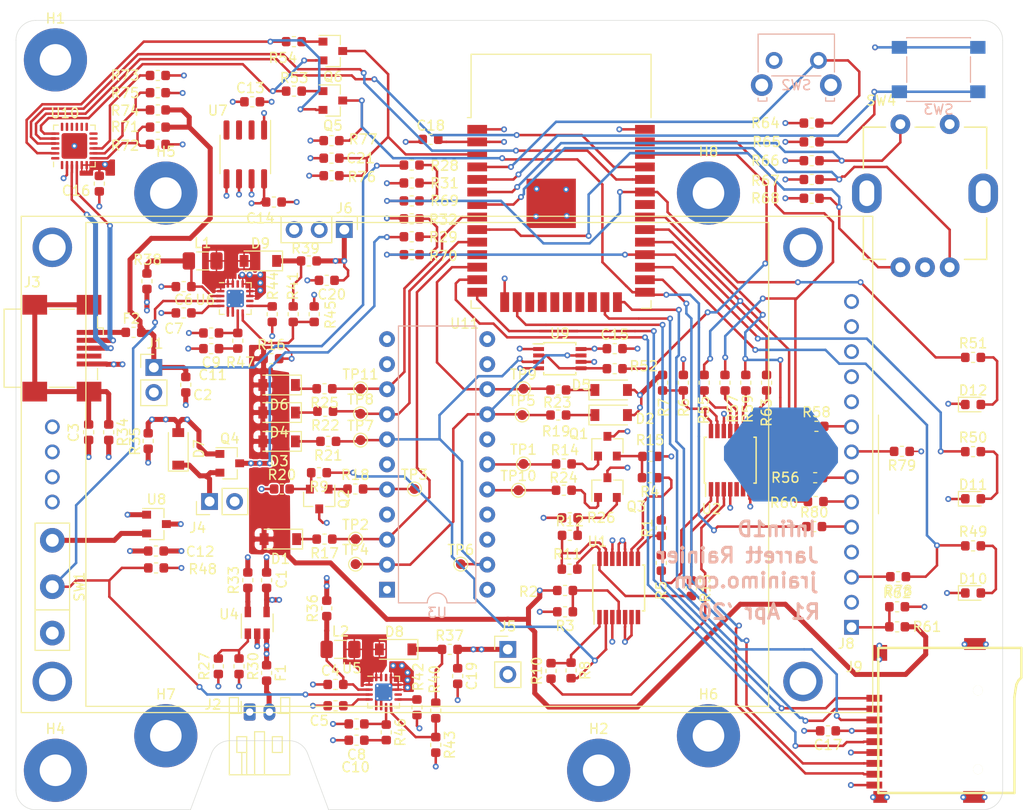
<source format=kicad_pcb>
(kicad_pcb (version 20171130) (host pcbnew "(5.1.5)-3")
  (layers (0 F.Cu signal) (1 In1.Cu power hide) (2 In2.Cu power hide) (31 B.Cu signal) (34 B.Paste user) (35 F.Paste user) (36 B.SilkS user) (37 F.SilkS user) (38 B.Mask user) (39 F.Mask user) (44 Edge.Cuts user))
  (net 0 "")
  (net 1 +12V)
  (net 2 /p3-sensor/VOUT-R)
  (net 3 "Net-(Q1-Pad1)")
  (net 4 /p3-sensor/VOUT-G)
  (net 5 "Net-(Q2-Pad1)")
  (net 6 /p3-sensor/VOUT-B)
  (net 7 "Net-(Q3-Pad1)")
  (net 8 /p2-micro/GPIO0)
  (net 9 /p2-micro/DTR)
  (net 10 /p2-micro/ESP_RST)
  (net 11 /p2-micro/RTS)
  (net 12 "Net-(Q5-Pad1)")
  (net 13 +BATT)
  (net 14 VIN)
  (net 15 VBUS)
  (net 16 GND)
  (net 17 "Net-(D3-Pad1)")
  (net 18 "Net-(D2-Pad1)")
  (net 19 "Net-(D5-Pad1)")
  (net 20 "Net-(D6-Pad1)")
  (net 21 "Net-(D4-Pad1)")
  (net 22 "Net-(D1-Pad1)")
  (net 23 /p2-micro/RXD)
  (net 24 /p2-micro/TXD)
  (net 25 +3V3)
  (net 26 /p1-power/D-)
  (net 27 /p1-power/D+)
  (net 28 "Net-(D8-Pad2)")
  (net 29 "Net-(D8-Pad1)")
  (net 30 "Net-(D9-Pad2)")
  (net 31 "Net-(D9-Pad1)")
  (net 32 "Net-(R1-Pad1)")
  (net 33 "Net-(R2-Pad1)")
  (net 34 "Net-(R5-Pad1)")
  (net 35 "Net-(R6-Pad1)")
  (net 36 "Net-(R10-Pad1)")
  (net 37 +5V)
  (net 38 /p1-power/BUSMON)
  (net 39 /p1-power/BATMON)
  (net 40 "Net-(C3-Pad1)")
  (net 41 "Net-(C4-Pad1)")
  (net 42 "Net-(F1-Pad2)")
  (net 43 "Net-(F2-Pad2)")
  (net 44 /p2-micro/TFT_T_IRQ)
  (net 45 /p2-micro/TFT_T_DO)
  (net 46 /p2-micro/TFT_T_DIN)
  (net 47 /p2-micro/TFT_T_CS)
  (net 48 /p2-micro/TFT_T_CLK)
  (net 49 /p2-micro/TFT_MISO)
  (net 50 /p2-micro/TFT_LED)
  (net 51 /p2-micro/TFT_SCK)
  (net 52 /p2-micro/TFT_MOSI)
  (net 53 /p2-micro/TFT_DC)
  (net 54 /p2-micro/TFT_CS)
  (net 55 "Net-(U2-Pad6)")
  (net 56 "Net-(U2-Pad5)")
  (net 57 /p2-micro/TH1)
  (net 58 /p2-micro/TH2)
  (net 59 "Net-(D10-Pad2)")
  (net 60 "Net-(D11-Pad2)")
  (net 61 "Net-(D12-Pad2)")
  (net 62 /p2-micro/SD_DATA1)
  (net 63 /p2-micro/SD_DATA0)
  (net 64 /p2-micro/SD_CLK)
  (net 65 /p2-micro/SD_CMD)
  (net 66 /p2-micro/SD_DATA3)
  (net 67 /p2-micro/SD_DATA2)
  (net 68 "Net-(Q6-Pad1)")
  (net 69 /p2-micro/RS)
  (net 70 /p2-micro/ROG-R)
  (net 71 /p2-micro/ROG-G)
  (net 72 /p2-micro/ROG-B)
  (net 73 "Net-(R24-Pad2)")
  (net 74 "Net-(C5-Pad1)")
  (net 75 /p1-power/PWR_EN)
  (net 76 "Net-(C11-Pad1)")
  (net 77 /p2-micro/ADC_CS)
  (net 78 /p2-micro/SW2)
  (net 79 /p2-micro/SW1)
  (net 80 /p2-micro/ENC_SW)
  (net 81 /p2-micro/LED1)
  (net 82 /p2-micro/LED2)
  (net 83 /p2-micro/LED3)
  (net 84 /p2-micro/TH)
  (net 85 /p2-micro/ADC_CLK)
  (net 86 /p2-micro/CLK)
  (net 87 /p2-micro/ADC_MISO)
  (net 88 /p2-micro/MOSI)
  (net 89 /p2-micro/ADC_MOSI)
  (net 90 /p2-micro/MISO)
  (net 91 /p2-micro/ENC_B)
  (net 92 /p2-micro/ENC_A)
  (net 93 "Net-(U10-Pad24)")
  (net 94 "Net-(U10-Pad22)")
  (net 95 "Net-(U10-Pad18)")
  (net 96 "Net-(U10-Pad17)")
  (net 97 "Net-(U10-Pad16)")
  (net 98 "Net-(U10-Pad15)")
  (net 99 "Net-(U10-Pad14)")
  (net 100 "Net-(U10-Pad13)")
  (net 101 "Net-(U10-Pad12)")
  (net 102 "Net-(U10-Pad11)")
  (net 103 "Net-(U10-Pad10)")
  (net 104 "Net-(U10-Pad1)")
  (net 105 "Net-(C10-Pad1)")
  (net 106 "Net-(C6-Pad1)")
  (net 107 "Net-(C7-Pad1)")
  (net 108 "Net-(C8-Pad1)")
  (net 109 "Net-(C9-Pad1)")
  (net 110 "Net-(J3-Pad4)")
  (net 111 "Net-(J8-Pad1)")
  (net 112 "Net-(R1-Pad2)")
  (net 113 "Net-(R8-Pad2)")
  (net 114 "Net-(R10-Pad2)")
  (net 115 "Net-(R11-Pad2)")
  (net 116 "Net-(R11-Pad1)")
  (net 117 "Net-(R13-Pad1)")
  (net 118 "Net-(R14-Pad2)")
  (net 119 "Net-(R18-Pad2)")
  (net 120 "Net-(R27-Pad2)")
  (net 121 "Net-(R33-Pad1)")
  (net 122 "Net-(R42-Pad1)")
  (net 123 "Net-(U11-Pad32)")
  (net 124 "Net-(U11-Pad22)")
  (net 125 "Net-(U11-Pad21)")
  (net 126 "Net-(U11-Pad20)")
  (net 127 "Net-(U11-Pad19)")
  (net 128 "Net-(U11-Pad18)")
  (net 129 "Net-(U11-Pad17)")
  (net 130 "Net-(R40-Pad2)")
  (net 131 "Net-(R41-Pad2)")
  (net 132 "Net-(R44-Pad1)")
  (net 133 "Net-(R52-Pad2)")
  (net 134 "Net-(R63-Pad1)")
  (net 135 "Net-(SW1-Pad1)")
  (net 136 "Net-(SW1-Pad3)")
  (net 137 "Net-(R71-Pad1)")
  (net 138 "Net-(R73-Pad1)")
  (net 139 "Net-(R74-Pad1)")
  (net 140 "Net-(U1-Pad7)")
  (module Resistor_SMD:R_0603_1608Metric (layer F.Cu) (at 188.214 106.299)
    (fp_text reference R80 (at 0 -1.43) (layer F.SilkS))
    (fp_text value R_US)
    (pad 2 smd roundrect (at 0.7875 0) (size 0.875 0.95) (layers F.Cu F.Paste F.Mask) (net 53 /p2-micro/TFT_DC))
    (pad 1 smd roundrect (at -0.7875 0) (size 0.875 0.95) (layers F.Cu F.Paste F.Mask) (net 8 /p2-micro/GPIO0))
  )
  (module Resistor_SMD:R_0603_1608Metric (layer F.Cu) (at 197.104 98.679 180)
    (fp_text reference R79 (at 0 -1.43) (layer F.SilkS))
    (fp_text value R_US)
    (pad 2 smd roundrect (at 0.7875 0 180) (size 0.875 0.95) (layers F.Cu F.Paste F.Mask) (net 50 /p2-micro/TFT_LED))
    (pad 1 smd roundrect (at -0.7875 0 180) (size 0.875 0.95) (layers F.Cu F.Paste F.Mask) (net 25 +3V3))
  )
  (module Resistor_SMD:R_0603_1608Metric (layer F.Cu) (at 196.723 111.379 180)
    (fp_text reference R78 (at 0 -1.43) (layer F.SilkS))
    (fp_text value R_US)
    (pad 2 smd roundrect (at 0.7875 0 180) (size 0.875 0.95) (layers F.Cu F.Paste F.Mask) (net 54 /p2-micro/TFT_CS))
    (pad 1 smd roundrect (at -0.7875 0 180) (size 0.875 0.95) (layers F.Cu F.Paste F.Mask) (net 81 /p2-micro/LED1))
  )
  (module Resistor_SMD:R_0603_1608Metric (layer F.Cu) (at 139.2935 67.183 180)
    (fp_text reference R77 (at -3.2005 0.127) (layer F.SilkS))
    (fp_text value R_US)
    (pad 2 smd roundrect (at 0.7875 0 180) (size 0.875 0.95) (layers F.Cu F.Paste F.Mask) (net 25 +3V3))
    (pad 1 smd roundrect (at -0.7875 0 180) (size 0.875 0.95) (layers F.Cu F.Paste F.Mask) (net 8 /p2-micro/GPIO0))
  )
  (module Resistor_SMD:R_0603_1608Metric (layer F.Cu) (at 139.2935 70.739 180)
    (fp_text reference R76 (at -3.0735 -0.127) (layer F.SilkS))
    (fp_text value R_US)
    (pad 2 smd roundrect (at 0.7875 0 180) (size 0.875 0.95) (layers F.Cu F.Paste F.Mask) (net 25 +3V3))
    (pad 1 smd roundrect (at -0.7875 0 180) (size 0.875 0.95) (layers F.Cu F.Paste F.Mask) (net 10 /p2-micro/ESP_RST))
  )
  (module Capacitor_SMD:C_0603_1608Metric (layer F.Cu) (at 139.2935 68.961 180)
    (fp_text reference C21 (at -2.9465 0) (layer F.SilkS))
    (fp_text value C)
    (pad 2 smd roundrect (at 0.7875 0 180) (size 0.875 0.95) (layers F.Cu F.Paste F.Mask) (net 16 GND))
    (pad 1 smd roundrect (at -0.7875 0 180) (size 0.875 0.95) (layers F.Cu F.Paste F.Mask) (net 10 /p2-micro/ESP_RST))
  )
  (module infin1d:SIP-3 (layer F.Cu) (at 110.998 112.395 90)
    (fp_text reference SW1 (at 0 2.75 90) (layer F.SilkS))
    (fp_text value SW_SPDT)
    (pad 3 thru_hole circle (at 4.7 0 90) (size 2.5 2.5) (drill 1.3) (layers *.Cu *.Mask) (net 136 "Net-(SW1-Pad3)"))
    (pad 2 thru_hole circle (at 0 0 90) (size 2.5 2.5) (drill 1.3) (layers *.Cu *.Mask) (net 75 /p1-power/PWR_EN))
    (pad 1 thru_hole circle (at -4.7 0 90) (size 2.5 2.5) (drill 1.3) (layers *.Cu *.Mask) (net 135 "Net-(SW1-Pad1)"))
  )
  (module infin1d:logo (layer B.Cu) (at 184.912 98.933 180)
    (fp_text reference H3 hide)
    (fp_text value MountingHole hide)
  )
  (module GH1:PEC11R (layer F.Cu) (at 199.448 72.517)
    (fp_text reference SW4 (at -4.445 -9.391) (layer F.SilkS))
    (fp_text value Rotary_Encoder_Switch)
    (pad B thru_hole circle (at 2.5 7.5) (size 2 2) (drill 1) (layers *.Cu *.Mask) (net 91 /p2-micro/ENC_B))
    (pad C thru_hole circle (at 0 7.5) (size 2 2) (drill 1) (layers *.Cu *.Mask) (net 16 GND))
    (pad A thru_hole circle (at -2.5 7.5) (size 2 2) (drill 1) (layers *.Cu *.Mask) (net 92 /p2-micro/ENC_A))
    (pad GND thru_hole oval (at 5.9 0) (size 3 4) (drill oval 1.5 2.6) (layers *.Cu *.Mask))
    (pad GND thru_hole oval (at -5.9 0) (size 3 4) (drill oval 1.5 2.6) (layers *.Cu *.Mask))
    (pad S2 thru_hole circle (at 2.5 -7) (size 2 2) (drill 1) (layers *.Cu *.Mask) (net 16 GND))
    (pad S1 thru_hole circle (at -2.5 -7) (size 2 2) (drill 1) (layers *.Cu *.Mask) (net 80 /p2-micro/ENC_SW))
  )
  (module infin1d:ILI9341-2_8 (layer F.Cu) (at 194 75 180)
    (fp_text reference J8 (at 2.54 -43.18) (layer F.SilkS))
    (fp_text value Conn_01x14)
    (pad "" thru_hole circle (at 6.92 -3 180) (size 4 4) (drill 2.7) (layers *.Cu *.Mask))
    (pad "" thru_hole circle (at 83 -3 180) (size 4 4) (drill 2.7) (layers *.Cu *.Mask))
    (pad "" thru_hole circle (at 83 -47 180) (size 4 4) (drill 2.7) (layers *.Cu *.Mask))
    (pad "" thru_hole circle (at 6.92 -47 180) (size 4 4) (drill 2.7) (layers *.Cu *.Mask))
    (pad 15 thru_hole circle (at 83 -21.19 180) (size 1.5 1.5) (drill 1) (layers *.Cu *.Mask))
    (pad 16 thru_hole circle (at 83 -23.73 180) (size 1.5 1.5) (drill 1) (layers *.Cu *.Mask))
    (pad 17 thru_hole circle (at 83 -26.27 180) (size 1.5 1.5) (drill 1) (layers *.Cu *.Mask))
    (pad 18 thru_hole circle (at 83 -28.81 180) (size 1.5 1.5) (drill 1) (layers *.Cu *.Mask))
    (pad 9 thru_hole circle (at 2 -21.19 180) (size 1.5 1.5) (drill 1) (layers *.Cu *.Mask) (net 49 /p2-micro/TFT_MISO))
    (pad 8 thru_hole circle (at 2 -23.73 180) (size 1.5 1.5) (drill 1) (layers *.Cu *.Mask) (net 50 /p2-micro/TFT_LED))
    (pad 7 thru_hole circle (at 2 -26.27 180) (size 1.5 1.5) (drill 1) (layers *.Cu *.Mask) (net 51 /p2-micro/TFT_SCK))
    (pad 6 thru_hole circle (at 2 -28.81 180) (size 1.5 1.5) (drill 1) (layers *.Cu *.Mask) (net 52 /p2-micro/TFT_MOSI))
    (pad 5 thru_hole circle (at 2 -31.35 180) (size 1.5 1.5) (drill 1) (layers *.Cu *.Mask) (net 53 /p2-micro/TFT_DC))
    (pad 4 thru_hole circle (at 2 -33.89 180) (size 1.5 1.5) (drill 1) (layers *.Cu *.Mask) (net 25 +3V3))
    (pad 3 thru_hole circle (at 2 -36.43 180) (size 1.5 1.5) (drill 1) (layers *.Cu *.Mask) (net 54 /p2-micro/TFT_CS))
    (pad 2 thru_hole circle (at 2 -38.97 180) (size 1.5 1.5) (drill 1) (layers *.Cu *.Mask) (net 16 GND))
    (pad 1 thru_hole rect (at 2 -41.51 180) (size 1.5 1.5) (drill 1) (layers *.Cu *.Mask) (net 111 "Net-(J8-Pad1)"))
    (pad 10 thru_hole circle (at 2 -18.65 180) (size 1.5 1.5) (drill 1) (layers *.Cu *.Mask) (net 48 /p2-micro/TFT_T_CLK))
    (pad 11 thru_hole circle (at 2 -16.11 180) (size 1.5 1.5) (drill 1) (layers *.Cu *.Mask) (net 47 /p2-micro/TFT_T_CS))
    (pad 12 thru_hole circle (at 2 -13.57 180) (size 1.5 1.5) (drill 1) (layers *.Cu *.Mask) (net 46 /p2-micro/TFT_T_DIN))
    (pad 13 thru_hole circle (at 2 -11.03 180) (size 1.5 1.5) (drill 1) (layers *.Cu *.Mask) (net 45 /p2-micro/TFT_T_DO))
    (pad 14 thru_hole circle (at 2 -8.49 180) (size 1.5 1.5) (drill 1) (layers *.Cu *.Mask) (net 44 /p2-micro/TFT_T_IRQ))
  )
  (module Resistor_SMD:R_0603_1608Metric (layer F.Cu) (at 121.6915 62.32525 180)
    (fp_text reference R75 (at 3.3275 -0.03175) (layer F.SilkS))
    (fp_text value DNP)
    (pad 2 smd roundrect (at 0.7875 0 180) (size 0.875 0.95) (layers F.Cu F.Paste F.Mask) (net 139 "Net-(R74-Pad1)"))
    (pad 1 smd roundrect (at -0.7875 0 180) (size 0.875 0.95) (layers F.Cu F.Paste F.Mask) (net 16 GND))
  )
  (module Resistor_SMD:R_0603_1608Metric (layer F.Cu) (at 121.6915 64.0715)
    (fp_text reference R74 (at -3.3275 0.0635) (layer F.SilkS))
    (fp_text value 0)
    (pad 2 smd roundrect (at 0.7875 0) (size 0.875 0.95) (layers F.Cu F.Paste F.Mask) (net 15 VBUS))
    (pad 1 smd roundrect (at -0.7875 0) (size 0.875 0.95) (layers F.Cu F.Paste F.Mask) (net 139 "Net-(R74-Pad1)"))
  )
  (module Resistor_SMD:R_0603_1608Metric (layer F.Cu) (at 121.6915 60.579)
    (fp_text reference R73 (at -3.3275 0) (layer F.SilkS))
    (fp_text value DNP)
    (pad 2 smd roundrect (at 0.7875 0) (size 0.875 0.95) (layers F.Cu F.Paste F.Mask) (net 25 +3V3))
    (pad 1 smd roundrect (at -0.7875 0) (size 0.875 0.95) (layers F.Cu F.Paste F.Mask) (net 138 "Net-(R73-Pad1)"))
  )
  (module Resistor_SMD:R_0603_1608Metric (layer F.Cu) (at 121.6915 67.564)
    (fp_text reference R72 (at -3.3275 0.127) (layer F.SilkS))
    (fp_text value DNP)
    (pad 2 smd roundrect (at 0.7875 0) (size 0.875 0.95) (layers F.Cu F.Paste F.Mask) (net 25 +3V3))
    (pad 1 smd roundrect (at -0.7875 0) (size 0.875 0.95) (layers F.Cu F.Paste F.Mask) (net 137 "Net-(R71-Pad1)"))
  )
  (module Resistor_SMD:R_0603_1608Metric (layer F.Cu) (at 121.6915 65.81775)
    (fp_text reference R71 (at -3.3275 -0.03175) (layer F.SilkS))
    (fp_text value 0)
    (pad 2 smd roundrect (at 0.7875 0) (size 0.875 0.95) (layers F.Cu F.Paste F.Mask) (net 15 VBUS))
    (pad 1 smd roundrect (at -0.7875 0) (size 0.875 0.95) (layers F.Cu F.Paste F.Mask) (net 137 "Net-(R71-Pad1)"))
  )
  (module Resistor_SMD:R_0603_1608Metric (layer F.Cu) (at 147.4215 78.74)
    (fp_text reference R70 (at 3.2005 0.127) (layer F.SilkS))
    (fp_text value R_US)
    (pad 1 smd roundrect (at -0.7875 0) (size 0.875 0.95) (layers F.Cu F.Paste F.Mask) (net 82 /p2-micro/LED2))
    (pad 2 smd roundrect (at 0.7875 0) (size 0.875 0.95) (layers F.Cu F.Paste F.Mask) (net 39 /p1-power/BATMON))
  )
  (module Resistor_SMD:R_0603_1608Metric (layer F.Cu) (at 147.4215 73.2917)
    (fp_text reference R69 (at 3.3275 -0.0127) (layer F.SilkS))
    (fp_text value R_US)
    (pad 1 smd roundrect (at -0.7875 0) (size 0.875 0.95) (layers F.Cu F.Paste F.Mask) (net 83 /p2-micro/LED3))
    (pad 2 smd roundrect (at 0.7875 0) (size 0.875 0.95) (layers F.Cu F.Paste F.Mask) (net 38 /p1-power/BUSMON))
  )
  (module Connector_PinHeader_2.54mm:PinHeader_1x03_P2.54mm_Vertical (layer F.Cu) (at 140.589 76.2 270)
    (fp_text reference J6 (at -2.159 0 180) (layer F.SilkS))
    (fp_text value Conn_01x03)
    (pad 3 thru_hole oval (at 0 5.08 270) (size 1.7 1.7) (drill 1) (layers *.Cu *.Mask) (net 25 +3V3))
    (pad 2 thru_hole oval (at 0 2.54 270) (size 1.7 1.7) (drill 1) (layers *.Cu *.Mask) (net 16 GND))
    (pad 1 thru_hole rect (at 0 0 270) (size 1.7 1.7) (drill 1) (layers *.Cu *.Mask) (net 37 +5V))
  )
  (module Capacitor_SMD:C_0603_1608Metric (layer F.Cu) (at 138.811 81.3435 180)
    (fp_text reference C20 (at -0.508 -1.43) (layer F.SilkS))
    (fp_text value C)
    (pad 2 smd roundrect (at 0.7875 0 180) (size 0.875 0.95) (layers F.Cu F.Paste F.Mask) (net 16 GND))
    (pad 1 smd roundrect (at -0.7875 0 180) (size 0.875 0.95) (layers F.Cu F.Paste F.Mask) (net 37 +5V))
  )
  (module Capacitor_SMD:C_0603_1608Metric (layer F.Cu) (at 152.0825 121.45 270)
    (fp_text reference C19 (at 0 -1.43 90) (layer F.SilkS))
    (fp_text value C)
    (pad 2 smd roundrect (at 0.7875 0 270) (size 0.875 0.95) (layers F.Cu F.Paste F.Mask) (net 16 GND))
    (pad 1 smd roundrect (at -0.7875 0 270) (size 0.875 0.95) (layers F.Cu F.Paste F.Mask) (net 1 +12V))
  )
  (module Capacitor_SMD:C_0603_1608Metric (layer F.Cu) (at 124.3075 81.9785 180)
    (fp_text reference C6 (at 0 -1.3335) (layer F.SilkS))
    (fp_text value C)
    (pad 2 smd roundrect (at 0.7875 0 180) (size 0.875 0.95) (layers F.Cu F.Paste F.Mask) (net 16 GND))
    (pad 1 smd roundrect (at -0.7875 0 180) (size 0.875 0.95) (layers F.Cu F.Paste F.Mask) (net 106 "Net-(C6-Pad1)"))
  )
  (module Capacitor_SMD:C_0603_1608Metric (layer F.Cu) (at 139.7 122.301 180)
    (fp_text reference C4 (at 0.508 1.397) (layer F.SilkS))
    (fp_text value C)
    (pad 2 smd roundrect (at 0.7875 0 180) (size 0.875 0.95) (layers F.Cu F.Paste F.Mask) (net 16 GND))
    (pad 1 smd roundrect (at -0.7875 0 180) (size 0.875 0.95) (layers F.Cu F.Paste F.Mask) (net 41 "Net-(C4-Pad1)"))
  )
  (module Resistor_SMD:R_0603_1608Metric (layer F.Cu) (at 120.5865 81.4325 270)
    (fp_text reference R38 (at -2.1845 -0.0635 180) (layer F.SilkS))
    (fp_text value 0)
    (pad 2 smd roundrect (at 0.7875 0 270) (size 0.875 0.95) (layers F.Cu F.Paste F.Mask) (net 14 VIN))
    (pad 1 smd roundrect (at -0.7875 0 270) (size 0.875 0.95) (layers F.Cu F.Paste F.Mask) (net 106 "Net-(C6-Pad1)"))
  )
  (module Resistor_SMD:R_0603_1608Metric (layer F.Cu) (at 138.811 114.592 90)
    (fp_text reference R36 (at 0 -1.43 90) (layer F.SilkS))
    (fp_text value 0)
    (pad 2 smd roundrect (at 0.7875 0 90) (size 0.875 0.95) (layers F.Cu F.Paste F.Mask) (net 14 VIN))
    (pad 1 smd roundrect (at -0.7875 0 90) (size 0.875 0.95) (layers F.Cu F.Paste F.Mask) (net 41 "Net-(C4-Pad1)"))
  )
  (module Package_TO_SOT_SMD:SOT-23-5 (layer F.Cu) (at 131.765 116.0575 90)
    (fp_text reference U4 (at 0.8685 -2.86 180) (layer F.SilkS))
    (fp_text value MCP73831-2-OT)
    (pad 5 smd rect (at 1.1 -0.95 90) (size 1.06 0.65) (layers F.Cu F.Paste F.Mask) (net 121 "Net-(R33-Pad1)"))
    (pad 4 smd rect (at 1.1 0.95 90) (size 1.06 0.65) (layers F.Cu F.Paste F.Mask) (net 15 VBUS))
    (pad 3 smd rect (at -1.1 0.95 90) (size 1.06 0.65) (layers F.Cu F.Paste F.Mask) (net 13 +BATT))
    (pad 2 smd rect (at -1.1 0 90) (size 1.06 0.65) (layers F.Cu F.Paste F.Mask) (net 16 GND))
    (pad 1 smd rect (at -1.1 -0.95 90) (size 1.06 0.65) (layers F.Cu F.Paste F.Mask) (net 120 "Net-(R27-Pad2)"))
  )
  (module Capacitor_SMD:C_0603_1608Metric (layer F.Cu) (at 167.9955 88.265)
    (fp_text reference C15 (at 0 -1.43) (layer F.SilkS))
    (fp_text value C)
    (pad 2 smd roundrect (at 0.7875 0) (size 0.875 0.95) (layers F.Cu F.Paste F.Mask) (net 16 GND))
    (pad 1 smd roundrect (at -0.7875 0) (size 0.875 0.95) (layers F.Cu F.Paste F.Mask) (net 25 +3V3))
  )
  (module Resistor_SMD:R_0603_1608Metric (layer F.Cu) (at 187.96 73.025 180)
    (fp_text reference R68 (at 4.699 0) (layer F.SilkS))
    (fp_text value R_US)
    (pad 2 smd roundrect (at 0.7875 0 180) (size 0.875 0.95) (layers F.Cu F.Paste F.Mask) (net 25 +3V3))
    (pad 1 smd roundrect (at -0.7875 0 180) (size 0.875 0.95) (layers F.Cu F.Paste F.Mask) (net 92 /p2-micro/ENC_A))
  )
  (module Resistor_SMD:R_0603_1608Metric (layer F.Cu) (at 187.96 71.12 180)
    (fp_text reference R67 (at 4.699 -0.127) (layer F.SilkS))
    (fp_text value R_US)
    (pad 2 smd roundrect (at 0.7875 0 180) (size 0.875 0.95) (layers F.Cu F.Paste F.Mask) (net 25 +3V3))
    (pad 1 smd roundrect (at -0.7875 0 180) (size 0.875 0.95) (layers F.Cu F.Paste F.Mask) (net 91 /p2-micro/ENC_B))
  )
  (module Package_DFN_QFN:WQFN-16-1EP_3x3mm_P0.5mm_EP1.75x1.75mm_ThermalVias (layer F.Cu) (at 129.54 83.185)
    (fp_text reference U6 (at -3.048 0.127) (layer F.SilkS))
    (fp_text value TPS55340RTE)
    (pad 17 smd roundrect (at 0 0) (size 1.75 1.75) (layers F.Cu F.Mask) (roundrect_rratio 0.142857) (net 16 GND))
    (pad 17 thru_hole circle (at -0.625 -0.625) (size 0.5 0.5) (drill 0.2) (layers *.Cu) (net 16 GND))
    (pad 17 thru_hole circle (at 0.625 -0.625) (size 0.5 0.5) (drill 0.2) (layers *.Cu) (net 16 GND))
    (pad 17 thru_hole circle (at -0.625 0.625) (size 0.5 0.5) (drill 0.2) (layers *.Cu) (net 16 GND))
    (pad 17 thru_hole circle (at 0.625 0.625) (size 0.5 0.5) (drill 0.2) (layers *.Cu) (net 16 GND))
    (pad 17 smd roundrect (at 0 0) (size 1.75 1.75) (layers B.Cu) (roundrect_rratio 0.142857) (net 16 GND))
    (pad 1 smd roundrect (at -1.475 -0.75) (size 0.75 0.25) (layers F.Cu F.Paste F.Mask) (net 30 "Net-(D9-Pad2)"))
    (pad 2 smd roundrect (at -1.475 -0.25) (size 0.75 0.25) (layers F.Cu F.Paste F.Mask) (net 106 "Net-(C6-Pad1)"))
    (pad 3 smd roundrect (at -1.475 0.25) (size 0.75 0.25) (layers F.Cu F.Paste F.Mask) (net 75 /p1-power/PWR_EN))
    (pad 4 smd roundrect (at -1.475 0.75) (size 0.75 0.25) (layers F.Cu F.Paste F.Mask) (net 107 "Net-(C7-Pad1)"))
    (pad 5 smd roundrect (at -0.75 1.475) (size 0.25 0.75) (layers F.Cu F.Paste F.Mask) (net 16 GND))
    (pad 6 smd roundrect (at -0.25 1.475) (size 0.25 0.75) (layers F.Cu F.Paste F.Mask) (net 16 GND))
    (pad 7 smd roundrect (at 0.25 1.475) (size 0.25 0.75) (layers F.Cu F.Paste F.Mask) (net 109 "Net-(C9-Pad1)"))
    (pad 8 smd roundrect (at 0.75 1.475) (size 0.25 0.75) (layers F.Cu F.Paste F.Mask) (net 131 "Net-(R41-Pad2)"))
    (pad 9 smd roundrect (at 1.475 0.75) (size 0.75 0.25) (layers F.Cu F.Paste F.Mask) (net 132 "Net-(R44-Pad1)"))
    (pad 10 smd roundrect (at 1.475 0.25) (size 0.75 0.25) (layers F.Cu F.Paste F.Mask))
    (pad 11 smd roundrect (at 1.475 -0.25) (size 0.75 0.25) (layers F.Cu F.Paste F.Mask) (net 16 GND))
    (pad 12 smd roundrect (at 1.475 -0.75) (size 0.75 0.25) (layers F.Cu F.Paste F.Mask) (net 16 GND))
    (pad 13 smd roundrect (at 0.75 -1.475) (size 0.25 0.75) (layers F.Cu F.Paste F.Mask) (net 16 GND))
    (pad 14 smd roundrect (at 0.25 -1.475) (size 0.25 0.75) (layers F.Cu F.Paste F.Mask))
    (pad 15 smd roundrect (at -0.25 -1.475) (size 0.25 0.75) (layers F.Cu F.Paste F.Mask) (net 30 "Net-(D9-Pad2)"))
    (pad 16 smd roundrect (at -0.75 -1.475) (size 0.25 0.75) (layers F.Cu F.Paste F.Mask) (net 30 "Net-(D9-Pad2)"))
  )
  (module Package_SO:SOIC-8_3.9x4.9mm_P1.27mm (layer F.Cu) (at 130.556 68.5815 270)
    (fp_text reference U7 (at -4.4465 2.794 180) (layer F.SilkS))
    (fp_text value AP2115M)
    (pad 1 smd roundrect (at -2.475 -1.905 270) (size 1.95 0.6) (layers F.Cu F.Paste F.Mask) (net 25 +3V3))
    (pad 2 smd roundrect (at -2.475 -0.635 270) (size 1.95 0.6) (layers F.Cu F.Paste F.Mask))
    (pad 3 smd roundrect (at -2.475 0.635 270) (size 1.95 0.6) (layers F.Cu F.Paste F.Mask))
    (pad 4 smd roundrect (at -2.475 1.905 270) (size 1.95 0.6) (layers F.Cu F.Paste F.Mask))
    (pad 5 smd roundrect (at 2.475 1.905 270) (size 1.95 0.6) (layers F.Cu F.Paste F.Mask) (net 37 +5V))
    (pad 6 smd roundrect (at 2.475 0.635 270) (size 1.95 0.6) (layers F.Cu F.Paste F.Mask) (net 16 GND))
    (pad 7 smd roundrect (at 2.475 -0.635 270) (size 1.95 0.6) (layers F.Cu F.Paste F.Mask) (net 16 GND))
    (pad 8 smd roundrect (at 2.475 -1.905 270) (size 1.95 0.6) (layers F.Cu F.Paste F.Mask) (net 37 +5V))
  )
  (module Package_DFN_QFN:WQFN-16-1EP_3x3mm_P0.5mm_EP1.75x1.75mm_ThermalVias (layer F.Cu) (at 144.575 123.075)
    (fp_text reference U5 (at -3.224 -2.425) (layer F.SilkS))
    (fp_text value TPS55340RTE)
    (pad 17 smd roundrect (at 0 0) (size 1.75 1.75) (layers F.Cu F.Mask) (roundrect_rratio 0.142857) (net 16 GND))
    (pad 17 thru_hole circle (at -0.625 -0.625) (size 0.5 0.5) (drill 0.2) (layers *.Cu) (net 16 GND))
    (pad 17 thru_hole circle (at 0.625 -0.625) (size 0.5 0.5) (drill 0.2) (layers *.Cu) (net 16 GND))
    (pad 17 thru_hole circle (at -0.625 0.625) (size 0.5 0.5) (drill 0.2) (layers *.Cu) (net 16 GND))
    (pad 17 thru_hole circle (at 0.625 0.625) (size 0.5 0.5) (drill 0.2) (layers *.Cu) (net 16 GND))
    (pad 17 smd roundrect (at 0 0) (size 1.75 1.75) (layers B.Cu) (roundrect_rratio 0.142857) (net 16 GND))
    (pad 1 smd roundrect (at -1.475 -0.75) (size 0.75 0.25) (layers F.Cu F.Paste F.Mask) (net 28 "Net-(D8-Pad2)"))
    (pad 2 smd roundrect (at -1.475 -0.25) (size 0.75 0.25) (layers F.Cu F.Paste F.Mask) (net 41 "Net-(C4-Pad1)"))
    (pad 3 smd roundrect (at -1.475 0.25) (size 0.75 0.25) (layers F.Cu F.Paste F.Mask) (net 75 /p1-power/PWR_EN))
    (pad 4 smd roundrect (at -1.475 0.75) (size 0.75 0.25) (layers F.Cu F.Paste F.Mask) (net 74 "Net-(C5-Pad1)"))
    (pad 5 smd roundrect (at -0.75 1.475) (size 0.25 0.75) (layers F.Cu F.Paste F.Mask) (net 16 GND))
    (pad 6 smd roundrect (at -0.25 1.475) (size 0.25 0.75) (layers F.Cu F.Paste F.Mask) (net 16 GND))
    (pad 7 smd roundrect (at 0.25 1.475) (size 0.25 0.75) (layers F.Cu F.Paste F.Mask) (net 108 "Net-(C8-Pad1)"))
    (pad 8 smd roundrect (at 0.75 1.475) (size 0.25 0.75) (layers F.Cu F.Paste F.Mask) (net 130 "Net-(R40-Pad2)"))
    (pad 9 smd roundrect (at 1.475 0.75) (size 0.75 0.25) (layers F.Cu F.Paste F.Mask) (net 122 "Net-(R42-Pad1)"))
    (pad 10 smd roundrect (at 1.475 0.25) (size 0.75 0.25) (layers F.Cu F.Paste F.Mask))
    (pad 11 smd roundrect (at 1.475 -0.25) (size 0.75 0.25) (layers F.Cu F.Paste F.Mask) (net 16 GND))
    (pad 12 smd roundrect (at 1.475 -0.75) (size 0.75 0.25) (layers F.Cu F.Paste F.Mask) (net 16 GND))
    (pad 13 smd roundrect (at 0.75 -1.475) (size 0.25 0.75) (layers F.Cu F.Paste F.Mask) (net 16 GND))
    (pad 14 smd roundrect (at 0.25 -1.475) (size 0.25 0.75) (layers F.Cu F.Paste F.Mask))
    (pad 15 smd roundrect (at -0.25 -1.475) (size 0.25 0.75) (layers F.Cu F.Paste F.Mask) (net 28 "Net-(D8-Pad2)"))
    (pad 16 smd roundrect (at -0.75 -1.475) (size 0.25 0.75) (layers F.Cu F.Paste F.Mask) (net 28 "Net-(D8-Pad2)"))
  )
  (module Package_TO_SOT_SMD:SOT-23 (layer F.Cu) (at 121.555 106.045)
    (fp_text reference U8 (at 0 -2.5) (layer F.SilkS))
    (fp_text value MAX809)
    (pad 3 smd rect (at 1 0) (size 0.9 0.8) (layers F.Cu F.Paste F.Mask) (net 13 +BATT))
    (pad 2 smd rect (at -1 0.95) (size 0.9 0.8) (layers F.Cu F.Paste F.Mask) (net 136 "Net-(SW1-Pad3)"))
    (pad 1 smd rect (at -1 -0.95) (size 0.9 0.8) (layers F.Cu F.Paste F.Mask) (net 16 GND))
  )
  (module Inductor_SMD:L_1206_3216Metric (layer F.Cu) (at 126.235 79.375)
    (fp_text reference L1 (at 0 -1.82) (layer F.SilkS))
    (fp_text value L)
    (pad 2 smd roundrect (at 1.4 0) (size 1.25 1.75) (layers F.Cu F.Paste F.Mask) (roundrect_rratio 0.2) (net 30 "Net-(D9-Pad2)"))
    (pad 1 smd roundrect (at -1.4 0) (size 1.25 1.75) (layers F.Cu F.Paste F.Mask) (roundrect_rratio 0.2) (net 106 "Net-(C6-Pad1)"))
  )
  (module Inductor_SMD:L_1206_3216Metric (layer F.Cu) (at 140.205 118.745)
    (fp_text reference L2 (at 0 -1.82) (layer F.SilkS))
    (fp_text value L)
    (pad 2 smd roundrect (at 1.4 0) (size 1.25 1.75) (layers F.Cu F.Paste F.Mask) (roundrect_rratio 0.2) (net 28 "Net-(D8-Pad2)"))
    (pad 1 smd roundrect (at -1.4 0) (size 1.25 1.75) (layers F.Cu F.Paste F.Mask) (roundrect_rratio 0.2) (net 41 "Net-(C4-Pad1)"))
  )
  (module Connector_PinHeader_2.54mm:PinHeader_1x02_P2.54mm_Vertical (layer F.Cu) (at 157.1625 118.745)
    (fp_text reference J5 (at 0 -2.33) (layer F.SilkS))
    (fp_text value Conn_01x02)
    (pad 2 thru_hole oval (at 0 2.54) (size 1.7 1.7) (drill 1) (layers *.Cu *.Mask) (net 16 GND))
    (pad 1 thru_hole rect (at 0 0) (size 1.7 1.7) (drill 1) (layers *.Cu *.Mask) (net 1 +12V))
  )
  (module Connector_PinHeader_2.54mm:PinHeader_1x02_P2.54mm_Vertical (layer F.Cu) (at 126.9365 103.759 90)
    (fp_text reference J4 (at -2.667 -1.2065 180) (layer F.SilkS))
    (fp_text value Conn_01x02)
    (pad 2 thru_hole oval (at 0 2.54 90) (size 1.7 1.7) (drill 1) (layers *.Cu *.Mask) (net 16 GND))
    (pad 1 thru_hole rect (at 0 0 90) (size 1.7 1.7) (drill 1) (layers *.Cu *.Mask) (net 14 VIN))
  )
  (module Connector_PinHeader_2.54mm:PinHeader_1x02_P2.54mm_Vertical (layer F.Cu) (at 121.285 90.17)
    (fp_text reference J1 (at 0.127 -2.413) (layer F.SilkS))
    (fp_text value Conn_01x02)
    (pad 2 thru_hole oval (at 0 2.54) (size 1.7 1.7) (drill 1) (layers *.Cu *.Mask) (net 16 GND))
    (pad 1 thru_hole rect (at 0 0) (size 1.7 1.7) (drill 1) (layers *.Cu *.Mask) (net 15 VBUS))
  )
  (module Diode_SMD:D_SOD-123 (layer F.Cu) (at 132.08 79.375 180)
    (fp_text reference D9 (at 0 1.778) (layer F.SilkS))
    (fp_text value D_Schottky)
    (pad 2 smd rect (at 1.65 0 180) (size 0.9 1.2) (layers F.Cu F.Paste F.Mask) (net 30 "Net-(D9-Pad2)"))
    (pad 1 smd rect (at -1.65 0 180) (size 0.9 1.2) (layers F.Cu F.Paste F.Mask) (net 31 "Net-(D9-Pad1)"))
  )
  (module Diode_SMD:D_SOD-123 (layer F.Cu) (at 145.795 118.745 180)
    (fp_text reference D8 (at 0.126 1.778) (layer F.SilkS))
    (fp_text value D_Schottky)
    (pad 2 smd rect (at 1.65 0 180) (size 0.9 1.2) (layers F.Cu F.Paste F.Mask) (net 28 "Net-(D8-Pad2)"))
    (pad 1 smd rect (at -1.65 0 180) (size 0.9 1.2) (layers F.Cu F.Paste F.Mask) (net 29 "Net-(D8-Pad1)"))
  )
  (module Capacitor_SMD:C_0603_1608Metric (layer F.Cu) (at 127.1015 86.6775 180)
    (fp_text reference C9 (at 0 -2.9845) (layer F.SilkS))
    (fp_text value C)
    (pad 2 smd roundrect (at 0.7875 0 180) (size 0.875 0.95) (layers F.Cu F.Paste F.Mask) (net 16 GND))
    (pad 1 smd roundrect (at -0.7875 0 180) (size 0.875 0.95) (layers F.Cu F.Paste F.Mask) (net 109 "Net-(C9-Pad1)"))
  )
  (module Capacitor_SMD:C_0603_1608Metric (layer F.Cu) (at 127.1015 88.265 180)
    (fp_text reference C11 (at -0.1525 -2.667) (layer F.SilkS))
    (fp_text value C)
    (pad 2 smd roundrect (at 0.7875 0 180) (size 0.875 0.95) (layers F.Cu F.Paste F.Mask) (net 16 GND))
    (pad 1 smd roundrect (at -0.7875 0 180) (size 0.875 0.95) (layers F.Cu F.Paste F.Mask) (net 76 "Net-(C11-Pad1)"))
  )
  (module Capacitor_SMD:C_0603_1608Metric (layer F.Cu) (at 124.3075 84.6455 180)
    (fp_text reference C7 (at 0.9905 -1.5875) (layer F.SilkS))
    (fp_text value C)
    (pad 2 smd roundrect (at 0.7875 0 180) (size 0.875 0.95) (layers F.Cu F.Paste F.Mask) (net 16 GND))
    (pad 1 smd roundrect (at -0.7875 0 180) (size 0.875 0.95) (layers F.Cu F.Paste F.Mask) (net 107 "Net-(C7-Pad1)"))
  )
  (module Capacitor_SMD:C_0603_1608Metric (layer F.Cu) (at 141.8335 126.3015 180)
    (fp_text reference C8 (at 0 -3.1115) (layer F.SilkS))
    (fp_text value C)
    (pad 2 smd roundrect (at 0.7875 0 180) (size 0.875 0.95) (layers F.Cu F.Paste F.Mask) (net 16 GND))
    (pad 1 smd roundrect (at -0.7875 0 180) (size 0.875 0.95) (layers F.Cu F.Paste F.Mask) (net 108 "Net-(C8-Pad1)"))
  )
  (module Capacitor_SMD:C_0603_1608Metric (layer F.Cu) (at 141.8335 127.9525 180)
    (fp_text reference C10 (at 0.1015 -2.7305) (layer F.SilkS))
    (fp_text value C)
    (pad 2 smd roundrect (at 0.7875 0 180) (size 0.875 0.95) (layers F.Cu F.Paste F.Mask) (net 16 GND))
    (pad 1 smd roundrect (at -0.7875 0 180) (size 0.875 0.95) (layers F.Cu F.Paste F.Mask) (net 105 "Net-(C10-Pad1)"))
  )
  (module Capacitor_SMD:C_0603_1608Metric (layer F.Cu) (at 139.7 124.46 180)
    (fp_text reference C5 (at 1.651 -1.524) (layer F.SilkS))
    (fp_text value C)
    (pad 2 smd roundrect (at 0.7875 0 180) (size 0.875 0.95) (layers F.Cu F.Paste F.Mask) (net 16 GND))
    (pad 1 smd roundrect (at -0.7875 0 180) (size 0.875 0.95) (layers F.Cu F.Paste F.Mask) (net 74 "Net-(C5-Pad1)"))
  )
  (module Resistor_SMD:R_0603_1608Metric (layer F.Cu) (at 188.3665 103.759)
    (fp_text reference R60 (at -3.2005 0.127) (layer F.SilkS))
    (fp_text value R_US)
    (pad 2 smd roundrect (at 0.7875 0) (size 0.875 0.95) (layers F.Cu F.Paste F.Mask) (net 52 /p2-micro/TFT_MOSI))
    (pad 1 smd roundrect (at -0.7875 0) (size 0.875 0.95) (layers F.Cu F.Paste F.Mask) (net 90 /p2-micro/MISO))
  )
  (module Resistor_SMD:R_0603_1608Metric (layer F.Cu) (at 181.2798 91.7195 270)
    (fp_text reference R59 (at 2.6415 -0.2032 90) (layer F.SilkS))
    (fp_text value R_US)
    (pad 2 smd roundrect (at 0.7875 0 270) (size 0.875 0.95) (layers F.Cu F.Paste F.Mask) (net 89 /p2-micro/ADC_MOSI))
    (pad 1 smd roundrect (at -0.7875 0 270) (size 0.875 0.95) (layers F.Cu F.Paste F.Mask) (net 90 /p2-micro/MISO))
  )
  (module Resistor_SMD:R_0603_1608Metric (layer F.Cu) (at 188.4425 96.139)
    (fp_text reference R58 (at 0 -1.43) (layer F.SilkS))
    (fp_text value R_US)
    (pad 2 smd roundrect (at 0.7875 0) (size 0.875 0.95) (layers F.Cu F.Paste F.Mask) (net 49 /p2-micro/TFT_MISO))
    (pad 1 smd roundrect (at -0.7875 0) (size 0.875 0.95) (layers F.Cu F.Paste F.Mask) (net 88 /p2-micro/MOSI))
  )
  (module Resistor_SMD:R_0603_1608Metric (layer F.Cu) (at 179.1716 91.7195 270)
    (fp_text reference R57 (at 2.6415 -0.7874 90) (layer F.SilkS))
    (fp_text value R_US)
    (pad 2 smd roundrect (at 0.7875 0 270) (size 0.875 0.95) (layers F.Cu F.Paste F.Mask) (net 87 /p2-micro/ADC_MISO))
    (pad 1 smd roundrect (at -0.7875 0 270) (size 0.875 0.95) (layers F.Cu F.Paste F.Mask) (net 88 /p2-micro/MOSI))
  )
  (module Resistor_SMD:R_0603_1608Metric (layer F.Cu) (at 188.3155 101.346)
    (fp_text reference R56 (at -3.0225 0) (layer F.SilkS))
    (fp_text value R_US)
    (pad 2 smd roundrect (at 0.7875 0) (size 0.875 0.95) (layers F.Cu F.Paste F.Mask) (net 51 /p2-micro/TFT_SCK))
    (pad 1 smd roundrect (at -0.7875 0) (size 0.875 0.95) (layers F.Cu F.Paste F.Mask) (net 86 /p2-micro/CLK))
  )
  (module Resistor_SMD:R_0603_1608Metric (layer F.Cu) (at 177.0634 91.7195 270)
    (fp_text reference R55 (at 2.7685 0.0254 90) (layer F.SilkS))
    (fp_text value R_US)
    (pad 2 smd roundrect (at 0.7875 0 270) (size 0.875 0.95) (layers F.Cu F.Paste F.Mask) (net 85 /p2-micro/ADC_CLK))
    (pad 1 smd roundrect (at -0.7875 0 270) (size 0.875 0.95) (layers F.Cu F.Paste F.Mask) (net 86 /p2-micro/CLK))
  )
  (module Resistor_SMD:R_0603_1608Metric (layer F.Cu) (at 196.6215 114.427 180)
    (fp_text reference R62 (at 0 1.397) (layer F.SilkS))
    (fp_text value R_US)
    (pad 2 smd roundrect (at 0.7875 0 180) (size 0.875 0.95) (layers F.Cu F.Paste F.Mask) (net 111 "Net-(J8-Pad1)"))
    (pad 1 smd roundrect (at -0.7875 0 180) (size 0.875 0.95) (layers F.Cu F.Paste F.Mask) (net 25 +3V3))
  )
  (module Resistor_SMD:R_0603_1608Metric (layer F.Cu) (at 196.6215 116.459 180)
    (fp_text reference R61 (at -3.0225 0) (layer F.SilkS))
    (fp_text value DNP)
    (pad 2 smd roundrect (at 0.7875 0 180) (size 0.875 0.95) (layers F.Cu F.Paste F.Mask) (net 111 "Net-(J8-Pad1)"))
    (pad 1 smd roundrect (at -0.7875 0 180) (size 0.875 0.95) (layers F.Cu F.Paste F.Mask) (net 37 +5V))
  )
  (module Resistor_SMD:R_0603_1608Metric (layer F.Cu) (at 167.9955 90.297 180)
    (fp_text reference R52 (at -2.9465 0.254) (layer F.SilkS))
    (fp_text value R_US)
    (pad 2 smd roundrect (at 0.7875 0 180) (size 0.875 0.95) (layers F.Cu F.Paste F.Mask) (net 133 "Net-(R52-Pad2)"))
    (pad 1 smd roundrect (at -0.7875 0 180) (size 0.875 0.95) (layers F.Cu F.Paste F.Mask) (net 84 /p2-micro/TH))
  )
  (module Resistor_SMD:R_0603_1608Metric (layer F.Cu) (at 187.96 69.215 180)
    (fp_text reference R66 (at 4.699 0) (layer F.SilkS))
    (fp_text value R_US)
    (pad 2 smd roundrect (at 0.7875 0 180) (size 0.875 0.95) (layers F.Cu F.Paste F.Mask) (net 25 +3V3))
    (pad 1 smd roundrect (at -0.7875 0 180) (size 0.875 0.95) (layers F.Cu F.Paste F.Mask) (net 80 /p2-micro/ENC_SW))
  )
  (module Resistor_SMD:R_0603_1608Metric (layer F.Cu) (at 187.96 65.405 180)
    (fp_text reference R64 (at 4.699 0) (layer F.SilkS))
    (fp_text value R_US)
    (pad 2 smd roundrect (at 0.7875 0 180) (size 0.875 0.95) (layers F.Cu F.Paste F.Mask) (net 25 +3V3))
    (pad 1 smd roundrect (at -0.7875 0 180) (size 0.875 0.95) (layers F.Cu F.Paste F.Mask) (net 79 /p2-micro/SW1))
  )
  (module Resistor_SMD:R_0603_1608Metric (layer F.Cu) (at 187.96 67.31 180)
    (fp_text reference R65 (at 4.572 0) (layer F.SilkS))
    (fp_text value R_US)
    (pad 2 smd roundrect (at 0.7875 0 180) (size 0.875 0.95) (layers F.Cu F.Paste F.Mask) (net 25 +3V3))
    (pad 1 smd roundrect (at -0.7875 0 180) (size 0.875 0.95) (layers F.Cu F.Paste F.Mask) (net 78 /p2-micro/SW2))
  )
  (module Resistor_SMD:R_0603_1608Metric (layer F.Cu) (at 183.388 91.7195 270)
    (fp_text reference R63 (at 3.0225 0 90) (layer F.SilkS))
    (fp_text value R_US)
    (pad 2 smd roundrect (at 0.7875 0 270) (size 0.875 0.95) (layers F.Cu F.Paste F.Mask) (net 77 /p2-micro/ADC_CS))
    (pad 1 smd roundrect (at -0.7875 0 270) (size 0.875 0.95) (layers F.Cu F.Paste F.Mask) (net 134 "Net-(R63-Pad1)"))
  )
  (module Resistor_SMD:R_0603_1608Metric (layer F.Cu) (at 136.995 79.375 180)
    (fp_text reference R39 (at 0.343 1.27) (layer F.SilkS))
    (fp_text value R_US)
    (pad 2 smd roundrect (at 0.7875 0 180) (size 0.875 0.95) (layers F.Cu F.Paste F.Mask) (net 31 "Net-(D9-Pad1)"))
    (pad 1 smd roundrect (at -0.7875 0 180) (size 0.875 0.95) (layers F.Cu F.Paste F.Mask) (net 37 +5V))
  )
  (module Resistor_SMD:R_0603_1608Metric (layer F.Cu) (at 137.541 84.7725 90)
    (fp_text reference R45 (at -0.0635 1.651 90) (layer F.SilkS))
    (fp_text value R_US)
    (pad 2 smd roundrect (at 0.7875 0 90) (size 0.875 0.95) (layers F.Cu F.Paste F.Mask) (net 16 GND))
    (pad 1 smd roundrect (at -0.7875 0 90) (size 0.875 0.95) (layers F.Cu F.Paste F.Mask) (net 131 "Net-(R41-Pad2)"))
  )
  (module Resistor_SMD:R_0603_1608Metric (layer F.Cu) (at 135.41375 84.7725 270)
    (fp_text reference R41 (at -2.8575 0.03175 90) (layer F.SilkS))
    (fp_text value R_US)
    (pad 2 smd roundrect (at 0.7875 0 270) (size 0.875 0.95) (layers F.Cu F.Paste F.Mask) (net 131 "Net-(R41-Pad2)"))
    (pad 1 smd roundrect (at -0.7875 0 270) (size 0.875 0.95) (layers F.Cu F.Paste F.Mask) (net 31 "Net-(D9-Pad1)"))
  )
  (module Resistor_SMD:R_0603_1608Metric (layer F.Cu) (at 129.794 87.465 270)
    (fp_text reference R47 (at 2.197 -0.254 180) (layer F.SilkS))
    (fp_text value R_US)
    (pad 2 smd roundrect (at 0.7875 0 270) (size 0.875 0.95) (layers F.Cu F.Paste F.Mask) (net 76 "Net-(C11-Pad1)"))
    (pad 1 smd roundrect (at -0.7875 0 270) (size 0.875 0.95) (layers F.Cu F.Paste F.Mask) (net 109 "Net-(C9-Pad1)"))
  )
  (module Resistor_SMD:R_0603_1608Metric (layer F.Cu) (at 133.2865 84.7725 270)
    (fp_text reference R44 (at -2.8575 -0.0635 90) (layer F.SilkS))
    (fp_text value R_US)
    (pad 2 smd roundrect (at 0.7875 0 270) (size 0.875 0.95) (layers F.Cu F.Paste F.Mask) (net 16 GND))
    (pad 1 smd roundrect (at -0.7875 0 270) (size 0.875 0.95) (layers F.Cu F.Paste F.Mask) (net 132 "Net-(R44-Pad1)"))
  )
  (module Resistor_SMD:R_0603_1608Metric (layer F.Cu) (at 151.2825 118.745 180)
    (fp_text reference R37 (at 0.0255 1.397) (layer F.SilkS))
    (fp_text value R_US)
    (pad 2 smd roundrect (at 0.7875 0 180) (size 0.875 0.95) (layers F.Cu F.Paste F.Mask) (net 29 "Net-(D8-Pad1)"))
    (pad 1 smd roundrect (at -0.7875 0 180) (size 0.875 0.95) (layers F.Cu F.Paste F.Mask) (net 1 +12V))
  )
  (module Resistor_SMD:R_0603_1608Metric (layer F.Cu) (at 149.86 128.4225 270)
    (fp_text reference R43 (at 0 -1.43 90) (layer F.SilkS))
    (fp_text value R_US)
    (pad 2 smd roundrect (at 0.7875 0 270) (size 0.875 0.95) (layers F.Cu F.Paste F.Mask) (net 16 GND))
    (pad 1 smd roundrect (at -0.7875 0 270) (size 0.875 0.95) (layers F.Cu F.Paste F.Mask) (net 130 "Net-(R40-Pad2)"))
  )
  (module Resistor_SMD:R_0603_1608Metric (layer F.Cu) (at 149.86 124.9425 270)
    (fp_text reference R40 (at -3.1495 0.127 90) (layer F.SilkS))
    (fp_text value R_US)
    (pad 2 smd roundrect (at 0.7875 0 270) (size 0.875 0.95) (layers F.Cu F.Paste F.Mask) (net 130 "Net-(R40-Pad2)"))
    (pad 1 smd roundrect (at -0.7875 0 270) (size 0.875 0.95) (layers F.Cu F.Paste F.Mask) (net 29 "Net-(D8-Pad1)"))
  )
  (module Resistor_SMD:R_0603_1608Metric (layer F.Cu) (at 144.8435 127.1525 270)
    (fp_text reference R46 (at 0 -1.43 90) (layer F.SilkS))
    (fp_text value R_US)
    (pad 2 smd roundrect (at 0.7875 0 270) (size 0.875 0.95) (layers F.Cu F.Paste F.Mask) (net 105 "Net-(C10-Pad1)"))
    (pad 1 smd roundrect (at -0.7875 0 270) (size 0.875 0.95) (layers F.Cu F.Paste F.Mask) (net 108 "Net-(C8-Pad1)"))
  )
  (module Resistor_SMD:R_0603_1608Metric (layer F.Cu) (at 147.955 124.6125 270)
    (fp_text reference R42 (at -3.0735 -0.127 90) (layer F.SilkS))
    (fp_text value R_US)
    (pad 2 smd roundrect (at 0.7875 0 270) (size 0.875 0.95) (layers F.Cu F.Paste F.Mask) (net 16 GND))
    (pad 1 smd roundrect (at -0.7875 0 270) (size 0.875 0.95) (layers F.Cu F.Paste F.Mask) (net 122 "Net-(R42-Pad1)"))
  )
  (module Resistor_SMD:R_0603_1608Metric (layer F.Cu) (at 133.1975 89.281)
    (fp_text reference R16 (at 0 -1.397) (layer F.SilkS))
    (fp_text value 0)
    (pad 2 smd roundrect (at 0.7875 0) (size 0.875 0.95) (layers F.Cu F.Paste F.Mask) (net 37 +5V))
    (pad 1 smd roundrect (at -0.7875 0) (size 0.875 0.95) (layers F.Cu F.Paste F.Mask) (net 37 +5V))
  )
  (module Capacitor_SMD:C_0603_1608Metric (layer F.Cu) (at 132.715 111.7345 90)
    (fp_text reference C1 (at 0.1015 1.524 90) (layer F.SilkS))
    (fp_text value C)
    (pad 2 smd roundrect (at 0.7875 0 90) (size 0.875 0.95) (layers F.Cu F.Paste F.Mask) (net 16 GND))
    (pad 1 smd roundrect (at -0.7875 0 90) (size 0.875 0.95) (layers F.Cu F.Paste F.Mask) (net 15 VBUS))
  )
  (module Capacitor_SMD:C_0603_1608Metric (layer F.Cu) (at 124.5235 91.9225 270)
    (fp_text reference C2 (at 1.0415 -1.7145 180) (layer F.SilkS))
    (fp_text value C)
    (pad 2 smd roundrect (at 0.7875 0 270) (size 0.875 0.95) (layers F.Cu F.Paste F.Mask) (net 16 GND))
    (pad 1 smd roundrect (at -0.7875 0 270) (size 0.875 0.95) (layers F.Cu F.Paste F.Mask) (net 15 VBUS))
  )
  (module GH4:GCT-MEM2055-00-190-01-A (layer F.Cu) (at 193.51 125.95 270)
    (fp_text reference J9 (at -5.427 1.232 180) (layer F.SilkS))
    (fp_text value Micro_SD_Card)
    (pad "" np_thru_hole circle (at -3.05 -11.3 90) (size 1 1) (drill 1) (layers *.Cu *.Mask F.SilkS))
    (pad "" np_thru_hole circle (at 4.95 -11.3 90) (size 1 1) (drill 1) (layers *.Cu *.Mask F.SilkS))
    (pad 9 smd rect (at 6.55 -0.8 270) (size 0.7 1.6) (layers F.Cu F.Paste F.Mask) (net 16 GND))
    (pad "" smd rect (at 7.75 -10.9 90) (size 1.2 2.2) (layers F.Cu F.Paste F.Mask))
    (pad ~ smd rect (at -7.75 -11 90) (size 1.2 2.2) (layers F.Cu F.Paste F.Mask))
    (pad "" smd rect (at -6.85 -1.4 270) (size 1.6 1.4) (layers F.Cu F.Paste F.Mask))
    (pad 10 smd rect (at 7.75 -1.4 270) (size 1.2 1.4) (layers F.Cu F.Paste F.Mask))
    (pad 1 smd rect (at -2.25 -0.8 270) (size 0.7 1.6) (layers F.Cu F.Paste F.Mask) (net 67 /p2-micro/SD_DATA2))
    (pad 2 smd rect (at -1.15 -0.8 270) (size 0.7 1.6) (layers F.Cu F.Paste F.Mask) (net 66 /p2-micro/SD_DATA3))
    (pad 3 smd rect (at -0.05 -0.8 270) (size 0.7 1.6) (layers F.Cu F.Paste F.Mask) (net 65 /p2-micro/SD_CMD))
    (pad 4 smd rect (at 1.05 -0.8 270) (size 0.7 1.6) (layers F.Cu F.Paste F.Mask) (net 25 +3V3))
    (pad 5 smd rect (at 2.15 -0.8 270) (size 0.7 1.6) (layers F.Cu F.Paste F.Mask) (net 64 /p2-micro/SD_CLK))
    (pad 6 smd rect (at 3.25 -0.8 270) (size 0.7 1.6) (layers F.Cu F.Paste F.Mask) (net 16 GND))
    (pad 7 smd rect (at 4.35 -0.8 270) (size 0.7 1.6) (layers F.Cu F.Paste F.Mask) (net 63 /p2-micro/SD_DATA0))
    (pad 8 smd rect (at 5.45 -0.8 270) (size 0.7 1.6) (layers F.Cu F.Paste F.Mask) (net 62 /p2-micro/SD_DATA1))
  )
  (module Package_DIP:DIP-22_W10.16mm (layer B.Cu) (at 144.92 112.7)
    (fp_text reference U3 (at 5.08 2.33) (layer B.SilkS) (effects (justify mirror)))
    (fp_text value ILX555K)
    (pad 22 thru_hole oval (at 10.16 0) (size 1.6 1.6) (drill 0.8) (layers *.Cu *.Mask) (net 16 GND))
    (pad 11 thru_hole oval (at 0 -25.4) (size 1.6 1.6) (drill 0.8) (layers *.Cu *.Mask) (net 16 GND))
    (pad 21 thru_hole oval (at 10.16 -2.54) (size 1.6 1.6) (drill 0.8) (layers *.Cu *.Mask) (net 58 /p2-micro/TH2))
    (pad 10 thru_hole oval (at 0 -22.86) (size 1.6 1.6) (drill 0.8) (layers *.Cu *.Mask) (net 16 GND))
    (pad 20 thru_hole oval (at 10.16 -5.08) (size 1.6 1.6) (drill 0.8) (layers *.Cu *.Mask) (net 16 GND))
    (pad 9 thru_hole oval (at 0 -20.32) (size 1.6 1.6) (drill 0.8) (layers *.Cu *.Mask) (net 72 /p2-micro/ROG-B))
    (pad 19 thru_hole oval (at 10.16 -7.62) (size 1.6 1.6) (drill 0.8) (layers *.Cu *.Mask) (net 16 GND))
    (pad 8 thru_hole oval (at 0 -17.78) (size 1.6 1.6) (drill 0.8) (layers *.Cu *.Mask) (net 70 /p2-micro/ROG-R))
    (pad 18 thru_hole oval (at 10.16 -10.16) (size 1.6 1.6) (drill 0.8) (layers *.Cu *.Mask) (net 73 "Net-(R24-Pad2)"))
    (pad 7 thru_hole oval (at 0 -15.24) (size 1.6 1.6) (drill 0.8) (layers *.Cu *.Mask) (net 58 /p2-micro/TH2))
    (pad 17 thru_hole oval (at 10.16 -12.7) (size 1.6 1.6) (drill 0.8) (layers *.Cu *.Mask) (net 118 "Net-(R14-Pad2)"))
    (pad 6 thru_hole oval (at 0 -12.7) (size 1.6 1.6) (drill 0.8) (layers *.Cu *.Mask) (net 1 +12V))
    (pad 16 thru_hole oval (at 10.16 -15.24) (size 1.6 1.6) (drill 0.8) (layers *.Cu *.Mask) (net 16 GND))
    (pad 5 thru_hole oval (at 0 -10.16) (size 1.6 1.6) (drill 0.8) (layers *.Cu *.Mask) (net 119 "Net-(R18-Pad2)"))
    (pad 15 thru_hole oval (at 10.16 -17.78) (size 1.6 1.6) (drill 0.8) (layers *.Cu *.Mask) (net 57 /p2-micro/TH1))
    (pad 4 thru_hole oval (at 0 -7.62) (size 1.6 1.6) (drill 0.8) (layers *.Cu *.Mask) (net 16 GND))
    (pad 14 thru_hole oval (at 10.16 -20.32) (size 1.6 1.6) (drill 0.8) (layers *.Cu *.Mask) (net 71 /p2-micro/ROG-G))
    (pad 3 thru_hole oval (at 0 -5.08) (size 1.6 1.6) (drill 0.8) (layers *.Cu *.Mask) (net 69 /p2-micro/RS))
    (pad 13 thru_hole oval (at 10.16 -22.86) (size 1.6 1.6) (drill 0.8) (layers *.Cu *.Mask) (net 16 GND))
    (pad 2 thru_hole oval (at 0 -2.54) (size 1.6 1.6) (drill 0.8) (layers *.Cu *.Mask) (net 57 /p2-micro/TH1))
    (pad 12 thru_hole oval (at 10.16 -25.4) (size 1.6 1.6) (drill 0.8) (layers *.Cu *.Mask) (net 16 GND))
    (pad 1 thru_hole rect (at 0 0) (size 1.6 1.6) (drill 0.8) (layers *.Cu *.Mask) (net 16 GND))
  )
  (module Package_SO:TSSOP-8_3x3mm_P0.65mm (layer F.Cu) (at 162.433 89.281)
    (fp_text reference U9 (at 0 -2.55) (layer F.SilkS))
    (fp_text value 74LVC2G86)
    (pad 8 smd rect (at 2.15 -0.975) (size 1.1 0.4) (layers F.Cu F.Paste F.Mask) (net 25 +3V3))
    (pad 7 smd rect (at 2.15 -0.325) (size 1.1 0.4) (layers F.Cu F.Paste F.Mask) (net 57 /p2-micro/TH1))
    (pad 6 smd rect (at 2.15 0.325) (size 1.1 0.4) (layers F.Cu F.Paste F.Mask) (net 16 GND))
    (pad 5 smd rect (at 2.15 0.975) (size 1.1 0.4) (layers F.Cu F.Paste F.Mask) (net 133 "Net-(R52-Pad2)"))
    (pad 4 smd rect (at -2.15 0.975) (size 1.1 0.4) (layers F.Cu F.Paste F.Mask) (net 16 GND))
    (pad 3 smd rect (at -2.15 0.325) (size 1.1 0.4) (layers F.Cu F.Paste F.Mask) (net 58 /p2-micro/TH2))
    (pad 2 smd rect (at -2.15 -0.325) (size 1.1 0.4) (layers F.Cu F.Paste F.Mask) (net 133 "Net-(R52-Pad2)"))
    (pad 1 smd rect (at -2.15 -0.975) (size 1.1 0.4) (layers F.Cu F.Paste F.Mask) (net 25 +3V3))
  )
  (module Package_SO:TSSOP-14_4.4x5mm_P0.65mm (layer F.Cu) (at 179.705 99.568 90)
    (fp_text reference U2 (at -4.953 -1.905 180) (layer F.SilkS))
    (fp_text value MCP3004)
    (pad 14 smd rect (at 2.95 -1.95 90) (size 1.45 0.45) (layers F.Cu F.Paste F.Mask) (net 35 "Net-(R6-Pad1)"))
    (pad 13 smd rect (at 2.95 -1.3 90) (size 1.45 0.45) (layers F.Cu F.Paste F.Mask) (net 35 "Net-(R6-Pad1)"))
    (pad 12 smd rect (at 2.95 -0.65 90) (size 1.45 0.45) (layers F.Cu F.Paste F.Mask) (net 16 GND))
    (pad 11 smd rect (at 2.95 0 90) (size 1.45 0.45) (layers F.Cu F.Paste F.Mask) (net 85 /p2-micro/ADC_CLK))
    (pad 10 smd rect (at 2.95 0.65 90) (size 1.45 0.45) (layers F.Cu F.Paste F.Mask) (net 87 /p2-micro/ADC_MISO))
    (pad 9 smd rect (at 2.95 1.3 90) (size 1.45 0.45) (layers F.Cu F.Paste F.Mask) (net 89 /p2-micro/ADC_MOSI))
    (pad 8 smd rect (at 2.95 1.95 90) (size 1.45 0.45) (layers F.Cu F.Paste F.Mask) (net 77 /p2-micro/ADC_CS))
    (pad 7 smd rect (at -2.95 1.95 90) (size 1.45 0.45) (layers F.Cu F.Paste F.Mask) (net 16 GND))
    (pad 6 smd rect (at -2.95 1.3 90) (size 1.45 0.45) (layers F.Cu F.Paste F.Mask) (net 55 "Net-(U2-Pad6)"))
    (pad 5 smd rect (at -2.95 0.65 90) (size 1.45 0.45) (layers F.Cu F.Paste F.Mask) (net 56 "Net-(U2-Pad5)"))
    (pad 4 smd rect (at -2.95 0 90) (size 1.45 0.45) (layers F.Cu F.Paste F.Mask) (net 16 GND))
    (pad 3 smd rect (at -2.95 -0.65 90) (size 1.45 0.45) (layers F.Cu F.Paste F.Mask) (net 36 "Net-(R10-Pad1)"))
    (pad 2 smd rect (at -2.95 -1.3 90) (size 1.45 0.45) (layers F.Cu F.Paste F.Mask) (net 117 "Net-(R13-Pad1)"))
    (pad 1 smd rect (at -2.95 -1.95 90) (size 1.45 0.45) (layers F.Cu F.Paste F.Mask) (net 34 "Net-(R5-Pad1)"))
  )
  (module Package_SO:TSSOP-14_4.4x5mm_P0.65mm (layer F.Cu) (at 168.402 112.522 90)
    (fp_text reference U1 (at 4.699 -2.159 180) (layer F.SilkS))
    (fp_text value LM2902)
    (pad 14 smd rect (at 2.95 -1.95 90) (size 1.45 0.45) (layers F.Cu F.Paste F.Mask) (net 116 "Net-(R11-Pad1)"))
    (pad 13 smd rect (at 2.95 -1.3 90) (size 1.45 0.45) (layers F.Cu F.Paste F.Mask) (net 115 "Net-(R11-Pad2)"))
    (pad 12 smd rect (at 2.95 -0.65 90) (size 1.45 0.45) (layers F.Cu F.Paste F.Mask) (net 16 GND))
    (pad 11 smd rect (at 2.95 0 90) (size 1.45 0.45) (layers F.Cu F.Paste F.Mask) (net 16 GND))
    (pad 10 smd rect (at 2.95 0.65 90) (size 1.45 0.45) (layers F.Cu F.Paste F.Mask) (net 16 GND))
    (pad 9 smd rect (at 2.95 1.3 90) (size 1.45 0.45) (layers F.Cu F.Paste F.Mask) (net 112 "Net-(R1-Pad2)"))
    (pad 8 smd rect (at 2.95 1.95 90) (size 1.45 0.45) (layers F.Cu F.Paste F.Mask) (net 32 "Net-(R1-Pad1)"))
    (pad 7 smd rect (at -2.95 1.95 90) (size 1.45 0.45) (layers F.Cu F.Paste F.Mask) (net 140 "Net-(U1-Pad7)"))
    (pad 6 smd rect (at -2.95 1.3 90) (size 1.45 0.45) (layers F.Cu F.Paste F.Mask) (net 16 GND))
    (pad 5 smd rect (at -2.95 0.65 90) (size 1.45 0.45) (layers F.Cu F.Paste F.Mask) (net 16 GND))
    (pad 4 smd rect (at -2.95 0 90) (size 1.45 0.45) (layers F.Cu F.Paste F.Mask) (net 33 "Net-(R2-Pad1)"))
    (pad 3 smd rect (at -2.95 -0.65 90) (size 1.45 0.45) (layers F.Cu F.Paste F.Mask) (net 16 GND))
    (pad 2 smd rect (at -2.95 -1.3 90) (size 1.45 0.45) (layers F.Cu F.Paste F.Mask) (net 113 "Net-(R8-Pad2)"))
    (pad 1 smd rect (at -2.95 -1.95 90) (size 1.45 0.45) (layers F.Cu F.Paste F.Mask) (net 114 "Net-(R10-Pad2)"))
  )
  (module TestPoint:TestPoint_Pad_D1.0mm (layer F.Cu) (at 158.242 102.616)
    (fp_text reference TP10 (at 0 -1.448) (layer F.SilkS))
    (fp_text value TestPoint)
    (pad 1 smd circle (at 0 0) (size 1 1) (layers F.Cu F.Mask) (net 73 "Net-(R24-Pad2)"))
  )
  (module TestPoint:TestPoint_Pad_D1.0mm (layer F.Cu) (at 147.701 102.489)
    (fp_text reference TP3 (at 0 -1.448) (layer F.SilkS))
    (fp_text value TestPoint)
    (pad 1 smd circle (at 0 0) (size 1 1) (layers F.Cu F.Mask) (net 119 "Net-(R18-Pad2)"))
  )
  (module TestPoint:TestPoint_Pad_D1.0mm (layer F.Cu) (at 158.75 99.949)
    (fp_text reference TP1 (at 0 -1.448) (layer F.SilkS))
    (fp_text value TestPoint)
    (pad 1 smd circle (at 0 0) (size 1 1) (layers F.Cu F.Mask) (net 118 "Net-(R14-Pad2)"))
  )
  (module TestPoint:TestPoint_Pad_D1.0mm (layer F.Cu) (at 142.24 94.869)
    (fp_text reference TP8 (at 0 -1.448) (layer F.SilkS))
    (fp_text value TestPoint)
    (pad 1 smd circle (at 0 0) (size 1 1) (layers F.Cu F.Mask) (net 70 /p2-micro/ROG-R))
  )
  (module TestPoint:TestPoint_Pad_D1.0mm (layer F.Cu) (at 152.4 110.109)
    (fp_text reference TP6 (at 0 -1.448) (layer F.SilkS))
    (fp_text value TestPoint)
    (pad 1 smd circle (at 0 0) (size 1 1) (layers F.Cu F.Mask) (net 58 /p2-micro/TH2))
  )
  (module TestPoint:TestPoint_Pad_D1.0mm (layer F.Cu) (at 141.732 110.109)
    (fp_text reference TP4 (at 0 -1.448) (layer F.SilkS))
    (fp_text value TestPoint)
    (pad 1 smd circle (at 0 0) (size 1 1) (layers F.Cu F.Mask) (net 57 /p2-micro/TH1))
  )
  (module TestPoint:TestPoint_Pad_D1.0mm (layer F.Cu) (at 141.732 107.569)
    (fp_text reference TP2 (at 0 -1.448) (layer F.SilkS))
    (fp_text value TestPoint)
    (pad 1 smd circle (at 0 0) (size 1 1) (layers F.Cu F.Mask) (net 69 /p2-micro/RS))
  )
  (module TestPoint:TestPoint_Pad_D1.0mm (layer F.Cu) (at 158.75 92.329)
    (fp_text reference TP9 (at 0 -1.448) (layer F.SilkS))
    (fp_text value TestPoint)
    (pad 1 smd circle (at 0 0) (size 1 1) (layers F.Cu F.Mask) (net 71 /p2-micro/ROG-G))
  )
  (module TestPoint:TestPoint_Pad_D1.0mm (layer F.Cu) (at 142.24 92.329)
    (fp_text reference TP11 (at 0 -1.448) (layer F.SilkS))
    (fp_text value TestPoint)
    (pad 1 smd circle (at 0 0) (size 1 1) (layers F.Cu F.Mask) (net 72 /p2-micro/ROG-B))
  )
  (module TestPoint:TestPoint_Pad_D1.0mm (layer F.Cu) (at 142.24 97.536)
    (fp_text reference TP7 (at 0 -1.448) (layer F.SilkS))
    (fp_text value TestPoint)
    (pad 1 smd circle (at 0 0) (size 1 1) (layers F.Cu F.Mask) (net 58 /p2-micro/TH2))
  )
  (module TestPoint:TestPoint_Pad_D1.0mm (layer F.Cu) (at 158.623 94.996)
    (fp_text reference TP5 (at 0 -1.448) (layer F.SilkS))
    (fp_text value TestPoint)
    (pad 1 smd circle (at 0 0) (size 1 1) (layers F.Cu F.Mask) (net 57 /p2-micro/TH1))
  )
  (module Button_Switch_THT:SW_Tactile_SKHH_Angled (layer B.Cu) (at 188.65 59.055 180)
    (fp_text reference SW2 (at 2.25 -2.5) (layer B.SilkS) (effects (justify mirror)))
    (fp_text value -)
    (pad "" thru_hole circle (at 5.75 -2.5) (size 2.2 2.2) (drill 1.3) (layers *.Cu *.Mask))
    (pad "" thru_hole circle (at -1.25 -2.5) (size 2.2 2.2) (drill 1.3) (layers *.Cu *.Mask))
    (pad 2 thru_hole circle (at 4.5 0) (size 1.7 1.7) (drill 1) (layers *.Cu *.Mask) (net 16 GND))
    (pad 1 thru_hole circle (at 0 0) (size 1.7 1.7) (drill 1) (layers *.Cu *.Mask) (net 79 /p2-micro/SW1))
  )
  (module Button_Switch_SMD:SW_Push_1P1T_NO_6x6mm_H9.5mm (layer B.Cu) (at 200.825 59.98)
    (fp_text reference SW3 (at 0 4.05) (layer B.SilkS) (effects (justify mirror)))
    (fp_text value SW_Push)
    (pad 2 smd rect (at 3.975 -2.25) (size 1.55 1.3) (layers B.Cu B.Paste B.Mask) (net 16 GND))
    (pad 1 smd rect (at 3.975 2.25) (size 1.55 1.3) (layers B.Cu B.Paste B.Mask) (net 78 /p2-micro/SW2))
    (pad 1 smd rect (at -3.975 2.25) (size 1.55 1.3) (layers B.Cu B.Paste B.Mask) (net 78 /p2-micro/SW2))
    (pad 2 smd rect (at -3.975 -2.25) (size 1.55 1.3) (layers B.Cu B.Paste B.Mask) (net 16 GND))
  )
  (module Connector_JST:JST_PH_S2B-PH-K_1x02_P2.00mm_Horizontal (layer F.Cu) (at 131 125.095)
    (fp_text reference J2 (at -3.715 -0.762) (layer F.SilkS))
    (fp_text value Conn_01x02)
    (pad 1 thru_hole roundrect (at 0 0) (size 1.2 1.75) (drill 0.75) (layers *.Cu *.Mask) (roundrect_rratio 0.208333) (net 16 GND))
    (pad 2 thru_hole oval (at 2 0) (size 1.2 1.75) (drill 0.75) (layers *.Cu *.Mask) (net 42 "Net-(F1-Pad2)"))
  )
  (module Connector_USB:USB_Mini-B_Wuerth_65100516121_Horizontal (layer F.Cu) (at 112.12 88.22 270)
    (fp_text reference J3 (at -6.686 3.154 180) (layer F.SilkS))
    (fp_text value USB_B_Mini)
    (pad 6 smd rect (at -4.4 2.9 270) (size 2 2.5) (layers F.Cu F.Paste F.Mask) (net 40 "Net-(C3-Pad1)"))
    (pad 6 smd rect (at 4.4 2.9 270) (size 2 2.5) (layers F.Cu F.Paste F.Mask) (net 40 "Net-(C3-Pad1)"))
    (pad 6 smd rect (at -4.4 -2.6 270) (size 2 2.5) (layers F.Cu F.Paste F.Mask) (net 40 "Net-(C3-Pad1)"))
    (pad 6 smd rect (at 4.4 -2.6 270) (size 2 2.5) (layers F.Cu F.Paste F.Mask) (net 40 "Net-(C3-Pad1)"))
    (pad 1 smd rect (at -1.6 -2.6 270) (size 0.5 2.5) (layers F.Cu F.Paste F.Mask) (net 43 "Net-(F2-Pad2)"))
    (pad 2 smd rect (at -0.8 -2.6 270) (size 0.5 2.5) (layers F.Cu F.Paste F.Mask) (net 26 /p1-power/D-))
    (pad 3 smd rect (at 0 -2.6 270) (size 0.5 2.5) (layers F.Cu F.Paste F.Mask) (net 27 /p1-power/D+))
    (pad 4 smd rect (at 0.8 -2.6 270) (size 0.5 2.5) (layers F.Cu F.Paste F.Mask) (net 110 "Net-(J3-Pad4)"))
    (pad 5 smd rect (at 1.6 -2.6 270) (size 0.5 2.5) (layers F.Cu F.Paste F.Mask) (net 16 GND))
    (pad "" np_thru_hole circle (at -2.2 0 270) (size 0.9 0.9) (drill 0.9) (layers *.Cu *.Mask))
    (pad "" np_thru_hole circle (at 2.2 0 270) (size 0.9 0.9) (drill 0.9) (layers *.Cu *.Mask))
  )
  (module MountingHole:MountingHole_3.2mm_M3_Pad (layer F.Cu) (at 177.5 72.5)
    (fp_text reference H8 (at 0 -4.2) (layer F.SilkS))
    (fp_text value MountingHole)
    (pad 1 thru_hole circle (at 0 0) (size 6.4 6.4) (drill 3.2) (layers *.Cu *.Mask))
  )
  (module MountingHole:MountingHole_3.2mm_M3_Pad (layer F.Cu) (at 177.5 127.5)
    (fp_text reference H6 (at 0 -4.2) (layer F.SilkS))
    (fp_text value MountingHole)
    (pad 1 thru_hole circle (at 0 0) (size 6.4 6.4) (drill 3.2) (layers *.Cu *.Mask))
  )
  (module MountingHole:MountingHole_3.2mm_M3_Pad (layer F.Cu) (at 122.5 127.5)
    (fp_text reference H7 (at 0 -4.2) (layer F.SilkS))
    (fp_text value MountingHole)
    (pad 1 thru_hole circle (at 0 0) (size 6.4 6.4) (drill 3.2) (layers *.Cu *.Mask))
  )
  (module MountingHole:MountingHole_3.2mm_M3_Pad (layer F.Cu) (at 122.5 72.5)
    (fp_text reference H5 (at 0 -4.2) (layer F.SilkS))
    (fp_text value MountingHole)
    (pad 1 thru_hole circle (at 0 0) (size 6.4 6.4) (drill 3.2) (layers *.Cu *.Mask))
  )
  (module MountingHole:MountingHole_3.2mm_M3_Pad (layer F.Cu) (at 111.315 131)
    (fp_text reference H4 (at 0 -4.2) (layer F.SilkS))
    (fp_text value MountingHole)
    (pad 1 thru_hole circle (at 0 0) (size 6.4 6.4) (drill 3.2) (layers *.Cu *.Mask))
  )
  (module MountingHole:MountingHole_3.2mm_M3_Pad (layer F.Cu) (at 166.37 131)
    (fp_text reference H2 (at 0 -4.2) (layer F.SilkS))
    (fp_text value MountingHole)
    (pad 1 thru_hole circle (at 0 0) (size 6.4 6.4) (drill 3.2) (layers *.Cu *.Mask))
  )
  (module MountingHole:MountingHole_3.2mm_M3_Pad (layer F.Cu) (at 111.315 59)
    (fp_text reference H1 (at 0 -4.2) (layer F.SilkS))
    (fp_text value MountingHole)
    (pad 1 thru_hole circle (at 0 0) (size 6.4 6.4) (drill 3.2) (layers *.Cu *.Mask))
  )
  (module Fuse:Fuse_0603_1608Metric (layer F.Cu) (at 132.715 121.1325 270)
    (fp_text reference F1 (at 0 -1.43 90) (layer F.SilkS))
    (fp_text value Fuse)
    (pad 2 smd roundrect (at 0.7875 0 270) (size 0.875 0.95) (layers F.Cu F.Paste F.Mask) (net 42 "Net-(F1-Pad2)"))
    (pad 1 smd roundrect (at -0.7875 0 270) (size 0.875 0.95) (layers F.Cu F.Paste F.Mask) (net 13 +BATT))
  )
  (module Fuse:Fuse_0603_1608Metric (layer F.Cu) (at 119.2275 86.614 180)
    (fp_text reference F2 (at 0.2285 1.397) (layer F.SilkS))
    (fp_text value Fuse)
    (pad 2 smd roundrect (at 0.7875 0 180) (size 0.875 0.95) (layers F.Cu F.Paste F.Mask) (net 43 "Net-(F2-Pad2)"))
    (pad 1 smd roundrect (at -0.7875 0 180) (size 0.875 0.95) (layers F.Cu F.Paste F.Mask) (net 15 VBUS))
  )
  (module Diode_SMD:D_SOD-123 (layer F.Cu) (at 123.7615 98.424 90)
    (fp_text reference D7 (at 0 2.0955 90) (layer F.SilkS))
    (fp_text value D_Schottky)
    (pad 2 smd rect (at 1.65 0 90) (size 0.9 1.2) (layers F.Cu F.Paste F.Mask) (net 15 VBUS))
    (pad 1 smd rect (at -1.65 0 90) (size 0.9 1.2) (layers F.Cu F.Paste F.Mask) (net 14 VIN))
  )
  (module Diode_SMD:D_SOD-123 (layer F.Cu) (at 133.985 91.948 180)
    (fp_text reference D6 (at 0 -2) (layer F.SilkS))
    (fp_text value D_Schottky)
    (pad 2 smd rect (at 1.65 0 180) (size 0.9 1.2) (layers F.Cu F.Paste F.Mask) (net 37 +5V))
    (pad 1 smd rect (at -1.65 0 180) (size 0.9 1.2) (layers F.Cu F.Paste F.Mask) (net 20 "Net-(D6-Pad1)"))
  )
  (module Diode_SMD:D_SOD-123 (layer F.Cu) (at 167.639 92.456)
    (fp_text reference D5 (at -3.047 -0.508) (layer F.SilkS))
    (fp_text value D_Schottky)
    (pad 2 smd rect (at 1.65 0) (size 0.9 1.2) (layers F.Cu F.Paste F.Mask) (net 37 +5V))
    (pad 1 smd rect (at -1.65 0) (size 0.9 1.2) (layers F.Cu F.Paste F.Mask) (net 19 "Net-(D5-Pad1)"))
  )
  (module Diode_SMD:D_SOD-123 (layer F.Cu) (at 133.985 94.742 180)
    (fp_text reference D4 (at 0 -2) (layer F.SilkS))
    (fp_text value D_Schottky)
    (pad 2 smd rect (at 1.65 0 180) (size 0.9 1.2) (layers F.Cu F.Paste F.Mask) (net 37 +5V))
    (pad 1 smd rect (at -1.65 0 180) (size 0.9 1.2) (layers F.Cu F.Paste F.Mask) (net 21 "Net-(D4-Pad1)"))
  )
  (module Diode_SMD:D_SOD-123 (layer F.Cu) (at 133.985 97.663 180)
    (fp_text reference D3 (at 0 -2) (layer F.SilkS))
    (fp_text value D_Schottky)
    (pad 2 smd rect (at 1.65 0 180) (size 0.9 1.2) (layers F.Cu F.Paste F.Mask) (net 37 +5V))
    (pad 1 smd rect (at -1.65 0 180) (size 0.9 1.2) (layers F.Cu F.Paste F.Mask) (net 17 "Net-(D3-Pad1)"))
  )
  (module Diode_SMD:D_SOD-123 (layer F.Cu) (at 167.639 94.996)
    (fp_text reference D2 (at 3.43 0.381) (layer F.SilkS))
    (fp_text value D_Schottky)
    (pad 2 smd rect (at 1.65 0) (size 0.9 1.2) (layers F.Cu F.Paste F.Mask) (net 37 +5V))
    (pad 1 smd rect (at -1.65 0) (size 0.9 1.2) (layers F.Cu F.Paste F.Mask) (net 18 "Net-(D2-Pad1)"))
  )
  (module Diode_SMD:D_SOD-123 (layer F.Cu) (at 134.111 107.569 180)
    (fp_text reference D1 (at 0 -2) (layer F.SilkS))
    (fp_text value D_Schottky)
    (pad 2 smd rect (at 1.65 0 180) (size 0.9 1.2) (layers F.Cu F.Paste F.Mask) (net 37 +5V))
    (pad 1 smd rect (at -1.65 0 180) (size 0.9 1.2) (layers F.Cu F.Paste F.Mask) (net 22 "Net-(D1-Pad1)"))
  )
  (module Capacitor_SMD:C_0603_1608Metric (layer F.Cu) (at 131.2545 63.246 180)
    (fp_text reference C13 (at 0.1905 1.397) (layer F.SilkS))
    (fp_text value C)
    (pad 2 smd roundrect (at 0.7875 0 180) (size 0.875 0.95) (layers F.Cu F.Paste F.Mask) (net 16 GND))
    (pad 1 smd roundrect (at -0.7875 0 180) (size 0.875 0.95) (layers F.Cu F.Paste F.Mask) (net 25 +3V3))
  )
  (module Capacitor_SMD:C_0603_1608Metric (layer F.Cu) (at 133.4515 73.406)
    (fp_text reference C14 (at -1.3715 1.651) (layer F.SilkS))
    (fp_text value C)
    (pad 2 smd roundrect (at 0.7875 0) (size 0.875 0.95) (layers F.Cu F.Paste F.Mask) (net 16 GND))
    (pad 1 smd roundrect (at -0.7875 0) (size 0.875 0.95) (layers F.Cu F.Paste F.Mask) (net 37 +5V))
  )
  (module Capacitor_SMD:C_0603_1608Metric (layer F.Cu) (at 121.501 108.7755 180)
    (fp_text reference C12 (at -4.483 -0.0635) (layer F.SilkS))
    (fp_text value C)
    (pad 2 smd roundrect (at 0.7875 0 180) (size 0.875 0.95) (layers F.Cu F.Paste F.Mask) (net 16 GND))
    (pad 1 smd roundrect (at -0.7875 0 180) (size 0.875 0.95) (layers F.Cu F.Paste F.Mask) (net 13 +BATT))
  )
  (module Capacitor_SMD:C_0603_1608Metric (layer F.Cu) (at 114.681 96.736 270)
    (fp_text reference C3 (at 0.038 1.524 90) (layer F.SilkS))
    (fp_text value C)
    (pad 2 smd roundrect (at 0.7875 0 270) (size 0.875 0.95) (layers F.Cu F.Paste F.Mask) (net 16 GND))
    (pad 1 smd roundrect (at -0.7875 0 270) (size 0.875 0.95) (layers F.Cu F.Paste F.Mask) (net 40 "Net-(C3-Pad1)"))
  )
  (module Capacitor_SMD:C_0603_1608Metric (layer F.Cu) (at 149.3265 67.056 180)
    (fp_text reference C18 (at -0.0255 1.397) (layer F.SilkS))
    (fp_text value C)
    (pad 2 smd roundrect (at 0.7875 0 180) (size 0.875 0.95) (layers F.Cu F.Paste F.Mask) (net 16 GND))
    (pad 1 smd roundrect (at -0.7875 0 180) (size 0.875 0.95) (layers F.Cu F.Paste F.Mask) (net 25 +3V3))
  )
  (module Capacitor_SMD:C_0603_1608Metric (layer F.Cu) (at 189.611 127 180)
    (fp_text reference C17 (at 0 -1.43) (layer F.SilkS))
    (fp_text value C)
    (pad 2 smd roundrect (at 0.7875 0 180) (size 0.875 0.95) (layers F.Cu F.Paste F.Mask) (net 16 GND))
    (pad 1 smd roundrect (at -0.7875 0 180) (size 0.875 0.95) (layers F.Cu F.Paste F.Mask) (net 25 +3V3))
  )
  (module Capacitor_SMD:C_0603_1608Metric (layer F.Cu) (at 115.7605 71.539 270)
    (fp_text reference C16 (at 0.724 2.3495 180) (layer F.SilkS))
    (fp_text value C)
    (pad 2 smd roundrect (at 0.7875 0 270) (size 0.875 0.95) (layers F.Cu F.Paste F.Mask) (net 16 GND))
    (pad 1 smd roundrect (at -0.7875 0 270) (size 0.875 0.95) (layers F.Cu F.Paste F.Mask) (net 25 +3V3))
  )
  (module RF_Module:ESP32-WROOM-32 (layer F.Cu) (at 162.56 74.295)
    (fp_text reference U11 (at -9.779 11.43 180) (layer F.SilkS))
    (fp_text value ESP32-WROOM-32D)
    (pad 38 smd rect (at 8.5 -8.255) (size 2 0.9) (layers F.Cu F.Paste F.Mask) (net 16 GND))
    (pad 37 smd rect (at 8.5 -6.985) (size 2 0.9) (layers F.Cu F.Paste F.Mask) (net 88 /p2-micro/MOSI))
    (pad 36 smd rect (at 8.5 -5.715) (size 2 0.9) (layers F.Cu F.Paste F.Mask) (net 84 /p2-micro/TH))
    (pad 35 smd rect (at 8.5 -4.445) (size 2 0.9) (layers F.Cu F.Paste F.Mask) (net 24 /p2-micro/TXD))
    (pad 34 smd rect (at 8.5 -3.175) (size 2 0.9) (layers F.Cu F.Paste F.Mask) (net 23 /p2-micro/RXD))
    (pad 33 smd rect (at 8.5 -1.905) (size 2 0.9) (layers F.Cu F.Paste F.Mask) (net 83 /p2-micro/LED3))
    (pad 32 smd rect (at 8.5 -0.635) (size 2 0.9) (layers F.Cu F.Paste F.Mask) (net 123 "Net-(U11-Pad32)"))
    (pad 31 smd rect (at 8.5 0.635) (size 2 0.9) (layers F.Cu F.Paste F.Mask) (net 90 /p2-micro/MISO))
    (pad 30 smd rect (at 8.5 1.905) (size 2 0.9) (layers F.Cu F.Paste F.Mask) (net 86 /p2-micro/CLK))
    (pad 29 smd rect (at 8.5 3.175) (size 2 0.9) (layers F.Cu F.Paste F.Mask) (net 134 "Net-(R63-Pad1)"))
    (pad 28 smd rect (at 8.5 4.445) (size 2 0.9) (layers F.Cu F.Paste F.Mask) (net 82 /p2-micro/LED2))
    (pad 27 smd rect (at 8.5 5.715) (size 2 0.9) (layers F.Cu F.Paste F.Mask) (net 81 /p2-micro/LED1))
    (pad 26 smd rect (at 8.5 6.985) (size 2 0.9) (layers F.Cu F.Paste F.Mask) (net 62 /p2-micro/SD_DATA1))
    (pad 25 smd rect (at 8.5 8.255) (size 2 0.9) (layers F.Cu F.Paste F.Mask) (net 8 /p2-micro/GPIO0))
    (pad 24 smd rect (at 5.715 9.255 90) (size 2 0.9) (layers F.Cu F.Paste F.Mask) (net 63 /p2-micro/SD_DATA0))
    (pad 23 smd rect (at 4.445 9.255 90) (size 2 0.9) (layers F.Cu F.Paste F.Mask) (net 65 /p2-micro/SD_CMD))
    (pad 22 smd rect (at 3.175 9.255 90) (size 2 0.9) (layers F.Cu F.Paste F.Mask) (net 124 "Net-(U11-Pad22)"))
    (pad 21 smd rect (at 1.905 9.255 90) (size 2 0.9) (layers F.Cu F.Paste F.Mask) (net 125 "Net-(U11-Pad21)"))
    (pad 20 smd rect (at 0.635 9.255 90) (size 2 0.9) (layers F.Cu F.Paste F.Mask) (net 126 "Net-(U11-Pad20)"))
    (pad 19 smd rect (at -0.635 9.255 90) (size 2 0.9) (layers F.Cu F.Paste F.Mask) (net 127 "Net-(U11-Pad19)"))
    (pad 18 smd rect (at -1.905 9.255 90) (size 2 0.9) (layers F.Cu F.Paste F.Mask) (net 128 "Net-(U11-Pad18)"))
    (pad 17 smd rect (at -3.175 9.255 90) (size 2 0.9) (layers F.Cu F.Paste F.Mask) (net 129 "Net-(U11-Pad17)"))
    (pad 16 smd rect (at -4.445 9.255 90) (size 2 0.9) (layers F.Cu F.Paste F.Mask) (net 66 /p2-micro/SD_DATA3))
    (pad 15 smd rect (at -5.715 9.255 90) (size 2 0.9) (layers F.Cu F.Paste F.Mask) (net 16 GND))
    (pad 14 smd rect (at -8.5 8.255) (size 2 0.9) (layers F.Cu F.Paste F.Mask) (net 67 /p2-micro/SD_DATA2))
    (pad 13 smd rect (at -8.5 6.985) (size 2 0.9) (layers F.Cu F.Paste F.Mask) (net 64 /p2-micro/SD_CLK))
    (pad 12 smd rect (at -8.5 5.715) (size 2 0.9) (layers F.Cu F.Paste F.Mask) (net 71 /p2-micro/ROG-G))
    (pad 11 smd rect (at -8.5 4.445) (size 2 0.9) (layers F.Cu F.Paste F.Mask) (net 69 /p2-micro/RS))
    (pad 10 smd rect (at -8.5 3.175) (size 2 0.9) (layers F.Cu F.Paste F.Mask) (net 70 /p2-micro/ROG-R))
    (pad 9 smd rect (at -8.5 1.905) (size 2 0.9) (layers F.Cu F.Paste F.Mask) (net 92 /p2-micro/ENC_A))
    (pad 8 smd rect (at -8.5 0.635) (size 2 0.9) (layers F.Cu F.Paste F.Mask) (net 72 /p2-micro/ROG-B))
    (pad 7 smd rect (at -8.5 -0.635) (size 2 0.9) (layers F.Cu F.Paste F.Mask) (net 91 /p2-micro/ENC_B))
    (pad 6 smd rect (at -8.5 -1.905) (size 2 0.9) (layers F.Cu F.Paste F.Mask) (net 80 /p2-micro/ENC_SW))
    (pad 5 smd rect (at -8.5 -3.175) (size 2 0.9) (layers F.Cu F.Paste F.Mask) (net 78 /p2-micro/SW2))
    (pad 4 smd rect (at -8.5 -4.445) (size 2 0.9) (layers F.Cu F.Paste F.Mask) (net 79 /p2-micro/SW1))
    (pad 3 smd rect (at -8.5 -5.715) (size 2 0.9) (layers F.Cu F.Paste F.Mask) (net 10 /p2-micro/ESP_RST))
    (pad 2 smd rect (at -8.5 -6.985) (size 2 0.9) (layers F.Cu F.Paste F.Mask) (net 25 +3V3))
    (pad 1 smd rect (at -8.5 -8.255) (size 2 0.9) (layers F.Cu F.Paste F.Mask) (net 16 GND))
    (pad 39 smd rect (at -1 -0.755) (size 5 5) (layers F.Cu F.Paste F.Mask) (net 16 GND))
  )
  (module Package_DFN_QFN:QFN-24-1EP_4x4mm_P0.5mm_EP2.6x2.6mm (layer F.Cu) (at 113.2325 67.722 90)
    (fp_text reference U10 (at 3.333 -0.9645 180) (layer F.SilkS))
    (fp_text value CP2104)
    (pad 25 smd roundrect (at 0 0 90) (size 2.6 2.6) (layers F.Cu F.Mask) (roundrect_rratio 0.096154) (net 16 GND))
    (pad 1 smd roundrect (at -1.9375 -1.25 90) (size 0.825 0.25) (layers F.Cu F.Paste F.Mask) (net 104 "Net-(U10-Pad1)"))
    (pad 2 smd roundrect (at -1.9375 -0.75 90) (size 0.825 0.25) (layers F.Cu F.Paste F.Mask) (net 16 GND))
    (pad 3 smd roundrect (at -1.9375 -0.25 90) (size 0.825 0.25) (layers F.Cu F.Paste F.Mask) (net 27 /p1-power/D+))
    (pad 4 smd roundrect (at -1.9375 0.25 90) (size 0.825 0.25) (layers F.Cu F.Paste F.Mask) (net 26 /p1-power/D-))
    (pad 5 smd roundrect (at -1.9375 0.75 90) (size 0.825 0.25) (layers F.Cu F.Paste F.Mask) (net 25 +3V3))
    (pad 6 smd roundrect (at -1.9375 1.25 90) (size 0.825 0.25) (layers F.Cu F.Paste F.Mask) (net 25 +3V3))
    (pad 7 smd roundrect (at -1.25 1.9375 90) (size 0.25 0.825) (layers F.Cu F.Paste F.Mask) (net 137 "Net-(R71-Pad1)"))
    (pad 8 smd roundrect (at -0.75 1.9375 90) (size 0.25 0.825) (layers F.Cu F.Paste F.Mask) (net 139 "Net-(R74-Pad1)"))
    (pad 9 smd roundrect (at -0.25 1.9375 90) (size 0.25 0.825) (layers F.Cu F.Paste F.Mask) (net 138 "Net-(R73-Pad1)"))
    (pad 10 smd roundrect (at 0.25 1.9375 90) (size 0.25 0.825) (layers F.Cu F.Paste F.Mask) (net 103 "Net-(U10-Pad10)"))
    (pad 11 smd roundrect (at 0.75 1.9375 90) (size 0.25 0.825) (layers F.Cu F.Paste F.Mask) (net 102 "Net-(U10-Pad11)"))
    (pad 12 smd roundrect (at 1.25 1.9375 90) (size 0.25 0.825) (layers F.Cu F.Paste F.Mask) (net 101 "Net-(U10-Pad12)"))
    (pad 13 smd roundrect (at 1.9375 1.25 90) (size 0.825 0.25) (layers F.Cu F.Paste F.Mask) (net 100 "Net-(U10-Pad13)"))
    (pad 14 smd roundrect (at 1.9375 0.75 90) (size 0.825 0.25) (layers F.Cu F.Paste F.Mask) (net 99 "Net-(U10-Pad14)"))
    (pad 15 smd roundrect (at 1.9375 0.25 90) (size 0.825 0.25) (layers F.Cu F.Paste F.Mask) (net 98 "Net-(U10-Pad15)"))
    (pad 16 smd roundrect (at 1.9375 -0.25 90) (size 0.825 0.25) (layers F.Cu F.Paste F.Mask) (net 97 "Net-(U10-Pad16)"))
    (pad 17 smd roundrect (at 1.9375 -0.75 90) (size 0.825 0.25) (layers F.Cu F.Paste F.Mask) (net 96 "Net-(U10-Pad17)"))
    (pad 18 smd roundrect (at 1.9375 -1.25 90) (size 0.825 0.25) (layers F.Cu F.Paste F.Mask) (net 95 "Net-(U10-Pad18)"))
    (pad 19 smd roundrect (at 1.25 -1.9375 90) (size 0.25 0.825) (layers F.Cu F.Paste F.Mask) (net 11 /p2-micro/RTS))
    (pad 20 smd roundrect (at 0.75 -1.9375 90) (size 0.25 0.825) (layers F.Cu F.Paste F.Mask) (net 24 /p2-micro/TXD))
    (pad 21 smd roundrect (at 0.25 -1.9375 90) (size 0.25 0.825) (layers F.Cu F.Paste F.Mask) (net 23 /p2-micro/RXD))
    (pad 22 smd roundrect (at -0.25 -1.9375 90) (size 0.25 0.825) (layers F.Cu F.Paste F.Mask) (net 94 "Net-(U10-Pad22)"))
    (pad 23 smd roundrect (at -0.75 -1.9375 90) (size 0.25 0.825) (layers F.Cu F.Paste F.Mask) (net 9 /p2-micro/DTR))
    (pad 24 smd roundrect (at -1.25 -1.9375 90) (size 0.25 0.825) (layers F.Cu F.Paste F.Mask) (net 93 "Net-(U10-Pad24)"))
  )
  (module Resistor_SMD:R_0603_1608Metric (layer F.Cu) (at 147.4215 75.1078 180)
    (fp_text reference R32 (at -3.2005 -0.0762) (layer F.SilkS))
    (fp_text value R_US)
    (pad 2 smd roundrect (at 0.7875 0 180) (size 0.875 0.95) (layers F.Cu F.Paste F.Mask) (net 16 GND))
    (pad 1 smd roundrect (at -0.7875 0 180) (size 0.875 0.95) (layers F.Cu F.Paste F.Mask) (net 39 /p1-power/BATMON))
  )
  (module Resistor_SMD:R_0603_1608Metric (layer F.Cu) (at 147.4215 76.9239)
    (fp_text reference R29 (at 3.2005 0.0381) (layer F.SilkS))
    (fp_text value R_US)
    (pad 2 smd roundrect (at 0.7875 0) (size 0.875 0.95) (layers F.Cu F.Paste F.Mask) (net 39 /p1-power/BATMON))
    (pad 1 smd roundrect (at -0.7875 0) (size 0.875 0.95) (layers F.Cu F.Paste F.Mask) (net 13 +BATT))
  )
  (module Resistor_SMD:R_0603_1608Metric (layer F.Cu) (at 147.4215 71.4756 180)
    (fp_text reference R31 (at -3.3275 -0.0254) (layer F.SilkS))
    (fp_text value R_US)
    (pad 2 smd roundrect (at 0.7875 0 180) (size 0.875 0.95) (layers F.Cu F.Paste F.Mask) (net 16 GND))
    (pad 1 smd roundrect (at -0.7875 0 180) (size 0.875 0.95) (layers F.Cu F.Paste F.Mask) (net 38 /p1-power/BUSMON))
  )
  (module Resistor_SMD:R_0603_1608Metric (layer F.Cu) (at 147.4215 69.6595)
    (fp_text reference R28 (at 3.3275 0.0635) (layer F.SilkS))
    (fp_text value R_US)
    (pad 2 smd roundrect (at 0.7875 0) (size 0.875 0.95) (layers F.Cu F.Paste F.Mask) (net 38 /p1-power/BUSMON))
    (pad 1 smd roundrect (at -0.7875 0) (size 0.875 0.95) (layers F.Cu F.Paste F.Mask) (net 15 VBUS))
  )
  (module Resistor_SMD:R_0603_1608Metric (layer F.Cu) (at 129.921 120.4595 270)
    (fp_text reference R30 (at 0 -1.43 90) (layer F.SilkS))
    (fp_text value R_US)
    (pad 2 smd roundrect (at 0.7875 0 270) (size 0.875 0.95) (layers F.Cu F.Paste F.Mask) (net 16 GND))
    (pad 1 smd roundrect (at -0.7875 0 270) (size 0.875 0.95) (layers F.Cu F.Paste F.Mask) (net 120 "Net-(R27-Pad2)"))
  )
  (module Resistor_SMD:R_0603_1608Metric (layer F.Cu) (at 127.8255 120.4595 90)
    (fp_text reference R27 (at 0 -1.43 90) (layer F.SilkS))
    (fp_text value R_US)
    (pad 2 smd roundrect (at 0.7875 0 90) (size 0.875 0.95) (layers F.Cu F.Paste F.Mask) (net 120 "Net-(R27-Pad2)"))
    (pad 1 smd roundrect (at -0.7875 0 90) (size 0.875 0.95) (layers F.Cu F.Paste F.Mask) (net 15 VBUS))
  )
  (module Resistor_SMD:R_0603_1608Metric (layer F.Cu) (at 130.81 111.7345 90)
    (fp_text reference R33 (at 0 -1.43 90) (layer F.SilkS))
    (fp_text value R_US)
    (pad 2 smd roundrect (at 0.7875 0 90) (size 0.875 0.95) (layers F.Cu F.Paste F.Mask) (net 16 GND))
    (pad 1 smd roundrect (at -0.7875 0 90) (size 0.875 0.95) (layers F.Cu F.Paste F.Mask) (net 121 "Net-(R33-Pad1)"))
  )
  (module Resistor_SMD:R_0603_1608Metric (layer F.Cu) (at 121.5135 110.49)
    (fp_text reference R48 (at 4.7245 0.127) (layer F.SilkS))
    (fp_text value R_US)
    (pad 2 smd roundrect (at 0.7875 0) (size 0.875 0.95) (layers F.Cu F.Paste F.Mask) (net 16 GND))
    (pad 1 smd roundrect (at -0.7875 0) (size 0.875 0.95) (layers F.Cu F.Paste F.Mask) (net 75 /p1-power/PWR_EN))
  )
  (module Resistor_SMD:R_0603_1608Metric (layer F.Cu) (at 120.7135 97.625 270)
    (fp_text reference R35 (at 0.038 1.3335 90) (layer F.SilkS))
    (fp_text value R_US)
    (pad 2 smd roundrect (at 0.7875 0 270) (size 0.875 0.95) (layers F.Cu F.Paste F.Mask) (net 16 GND))
    (pad 1 smd roundrect (at -0.7875 0 270) (size 0.875 0.95) (layers F.Cu F.Paste F.Mask) (net 15 VBUS))
  )
  (module Resistor_SMD:R_0603_1608Metric (layer F.Cu) (at 116.713 96.736 270)
    (fp_text reference R34 (at 0 -1.43 90) (layer F.SilkS))
    (fp_text value R_US)
    (pad 2 smd roundrect (at 0.7875 0 270) (size 0.875 0.95) (layers F.Cu F.Paste F.Mask) (net 16 GND))
    (pad 1 smd roundrect (at -0.7875 0 270) (size 0.875 0.95) (layers F.Cu F.Paste F.Mask) (net 40 "Net-(C3-Pad1)"))
  )
  (module Resistor_SMD:R_0603_1608Metric (layer F.Cu) (at 204.3175 89.154)
    (fp_text reference R51 (at 0 -1.43) (layer F.SilkS))
    (fp_text value R_US)
    (pad 2 smd roundrect (at 0.7875 0) (size 0.875 0.95) (layers F.Cu F.Paste F.Mask) (net 61 "Net-(D12-Pad2)"))
    (pad 1 smd roundrect (at -0.7875 0) (size 0.875 0.95) (layers F.Cu F.Paste F.Mask) (net 83 /p2-micro/LED3))
  )
  (module Resistor_SMD:R_0603_1608Metric (layer F.Cu) (at 204.3175 98.7044)
    (fp_text reference R50 (at 0 -1.43) (layer F.SilkS))
    (fp_text value R_US)
    (pad 2 smd roundrect (at 0.7875 0) (size 0.875 0.95) (layers F.Cu F.Paste F.Mask) (net 60 "Net-(D11-Pad2)"))
    (pad 1 smd roundrect (at -0.7875 0) (size 0.875 0.95) (layers F.Cu F.Paste F.Mask) (net 82 /p2-micro/LED2))
  )
  (module Resistor_SMD:R_0603_1608Metric (layer F.Cu) (at 204.3175 108.2548)
    (fp_text reference R49 (at 0 -1.43) (layer F.SilkS))
    (fp_text value R_US)
    (pad 2 smd roundrect (at 0.7875 0) (size 0.875 0.95) (layers F.Cu F.Paste F.Mask) (net 59 "Net-(D10-Pad2)"))
    (pad 1 smd roundrect (at -0.7875 0) (size 0.875 0.95) (layers F.Cu F.Paste F.Mask) (net 81 /p2-micro/LED1))
  )
  (module Resistor_SMD:R_0603_1608Metric (layer F.Cu) (at 135.4835 57.15 180)
    (fp_text reference R54 (at 1.1175 -1.651) (layer F.SilkS))
    (fp_text value R_US)
    (pad 2 smd roundrect (at 0.7875 0 180) (size 0.875 0.95) (layers F.Cu F.Paste F.Mask) (net 9 /p2-micro/DTR))
    (pad 1 smd roundrect (at -0.7875 0 180) (size 0.875 0.95) (layers F.Cu F.Paste F.Mask) (net 68 "Net-(Q6-Pad1)"))
  )
  (module Resistor_SMD:R_0603_1608Metric (layer F.Cu) (at 135.4835 62.1665 180)
    (fp_text reference R53 (at -0.0255 1.3335) (layer F.SilkS))
    (fp_text value R_US)
    (pad 2 smd roundrect (at 0.7875 0 180) (size 0.875 0.95) (layers F.Cu F.Paste F.Mask) (net 11 /p2-micro/RTS))
    (pad 1 smd roundrect (at -0.7875 0 180) (size 0.875 0.95) (layers F.Cu F.Paste F.Mask) (net 12 "Net-(Q5-Pad1)"))
  )
  (module Resistor_SMD:R_0603_1608Metric (layer F.Cu) (at 163.449 105.41)
    (fp_text reference R26 (at 3.175 0) (layer F.SilkS))
    (fp_text value 100)
    (pad 2 smd roundrect (at 0.7875 0) (size 0.875 0.95) (layers F.Cu F.Paste F.Mask) (net 6 /p3-sensor/VOUT-B))
    (pad 1 smd roundrect (at -0.7875 0) (size 0.875 0.95) (layers F.Cu F.Paste F.Mask) (net 16 GND))
  )
  (module Resistor_SMD:R_0603_1608Metric (layer F.Cu) (at 134.2645 102.489)
    (fp_text reference R20 (at 0 -1.43) (layer F.SilkS))
    (fp_text value 100)
    (pad 2 smd roundrect (at 0.7875 0) (size 0.875 0.95) (layers F.Cu F.Paste F.Mask) (net 4 /p3-sensor/VOUT-G))
    (pad 1 smd roundrect (at -0.7875 0) (size 0.875 0.95) (layers F.Cu F.Paste F.Mask) (net 16 GND))
  )
  (module Resistor_SMD:R_0603_1608Metric (layer F.Cu) (at 162.8395 102.616 180)
    (fp_text reference R24 (at 0.0255 1.27) (layer F.SilkS))
    (fp_text value 100)
    (pad 2 smd roundrect (at 0.7875 0 180) (size 0.875 0.95) (layers F.Cu F.Paste F.Mask) (net 73 "Net-(R24-Pad2)"))
    (pad 1 smd roundrect (at -0.7875 0 180) (size 0.875 0.95) (layers F.Cu F.Paste F.Mask) (net 7 "Net-(Q3-Pad1)"))
  )
  (module Resistor_SMD:R_0603_1608Metric (layer F.Cu) (at 171.6025 99.187 180)
    (fp_text reference R15 (at 0.0255 1.651) (layer F.SilkS))
    (fp_text value 100)
    (pad 2 smd roundrect (at 0.7875 0 180) (size 0.875 0.95) (layers F.Cu F.Paste F.Mask) (net 2 /p3-sensor/VOUT-R))
    (pad 1 smd roundrect (at -0.7875 0 180) (size 0.875 0.95) (layers F.Cu F.Paste F.Mask) (net 16 GND))
  )
  (module Resistor_SMD:R_0603_1608Metric (layer F.Cu) (at 141.7065 102.489)
    (fp_text reference R18 (at 0 -1.43) (layer F.SilkS))
    (fp_text value 100)
    (pad 2 smd roundrect (at 0.7875 0) (size 0.875 0.95) (layers F.Cu F.Paste F.Mask) (net 119 "Net-(R18-Pad2)"))
    (pad 1 smd roundrect (at -0.7875 0) (size 0.875 0.95) (layers F.Cu F.Paste F.Mask) (net 5 "Net-(Q2-Pad1)"))
  )
  (module Resistor_SMD:R_0603_1608Metric (layer F.Cu) (at 162.8395 99.949 180)
    (fp_text reference R14 (at -0.1015 1.397) (layer F.SilkS))
    (fp_text value 100)
    (pad 2 smd roundrect (at 0.7875 0 180) (size 0.875 0.95) (layers F.Cu F.Paste F.Mask) (net 118 "Net-(R14-Pad2)"))
    (pad 1 smd roundrect (at -0.7875 0 180) (size 0.875 0.95) (layers F.Cu F.Paste F.Mask) (net 3 "Net-(Q1-Pad1)"))
  )
  (module Resistor_SMD:R_0603_1608Metric (layer F.Cu) (at 138.5825 92.329 180)
    (fp_text reference R25 (at 0 -1.43) (layer F.SilkS))
    (fp_text value 100)
    (pad 2 smd roundrect (at 0.7875 0 180) (size 0.875 0.95) (layers F.Cu F.Paste F.Mask) (net 20 "Net-(D6-Pad1)"))
    (pad 1 smd roundrect (at -0.7875 0 180) (size 0.875 0.95) (layers F.Cu F.Paste F.Mask) (net 72 /p2-micro/ROG-B))
  )
  (module Resistor_SMD:R_0603_1608Metric (layer F.Cu) (at 162.2805 92.456)
    (fp_text reference R23 (at -0.1015 1.27) (layer F.SilkS))
    (fp_text value 100)
    (pad 2 smd roundrect (at 0.7875 0) (size 0.875 0.95) (layers F.Cu F.Paste F.Mask) (net 19 "Net-(D5-Pad1)"))
    (pad 1 smd roundrect (at -0.7875 0) (size 0.875 0.95) (layers F.Cu F.Paste F.Mask) (net 71 /p2-micro/ROG-G))
  )
  (module Resistor_SMD:R_0603_1608Metric (layer F.Cu) (at 138.6585 94.615 180)
    (fp_text reference R22 (at 0 -1.43) (layer F.SilkS))
    (fp_text value 100)
    (pad 2 smd roundrect (at 0.7875 0 180) (size 0.875 0.95) (layers F.Cu F.Paste F.Mask) (net 21 "Net-(D4-Pad1)"))
    (pad 1 smd roundrect (at -0.7875 0 180) (size 0.875 0.95) (layers F.Cu F.Paste F.Mask) (net 70 /p2-micro/ROG-R))
  )
  (module Resistor_SMD:R_0603_1608Metric (layer F.Cu) (at 138.9635 97.663 180)
    (fp_text reference R21 (at 0 -1.43) (layer F.SilkS))
    (fp_text value 100)
    (pad 2 smd roundrect (at 0.7875 0 180) (size 0.875 0.95) (layers F.Cu F.Paste F.Mask) (net 17 "Net-(D3-Pad1)"))
    (pad 1 smd roundrect (at -0.7875 0 180) (size 0.875 0.95) (layers F.Cu F.Paste F.Mask) (net 58 /p2-micro/TH2))
  )
  (module Resistor_SMD:R_0603_1608Metric (layer F.Cu) (at 162.2805 94.996)
    (fp_text reference R19 (at -0.2285 1.651) (layer F.SilkS))
    (fp_text value 100)
    (pad 2 smd roundrect (at 0.7875 0) (size 0.875 0.95) (layers F.Cu F.Paste F.Mask) (net 18 "Net-(D2-Pad1)"))
    (pad 1 smd roundrect (at -0.7875 0) (size 0.875 0.95) (layers F.Cu F.Paste F.Mask) (net 57 /p2-micro/TH1))
  )
  (module Resistor_SMD:R_0603_1608Metric (layer F.Cu) (at 138.5825 107.569 180)
    (fp_text reference R17 (at 0 -1.43) (layer F.SilkS))
    (fp_text value 100)
    (pad 2 smd roundrect (at 0.7875 0 180) (size 0.875 0.95) (layers F.Cu F.Paste F.Mask) (net 22 "Net-(D1-Pad1)"))
    (pad 1 smd roundrect (at -0.7875 0 180) (size 0.875 0.95) (layers F.Cu F.Paste F.Mask) (net 69 /p2-micro/RS))
  )
  (module Resistor_SMD:R_0603_1608Metric (layer F.Cu) (at 162.9665 114.935 180)
    (fp_text reference R3 (at 0 -1.43) (layer F.SilkS))
    (fp_text value 100)
    (pad 2 smd roundrect (at 0.7875 0 180) (size 0.875 0.95) (layers F.Cu F.Paste F.Mask) (net 1 +12V))
    (pad 1 smd roundrect (at -0.7875 0 180) (size 0.875 0.95) (layers F.Cu F.Paste F.Mask) (net 33 "Net-(R2-Pad1)"))
  )
  (module Resistor_SMD:R_0603_1608Metric (layer F.Cu) (at 162.9665 112.776 180)
    (fp_text reference R2 (at 3.7085 -0.127) (layer F.SilkS))
    (fp_text value 100)
    (pad 2 smd roundrect (at 0.7875 0 180) (size 0.875 0.95) (layers F.Cu F.Paste F.Mask) (net 37 +5V))
    (pad 1 smd roundrect (at -0.7875 0 180) (size 0.875 0.95) (layers F.Cu F.Paste F.Mask) (net 33 "Net-(R2-Pad1)"))
  )
  (module Resistor_SMD:R_0603_1608Metric (layer F.Cu) (at 172.847 91.7195 90)
    (fp_text reference R7 (at -2.5145 0.127 90) (layer F.SilkS))
    (fp_text value DNP)
    (pad 2 smd roundrect (at 0.7875 0 90) (size 0.875 0.95) (layers F.Cu F.Paste F.Mask) (net 37 +5V))
    (pad 1 smd roundrect (at -0.7875 0 90) (size 0.875 0.95) (layers F.Cu F.Paste F.Mask) (net 35 "Net-(R6-Pad1)"))
  )
  (module Resistor_SMD:R_0603_1608Metric (layer F.Cu) (at 174.9552 91.7195 90)
    (fp_text reference R6 (at -2.5145 0.0508 90) (layer F.SilkS))
    (fp_text value 0)
    (pad 2 smd roundrect (at 0.7875 0 90) (size 0.875 0.95) (layers F.Cu F.Paste F.Mask) (net 25 +3V3))
    (pad 1 smd roundrect (at -0.7875 0 90) (size 0.875 0.95) (layers F.Cu F.Paste F.Mask) (net 35 "Net-(R6-Pad1)"))
  )
  (module Resistor_SMD:R_0603_1608Metric (layer F.Cu) (at 175.768 112.5475 270)
    (fp_text reference R13 (at 0 -1.43 90) (layer F.SilkS))
    (fp_text value 100)
    (pad 2 smd roundrect (at 0.7875 0 270) (size 0.875 0.95) (layers F.Cu F.Paste F.Mask) (net 116 "Net-(R11-Pad1)"))
    (pad 1 smd roundrect (at -0.7875 0 270) (size 0.875 0.95) (layers F.Cu F.Paste F.Mask) (net 117 "Net-(R13-Pad1)"))
  )
  (module Resistor_SMD:R_0603_1608Metric (layer F.Cu) (at 172.72 109.982 90)
    (fp_text reference R5 (at -2.794 0 90) (layer F.SilkS))
    (fp_text value 100)
    (pad 2 smd roundrect (at 0.7875 0 90) (size 0.875 0.95) (layers F.Cu F.Paste F.Mask) (net 32 "Net-(R1-Pad1)"))
    (pad 1 smd roundrect (at -0.7875 0 90) (size 0.875 0.95) (layers F.Cu F.Paste F.Mask) (net 34 "Net-(R5-Pad1)"))
  )
  (module Resistor_SMD:R_0603_1608Metric (layer F.Cu) (at 161.544 120.9295 90)
    (fp_text reference R10 (at 0 -1.43 90) (layer F.SilkS))
    (fp_text value 100)
    (pad 2 smd roundrect (at 0.7875 0 90) (size 0.875 0.95) (layers F.Cu F.Paste F.Mask) (net 114 "Net-(R10-Pad2)"))
    (pad 1 smd roundrect (at -0.7875 0 90) (size 0.875 0.95) (layers F.Cu F.Paste F.Mask) (net 36 "Net-(R10-Pad1)"))
  )
  (module Resistor_SMD:R_0603_1608Metric (layer F.Cu) (at 172.72 106.4515 90)
    (fp_text reference R1 (at 0 -1.43 90) (layer F.SilkS))
    (fp_text value 100)
    (pad 2 smd roundrect (at 0.7875 0 90) (size 0.875 0.95) (layers F.Cu F.Paste F.Mask) (net 112 "Net-(R1-Pad2)"))
    (pad 1 smd roundrect (at -0.7875 0 90) (size 0.875 0.95) (layers F.Cu F.Paste F.Mask) (net 32 "Net-(R1-Pad1)"))
  )
  (module Resistor_SMD:R_0603_1608Metric (layer F.Cu) (at 163.576 120.8785 270)
    (fp_text reference R8 (at 0 -1.43 90) (layer F.SilkS))
    (fp_text value 100)
    (pad 2 smd roundrect (at 0.7875 0 270) (size 0.875 0.95) (layers F.Cu F.Paste F.Mask) (net 113 "Net-(R8-Pad2)"))
    (pad 1 smd roundrect (at -0.7875 0 270) (size 0.875 0.95) (layers F.Cu F.Paste F.Mask) (net 114 "Net-(R10-Pad2)"))
  )
  (module Resistor_SMD:R_0603_1608Metric (layer F.Cu) (at 163.4235 110.617 180)
    (fp_text reference R11 (at 0.2285 1.524) (layer F.SilkS))
    (fp_text value 100)
    (pad 2 smd roundrect (at 0.7875 0 180) (size 0.875 0.95) (layers F.Cu F.Paste F.Mask) (net 115 "Net-(R11-Pad2)"))
    (pad 1 smd roundrect (at -0.7875 0 180) (size 0.875 0.95) (layers F.Cu F.Paste F.Mask) (net 116 "Net-(R11-Pad1)"))
  )
  (module Resistor_SMD:R_0603_1608Metric (layer F.Cu) (at 171.5515 101.346 180)
    (fp_text reference R4 (at 0 -1.43) (layer F.SilkS))
    (fp_text value 100)
    (pad 2 smd roundrect (at 0.7875 0 180) (size 0.875 0.95) (layers F.Cu F.Paste F.Mask) (net 2 /p3-sensor/VOUT-R))
    (pad 1 smd roundrect (at -0.7875 0 180) (size 0.875 0.95) (layers F.Cu F.Paste F.Mask) (net 112 "Net-(R1-Pad2)"))
  )
  (module Resistor_SMD:R_0603_1608Metric (layer F.Cu) (at 138.0235 100.838 180)
    (fp_text reference R9 (at 0 -1.43) (layer F.SilkS))
    (fp_text value 100)
    (pad 1 smd roundrect (at -0.7875 0 180) (size 0.875 0.95) (layers F.Cu F.Paste F.Mask) (net 113 "Net-(R8-Pad2)"))
    (pad 2 smd roundrect (at 0.7875 0 180) (size 0.875 0.95) (layers F.Cu F.Paste F.Mask) (net 4 /p3-sensor/VOUT-G))
  )
  (module Resistor_SMD:R_0603_1608Metric (layer F.Cu) (at 163.449 107.188)
    (fp_text reference R12 (at 0 -1.43) (layer F.SilkS))
    (fp_text value 100)
    (pad 2 smd roundrect (at 0.7875 0) (size 0.875 0.95) (layers F.Cu F.Paste F.Mask) (net 6 /p3-sensor/VOUT-B))
    (pad 1 smd roundrect (at -0.7875 0) (size 0.875 0.95) (layers F.Cu F.Paste F.Mask) (net 115 "Net-(R11-Pad2)"))
  )
  (module Package_TO_SOT_SMD:SOT-23 (layer F.Cu) (at 128.9845 99.8855)
    (fp_text reference Q4 (at 0 -2.5) (layer F.SilkS))
    (fp_text value DMG2301L)
    (pad 3 smd rect (at 1 0) (size 0.9 0.8) (layers F.Cu F.Paste F.Mask) (net 13 +BATT))
    (pad 2 smd rect (at -1 0.95) (size 0.9 0.8) (layers F.Cu F.Paste F.Mask) (net 14 VIN))
    (pad 1 smd rect (at -1 -0.95) (size 0.9 0.8) (layers F.Cu F.Paste F.Mask) (net 15 VBUS))
  )
  (module Package_TO_SOT_SMD:SOT-23 (layer F.Cu) (at 139.43 58.1)
    (fp_text reference Q6 (at 0.016 2.606) (layer F.SilkS))
    (fp_text value MMBT3904)
    (pad 3 smd rect (at 1 0) (size 0.9 0.8) (layers F.Cu F.Paste F.Mask) (net 10 /p2-micro/ESP_RST))
    (pad 2 smd rect (at -1 0.95) (size 0.9 0.8) (layers F.Cu F.Paste F.Mask) (net 11 /p2-micro/RTS))
    (pad 1 smd rect (at -1 -0.95) (size 0.9 0.8) (layers F.Cu F.Paste F.Mask) (net 68 "Net-(Q6-Pad1)"))
  )
  (module Package_TO_SOT_SMD:SOT-23 (layer F.Cu) (at 139.43 63.1165)
    (fp_text reference Q5 (at 0 2.5425) (layer F.SilkS))
    (fp_text value MMBT3904)
    (pad 3 smd rect (at 1 0) (size 0.9 0.8) (layers F.Cu F.Paste F.Mask) (net 8 /p2-micro/GPIO0))
    (pad 2 smd rect (at -1 0.95) (size 0.9 0.8) (layers F.Cu F.Paste F.Mask) (net 9 /p2-micro/DTR))
    (pad 1 smd rect (at -1 -0.95) (size 0.9 0.8) (layers F.Cu F.Paste F.Mask) (net 12 "Net-(Q5-Pad1)"))
  )
  (module Package_TO_SOT_SMD:SOT-23 (layer F.Cu) (at 167.259 102.346 90)
    (fp_text reference Q3 (at -1.921 2.921 180) (layer F.SilkS))
    (fp_text value MMBT3904)
    (pad 3 smd rect (at 1 0 90) (size 0.9 0.8) (layers F.Cu F.Paste F.Mask) (net 1 +12V))
    (pad 2 smd rect (at -1 0.95 90) (size 0.9 0.8) (layers F.Cu F.Paste F.Mask) (net 6 /p3-sensor/VOUT-B))
    (pad 1 smd rect (at -1 -0.95 90) (size 0.9 0.8) (layers F.Cu F.Paste F.Mask) (net 7 "Net-(Q3-Pad1)"))
  )
  (module Package_TO_SOT_SMD:SOT-23 (layer F.Cu) (at 138.049 103.505 270)
    (fp_text reference Q2 (at 0 -2.5 90) (layer F.SilkS))
    (fp_text value MMBT3904)
    (pad 3 smd rect (at 1 0 270) (size 0.9 0.8) (layers F.Cu F.Paste F.Mask) (net 1 +12V))
    (pad 2 smd rect (at -1 0.95 270) (size 0.9 0.8) (layers F.Cu F.Paste F.Mask) (net 4 /p3-sensor/VOUT-G))
    (pad 1 smd rect (at -1 -0.95 270) (size 0.9 0.8) (layers F.Cu F.Paste F.Mask) (net 5 "Net-(Q2-Pad1)"))
  )
  (module Package_TO_SOT_SMD:SOT-23 (layer F.Cu) (at 167.259 98.155 90)
    (fp_text reference Q1 (at 1.254 -2.921 180) (layer F.SilkS))
    (fp_text value MMBT3904)
    (pad 3 smd rect (at 1 0 90) (size 0.9 0.8) (layers F.Cu F.Paste F.Mask) (net 1 +12V))
    (pad 2 smd rect (at -1 0.95 90) (size 0.9 0.8) (layers F.Cu F.Paste F.Mask) (net 2 /p3-sensor/VOUT-R))
    (pad 1 smd rect (at -1 -0.95 90) (size 0.9 0.8) (layers F.Cu F.Paste F.Mask) (net 3 "Net-(Q1-Pad1)"))
  )
  (module LED_SMD:LED_0603_1608Metric (layer F.Cu) (at 204.3175 93.9292)
    (fp_text reference D12 (at 0 -1.43) (layer F.SilkS))
    (fp_text value LED)
    (pad 2 smd roundrect (at 0.7875 0) (size 0.875 0.95) (layers F.Cu F.Paste F.Mask) (net 61 "Net-(D12-Pad2)"))
    (pad 1 smd roundrect (at -0.7875 0) (size 0.875 0.95) (layers F.Cu F.Paste F.Mask) (net 16 GND))
  )
  (module LED_SMD:LED_0603_1608Metric (layer F.Cu) (at 204.3175 103.4796)
    (fp_text reference D11 (at 0 -1.43) (layer F.SilkS))
    (fp_text value LED)
    (pad 2 smd roundrect (at 0.7875 0) (size 0.875 0.95) (layers F.Cu F.Paste F.Mask) (net 60 "Net-(D11-Pad2)"))
    (pad 1 smd roundrect (at -0.7875 0) (size 0.875 0.95) (layers F.Cu F.Paste F.Mask) (net 16 GND))
  )
  (module LED_SMD:LED_0603_1608Metric (layer F.Cu) (at 204.3175 113.03)
    (fp_text reference D10 (at 0 -1.43) (layer F.SilkS))
    (fp_text value LED)
    (pad 2 smd roundrect (at 0.7875 0) (size 0.875 0.95) (layers F.Cu F.Paste F.Mask) (net 59 "Net-(D10-Pad2)"))
    (pad 1 smd roundrect (at -0.7875 0) (size 0.875 0.95) (layers F.Cu F.Paste F.Mask) (net 16 GND))
  )
  (gr_arc (start 129 130) (end 129 128) (angle -70) (layer Edge.Cuts) (width 0.05))
  (gr_arc (start 135 130) (end 135 128) (angle 70) (layer Edge.Cuts) (width 0.05))
  (gr_text "R1 Apr '20" (at 182.626 114.935) (layer B.SilkS) (effects (font (size 1.5 1.5) (thickness 0.3)) (justify mirror)))
  (gr_text Infin1D (at 184.404 106.553) (layer B.SilkS) (effects (font (size 1.5 1.5) (thickness 0.3)) (justify mirror)))
  (gr_text jrainimo.com (at 181.229 111.76) (layer B.SilkS) (effects (font (size 1.5 1.5) (thickness 0.3)) (justify mirror)))
  (gr_text "Jarrett Rainier" (at 180.467 109.22) (layer B.SilkS) (effects (font (size 1.5 1.5) (thickness 0.3)) (justify mirror)))
  (gr_line (start 136.879385 129.31596) (end 139 135) (layer Edge.Cuts) (width 0.05))
  (gr_line (start 129 128) (end 135 128) (layer Edge.Cuts) (width 0.05))
  (gr_line (start 125 135) (end 127.120615 129.31596) (layer Edge.Cuts) (width 0.05))
  (gr_line (start 139 135) (end 205.315 135) (layer Edge.Cuts) (width 0.05))
  (gr_arc (start 205.315 133) (end 205.315 135) (angle -90) (layer Edge.Cuts) (width 0.05))
  (gr_arc (start 109.315 133) (end 107.315 133) (angle -90) (layer Edge.Cuts) (width 0.05))
  (gr_arc (start 109.315 57) (end 107.315 57) (angle 90) (layer Edge.Cuts) (width 0.05))
  (gr_arc (start 205.315 57) (end 207.315 57) (angle -90) (layer Edge.Cuts) (width 0.05))
  (gr_line (start 109.315 135) (end 125 135) (layer Edge.Cuts) (width 0.05))
  (gr_line (start 107.315 57) (end 107.315 133) (layer Edge.Cuts) (width 0.05))
  (gr_line (start 205.315 55) (end 109.315 55) (layer Edge.Cuts) (width 0.05))
  (gr_line (start 207.315 133) (end 207.315 57) (layer Edge.Cuts) (width 0.05))
  (segment (start 194.91 133.7) (end 194.406 133.7) (width 0.254) (layer F.Cu) (net 0))
  (segment (start 194.406 133.7) (end 194.375 133.731) (width 0.254) (layer F.Cu) (net 0))
  (via (at 195.58 133.731) (size 0.6) (drill 0.3) (layers F.Cu B.Cu) (net 0))
  (via (at 203.327 133.731) (size 0.6) (drill 0.3) (layers F.Cu B.Cu) (net 0))
  (via (at 205.486 133.731) (size 0.6) (drill 0.3) (layers F.Cu B.Cu) (net 0))
  (via (at 194.818 118.364) (size 0.6) (drill 0.3) (layers F.Cu B.Cu) (net 0))
  (via (at 194.818 119.761) (size 0.6) (drill 0.3) (layers F.Cu B.Cu) (net 0))
  (via (at 203.454 118.237) (size 0.6) (drill 0.3) (layers F.Cu B.Cu) (net 0))
  (via (at 205.613 118.237) (size 0.6) (drill 0.3) (layers F.Cu B.Cu) (net 0))
  (segment (start 194.375 133.731) (end 194.183 133.731) (width 0.254) (layer F.Cu) (net 0))
  (via (at 194.183 133.731) (size 0.6) (drill 0.3) (layers F.Cu B.Cu) (net 0))
  (via (at 154.4955 118.745) (size 0.6) (drill 0.3) (layers F.Cu B.Cu) (net 1))
  (via (at 153.67 118.745) (size 0.6) (drill 0.3) (layers F.Cu B.Cu) (net 1))
  (segment (start 153.67 118.745) (end 154.4955 118.745) (width 0.508) (layer F.Cu) (net 1))
  (segment (start 152.07 118.745) (end 153.67 118.745) (width 0.508) (layer F.Cu) (net 1))
  (segment (start 154.4955 118.745) (end 157.1625 118.745) (width 0.508) (layer F.Cu) (net 1))
  (segment (start 152.0825 118.7575) (end 152.07 118.745) (width 0.254) (layer F.Cu) (net 1))
  (segment (start 152.0825 120.6625) (end 152.0825 118.7575) (width 0.254) (layer F.Cu) (net 1))
  (via (at 138.811 105.918) (size 0.6) (drill 0.3) (layers F.Cu B.Cu) (net 1))
  (segment (start 138.43 105.918) (end 138.811 105.918) (width 0.254) (layer F.Cu) (net 1))
  (segment (start 138.049 104.505) (end 138.049 105.537) (width 0.254) (layer F.Cu) (net 1))
  (segment (start 138.049 105.537) (end 138.43 105.918) (width 0.254) (layer F.Cu) (net 1))
  (segment (start 167.259 100.642) (end 167.571 100.33) (width 0.254) (layer F.Cu) (net 1))
  (segment (start 167.259 101.346) (end 167.259 100.642) (width 0.254) (layer F.Cu) (net 1))
  (segment (start 167.571 100.33) (end 169.291 100.33) (width 0.254) (layer F.Cu) (net 1))
  (via (at 169.291 100.33) (size 0.6) (drill 0.3) (layers F.Cu B.Cu) (net 1))
  (segment (start 167.913 97.155) (end 168.421 96.647) (width 0.254) (layer F.Cu) (net 1))
  (segment (start 167.259 97.155) (end 167.913 97.155) (width 0.254) (layer F.Cu) (net 1))
  (via (at 169.291 96.647) (size 0.6) (drill 0.3) (layers F.Cu B.Cu) (net 1))
  (segment (start 168.421 96.647) (end 169.291 96.647) (width 0.254) (layer F.Cu) (net 1))
  (segment (start 162.179 114.935) (end 160.401 114.935) (width 0.254) (layer F.Cu) (net 1))
  (via (at 160.401 114.935) (size 0.6) (drill 0.3) (layers F.Cu B.Cu) (net 1))
  (segment (start 170.351 99.155) (end 170.383 99.187) (width 0.254) (layer F.Cu) (net 2))
  (segment (start 168.209 99.155) (end 170.351 99.155) (width 0.254) (layer F.Cu) (net 2))
  (segment (start 170.764 99.238) (end 170.815 99.187) (width 0.254) (layer F.Cu) (net 2))
  (segment (start 170.764 101.346) (end 170.764 99.238) (width 0.254) (layer F.Cu) (net 2))
  (segment (start 166.309 99.155) (end 166.309 100.01) (width 0.254) (layer F.Cu) (net 3))
  (segment (start 166.309 100.01) (end 165.862 100.457) (width 0.254) (layer F.Cu) (net 3))
  (segment (start 165.862 100.457) (end 165.227 100.457) (width 0.254) (layer F.Cu) (net 3))
  (segment (start 164.719 99.949) (end 163.627 99.949) (width 0.254) (layer F.Cu) (net 3))
  (segment (start 165.227 100.457) (end 164.719 99.949) (width 0.254) (layer F.Cu) (net 3))
  (segment (start 137.083 102.489) (end 137.099 102.505) (width 0.254) (layer F.Cu) (net 4))
  (segment (start 135.052 102.489) (end 137.083 102.489) (width 0.254) (layer F.Cu) (net 4))
  (segment (start 137.236 102.368) (end 137.099 102.505) (width 0.254) (layer F.Cu) (net 4))
  (segment (start 137.236 100.838) (end 137.236 102.368) (width 0.254) (layer F.Cu) (net 4))
  (segment (start 140.903 102.505) (end 140.919 102.489) (width 0.254) (layer F.Cu) (net 5))
  (segment (start 138.999 102.505) (end 140.903 102.505) (width 0.254) (layer F.Cu) (net 5))
  (segment (start 168.209 104.05) (end 166.849 105.41) (width 0.254) (layer F.Cu) (net 6))
  (segment (start 168.209 103.346) (end 168.209 104.05) (width 0.254) (layer F.Cu) (net 6))
  (segment (start 166.849 105.41) (end 164.2365 105.41) (width 0.254) (layer F.Cu) (net 6))
  (segment (start 164.2365 105.41) (end 164.2365 107.188) (width 0.254) (layer F.Cu) (net 6))
  (segment (start 164.973 102.997) (end 164.592 102.616) (width 0.254) (layer F.Cu) (net 7))
  (segment (start 164.592 102.616) (end 163.627 102.616) (width 0.254) (layer F.Cu) (net 7))
  (segment (start 166.309 104.201) (end 166.116 104.394) (width 0.254) (layer F.Cu) (net 7))
  (segment (start 166.309 103.346) (end 166.309 104.201) (width 0.254) (layer F.Cu) (net 7))
  (segment (start 166.116 104.394) (end 165.481 104.394) (width 0.254) (layer F.Cu) (net 7))
  (segment (start 164.973 103.886) (end 164.973 102.997) (width 0.254) (layer F.Cu) (net 7))
  (segment (start 165.481 104.394) (end 164.973 103.886) (width 0.254) (layer F.Cu) (net 7))
  (segment (start 169.806 82.55) (end 169.171 81.915) (width 0.254) (layer F.Cu) (net 8))
  (segment (start 171.06 82.55) (end 169.806 82.55) (width 0.254) (layer F.Cu) (net 8))
  (segment (start 169.171 81.915) (end 169.164 81.915) (width 0.254) (layer F.Cu) (net 8))
  (segment (start 169.164 81.915) (end 166.751 79.502) (width 0.254) (layer F.Cu) (net 8))
  (segment (start 166.751 79.502) (end 166.751 71.628) (width 0.254) (layer F.Cu) (net 8))
  (segment (start 166.751 71.628) (end 164.211 69.088) (width 0.254) (layer F.Cu) (net 8))
  (segment (start 164.211 69.088) (end 156.718 69.088) (width 0.254) (layer F.Cu) (net 8))
  (via (at 156.591 68.961) (size 0.6) (drill 0.3) (layers F.Cu B.Cu) (net 8))
  (segment (start 156.718 69.088) (end 156.591 68.961) (width 0.254) (layer F.Cu) (net 8))
  (via (at 142.367 63.119) (size 0.6) (drill 0.3) (layers F.Cu B.Cu) (net 8))
  (segment (start 142.494 63.119) (end 142.367 63.119) (width 0.254) (layer B.Cu) (net 8))
  (segment (start 140.4325 63.119) (end 140.43 63.1165) (width 0.254) (layer F.Cu) (net 8))
  (segment (start 142.367 63.119) (end 140.4325 63.119) (width 0.254) (layer F.Cu) (net 8))
  (segment (start 156.591 68.961) (end 145.542 68.961) (width 0.254) (layer B.Cu) (net 8))
  (segment (start 142.367 65.786) (end 142.367 63.119) (width 0.254) (layer B.Cu) (net 8))
  (segment (start 145.542 68.961) (end 142.367 65.786) (width 0.254) (layer B.Cu) (net 8))
  (segment (start 187.4265 106.299) (end 186.989 106.299) (width 0.254) (layer F.Cu) (net 8))
  (segment (start 186.989 106.299) (end 178.435 106.299) (width 0.254) (layer F.Cu) (net 8))
  (via (at 178.054 106.68) (size 0.6) (drill 0.3) (layers F.Cu B.Cu) (net 8))
  (segment (start 178.435 106.299) (end 178.054 106.68) (width 0.254) (layer F.Cu) (net 8))
  (segment (start 178.054 106.68) (end 177.754001 106.380001) (width 0.254) (layer B.Cu) (net 8))
  (segment (start 177.754001 106.380001) (end 176.53 105.156) (width 0.254) (layer B.Cu) (net 8))
  (segment (start 176.53 105.156) (end 176.53 97.155) (width 0.254) (layer B.Cu) (net 8))
  (segment (start 176.53 97.155) (end 176.53 92.075) (width 0.254) (layer B.Cu) (net 8))
  (segment (start 176.53 92.075) (end 176.53 86.106) (width 0.254) (layer B.Cu) (net 8))
  (segment (start 176.53 86.106) (end 176.53 83.693) (width 0.254) (layer B.Cu) (net 8))
  (segment (start 176.53 83.693) (end 175.641 82.804) (width 0.254) (layer B.Cu) (net 8))
  (via (at 173.228 82.804) (size 0.6) (drill 0.3) (layers F.Cu B.Cu) (net 8))
  (segment (start 175.641 82.804) (end 173.228 82.804) (width 0.254) (layer B.Cu) (net 8))
  (segment (start 171.314 82.804) (end 171.06 82.55) (width 0.254) (layer F.Cu) (net 8))
  (segment (start 173.228 82.804) (end 171.314 82.804) (width 0.254) (layer F.Cu) (net 8))
  (segment (start 140.081 67.183) (end 141.097 67.183) (width 0.254) (layer F.Cu) (net 8))
  (segment (start 142.367 65.913) (end 142.367 63.119) (width 0.254) (layer F.Cu) (net 8))
  (segment (start 141.097 67.183) (end 142.367 65.913) (width 0.254) (layer F.Cu) (net 8))
  (segment (start 137.726 64.0665) (end 137.6675 64.008) (width 0.254) (layer F.Cu) (net 9))
  (segment (start 138.43 64.0665) (end 137.726 64.0665) (width 0.254) (layer F.Cu) (net 9))
  (via (at 136.144 64.008) (size 0.6) (drill 0.3) (layers F.Cu B.Cu) (net 9))
  (segment (start 137.6675 64.008) (end 136.144 64.008) (width 0.254) (layer F.Cu) (net 9))
  (segment (start 133.223 57.023) (end 133.096 57.15) (width 0.254) (layer B.Cu) (net 9))
  (segment (start 136.271 57.023) (end 133.223 57.023) (width 0.254) (layer B.Cu) (net 9))
  (segment (start 138.049 58.801) (end 136.271 57.023) (width 0.254) (layer B.Cu) (net 9))
  (segment (start 138.049 62.103) (end 138.049 58.801) (width 0.254) (layer B.Cu) (net 9))
  (segment (start 133.096 57.15) (end 134.696 57.15) (width 0.254) (layer F.Cu) (net 9))
  (via (at 133.096 57.15) (size 0.6) (drill 0.3) (layers F.Cu B.Cu) (net 9))
  (segment (start 136.144 64.008) (end 138.049 62.103) (width 0.254) (layer B.Cu) (net 9))
  (segment (start 120.269 57.15) (end 133.096 57.15) (width 0.254) (layer F.Cu) (net 9))
  (segment (start 108.3945 65.0875) (end 109.982 63.5) (width 0.254) (layer F.Cu) (net 9))
  (segment (start 110.8825 68.472) (end 110.8635 68.453) (width 0.254) (layer F.Cu) (net 9))
  (segment (start 113.919 63.5) (end 120.269 57.15) (width 0.254) (layer F.Cu) (net 9))
  (segment (start 109.982 63.5) (end 113.919 63.5) (width 0.254) (layer F.Cu) (net 9))
  (segment (start 111.295 68.472) (end 110.8825 68.472) (width 0.254) (layer F.Cu) (net 9))
  (segment (start 110.8635 68.453) (end 109.474 68.453) (width 0.254) (layer F.Cu) (net 9))
  (segment (start 109.474 68.453) (end 108.3945 67.3735) (width 0.254) (layer F.Cu) (net 9))
  (segment (start 108.3945 67.3735) (end 108.3945 65.0875) (width 0.254) (layer F.Cu) (net 9))
  (segment (start 142.682 58.1) (end 140.43 58.1) (width 0.254) (layer F.Cu) (net 10))
  (segment (start 145.034 60.452) (end 142.682 58.1) (width 0.254) (layer F.Cu) (net 10))
  (segment (start 145.034 66.802) (end 145.034 60.452) (width 0.254) (layer F.Cu) (net 10))
  (segment (start 154.06 68.58) (end 146.812 68.58) (width 0.254) (layer F.Cu) (net 10))
  (segment (start 146.812 68.58) (end 145.034 66.802) (width 0.254) (layer F.Cu) (net 10))
  (segment (start 140.081 68.961) (end 140.843 68.961) (width 0.254) (layer F.Cu) (net 10))
  (segment (start 142.875 68.961) (end 145.034 66.802) (width 0.254) (layer F.Cu) (net 10))
  (segment (start 140.843 68.961) (end 142.875 68.961) (width 0.254) (layer F.Cu) (net 10))
  (segment (start 140.081 70.739) (end 142.367 70.739) (width 0.254) (layer F.Cu) (net 10))
  (segment (start 142.875 70.231) (end 142.875 68.961) (width 0.254) (layer F.Cu) (net 10))
  (segment (start 142.367 70.739) (end 142.875 70.231) (width 0.254) (layer F.Cu) (net 10))
  (segment (start 137.726 59.05) (end 137.721 59.055) (width 0.254) (layer F.Cu) (net 11))
  (segment (start 138.43 59.05) (end 137.726 59.05) (width 0.254) (layer F.Cu) (net 11))
  (via (at 136.525 59.055) (size 0.6) (drill 0.3) (layers F.Cu B.Cu) (net 11))
  (segment (start 137.721 59.055) (end 136.525 59.055) (width 0.254) (layer F.Cu) (net 11))
  (segment (start 136.525 59.055) (end 133.35 62.23) (width 0.254) (layer B.Cu) (net 11))
  (via (at 133.35 62.1665) (size 0.6) (drill 0.3) (layers F.Cu B.Cu) (net 11))
  (segment (start 133.0325 62.1665) (end 134.696 62.1665) (width 0.254) (layer F.Cu) (net 11))
  (segment (start 130.302 59.436) (end 133.0325 62.1665) (width 0.254) (layer F.Cu) (net 11))
  (segment (start 114.681 64.897) (end 120.142 59.436) (width 0.254) (layer F.Cu) (net 11))
  (segment (start 110.181 66.472) (end 109.855 66.146) (width 0.254) (layer F.Cu) (net 11))
  (segment (start 120.142 59.436) (end 130.302 59.436) (width 0.254) (layer F.Cu) (net 11))
  (segment (start 111.295 66.472) (end 110.181 66.472) (width 0.254) (layer F.Cu) (net 11))
  (segment (start 109.855 66.146) (end 109.855 65.659) (width 0.254) (layer F.Cu) (net 11))
  (segment (start 109.855 65.659) (end 110.617 64.897) (width 0.254) (layer F.Cu) (net 11))
  (segment (start 110.617 64.897) (end 114.681 64.897) (width 0.254) (layer F.Cu) (net 11))
  (segment (start 136.271 62.1665) (end 138.43 62.1665) (width 0.254) (layer F.Cu) (net 12))
  (segment (start 132.715 119.5705) (end 132.715 120.345) (width 0.508) (layer F.Cu) (net 13))
  (via (at 132.715 119.1895) (size 0.6) (drill 0.3) (layers F.Cu B.Cu) (net 13))
  (via (at 132.715 118.364) (size 0.6) (drill 0.3) (layers F.Cu B.Cu) (net 13))
  (segment (start 132.715 118.4275) (end 132.715 118.364) (width 0.508) (layer F.Cu) (net 13))
  (segment (start 132.715 118.4275) (end 132.715 119.1895) (width 0.508) (layer F.Cu) (net 13))
  (segment (start 132.715 117.1575) (end 132.715 118.4275) (width 0.508) (layer F.Cu) (net 13))
  (via (at 124.0155 106.045) (size 0.6) (drill 0.3) (layers F.Cu B.Cu) (net 13))
  (segment (start 124.0155 106.045) (end 122.555 106.045) (width 0.508) (layer F.Cu) (net 13))
  (via (at 124.079 108.7755) (size 0.6) (drill 0.3) (layers F.Cu B.Cu) (net 13))
  (segment (start 122.2885 108.7755) (end 124.079 108.7755) (width 0.508) (layer F.Cu) (net 13))
  (segment (start 131.064 99.8855) (end 131.1275 99.949) (width 0.508) (layer F.Cu) (net 13))
  (segment (start 129.9845 99.8855) (end 131.064 99.8855) (width 0.508) (layer F.Cu) (net 13))
  (segment (start 131.064 99.8855) (end 132.0165 99.8855) (width 0.508) (layer F.Cu) (net 13))
  (segment (start 132.0165 99.8855) (end 133.0325 99.8855) (width 0.508) (layer F.Cu) (net 13))
  (via (at 132.0165 99.8855) (size 0.6) (drill 0.3) (layers F.Cu B.Cu) (net 13))
  (via (at 131.1275 99.8855) (size 0.6) (drill 0.3) (layers F.Cu B.Cu) (net 13))
  (via (at 133.0325 99.8855) (size 0.6) (drill 0.3) (layers F.Cu B.Cu) (net 13))
  (via (at 144.907 76.962) (size 0.6) (drill 0.3) (layers F.Cu B.Cu) (net 13))
  (segment (start 146.5959 76.962) (end 146.634 76.9239) (width 0.254) (layer F.Cu) (net 13))
  (segment (start 144.907 76.962) (end 146.5959 76.962) (width 0.254) (layer F.Cu) (net 13))
  (segment (start 144.145 76.962) (end 144.907 76.962) (width 0.254) (layer B.Cu) (net 13))
  (segment (start 143.637 77.47) (end 144.145 76.962) (width 0.254) (layer B.Cu) (net 13))
  (segment (start 133.0325 99.8855) (end 133.0325 91.44) (width 0.254) (layer B.Cu) (net 13))
  (segment (start 143.637 83.947) (end 143.637 77.47) (width 0.254) (layer B.Cu) (net 13))
  (segment (start 143.637 83.947) (end 138.938 88.646) (width 0.254) (layer B.Cu) (net 13))
  (segment (start 138.938 88.646) (end 134.62 88.646) (width 0.254) (layer B.Cu) (net 13))
  (segment (start 134.62 88.646) (end 133.0325 90.2335) (width 0.254) (layer B.Cu) (net 13))
  (segment (start 133.0325 90.2335) (end 133.0325 91.44) (width 0.254) (layer B.Cu) (net 13))
  (segment (start 132.715 119.1895) (end 132.715 119.5705) (width 0.508) (layer F.Cu) (net 13))
  (segment (start 127.0265 100.8355) (end 126.619 101.243) (width 0.508) (layer F.Cu) (net 14))
  (segment (start 127.9845 100.8355) (end 127.0265 100.8355) (width 0.508) (layer F.Cu) (net 14))
  (segment (start 126.9365 101.473) (end 126.9365 103.759) (width 0.508) (layer F.Cu) (net 14))
  (segment (start 126.619 101.1555) (end 126.9365 101.473) (width 0.508) (layer F.Cu) (net 14))
  (segment (start 125.951 101.1555) (end 126.619 101.1555) (width 0.508) (layer F.Cu) (net 14))
  (segment (start 124.8695 100.074) (end 125.951 101.1555) (width 0.508) (layer F.Cu) (net 14))
  (segment (start 123.7615 100.074) (end 124.8695 100.074) (width 0.508) (layer F.Cu) (net 14))
  (segment (start 138.811 113.8045) (end 138.811 113.792) (width 0.508) (layer F.Cu) (net 14))
  (segment (start 138.811 113.792) (end 138.811 112.3315) (width 0.508) (layer F.Cu) (net 14))
  (via (at 138.811 112.3315) (size 0.6) (drill 0.3) (layers F.Cu B.Cu) (net 14))
  (segment (start 138.811 112.3315) (end 138.811 111.506) (width 0.508) (layer F.Cu) (net 14))
  (via (at 138.811 111.506) (size 0.6) (drill 0.3) (layers F.Cu B.Cu) (net 14))
  (segment (start 120.5865 82.22) (end 120.5865 82.6575) (width 0.508) (layer F.Cu) (net 14))
  (via (at 120.5865 83.566) (size 0.6) (drill 0.3) (layers F.Cu B.Cu) (net 14))
  (segment (start 120.5865 83.566) (end 120.5865 83.990264) (width 0.508) (layer F.Cu) (net 14))
  (via (at 120.5865 84.3915) (size 0.6) (drill 0.3) (layers F.Cu B.Cu) (net 14))
  (segment (start 120.5865 83.990264) (end 120.5865 84.3915) (width 0.508) (layer F.Cu) (net 14))
  (segment (start 120.5865 82.6575) (end 120.5865 83.566) (width 0.508) (layer F.Cu) (net 14))
  (segment (start 132.715 114.9575) (end 132.715 113.7285) (width 0.508) (layer F.Cu) (net 15))
  (segment (start 127.8255 121.247) (end 127.8255 122.4915) (width 0.254) (layer F.Cu) (net 15))
  (via (at 127.8255 122.4915) (size 0.6) (drill 0.3) (layers F.Cu B.Cu) (net 15))
  (segment (start 132.715 113.7285) (end 132.715 112.522) (width 0.508) (layer F.Cu) (net 15))
  (via (at 133.985 113.7285) (size 0.6) (drill 0.3) (layers F.Cu B.Cu) (net 15))
  (segment (start 121.285 86.9315) (end 121.285 90.17) (width 0.508) (layer F.Cu) (net 15))
  (segment (start 120.015 86.614) (end 120.9675 86.614) (width 0.508) (layer F.Cu) (net 15))
  (segment (start 120.9675 86.614) (end 121.285 86.9315) (width 0.508) (layer F.Cu) (net 15))
  (segment (start 124.5235 91.135) (end 124.5235 90.424) (width 0.508) (layer F.Cu) (net 15))
  (segment (start 124.2695 90.17) (end 121.285 90.17) (width 0.508) (layer F.Cu) (net 15))
  (segment (start 124.5235 90.424) (end 124.2695 90.17) (width 0.508) (layer F.Cu) (net 15))
  (segment (start 123.7615 95.816) (end 123.7615 96.774) (width 0.508) (layer F.Cu) (net 15))
  (segment (start 124.137 95.4405) (end 123.7615 95.816) (width 0.508) (layer F.Cu) (net 15))
  (segment (start 124.6745 95.4405) (end 124.137 95.4405) (width 0.508) (layer F.Cu) (net 15))
  (segment (start 123.7615 95.816) (end 123.756 95.816) (width 0.508) (layer F.Cu) (net 15))
  (segment (start 123.756 95.816) (end 123.3805 95.4405) (width 0.508) (layer F.Cu) (net 15))
  (segment (start 120.7135 95.8215) (end 120.7135 96.8375) (width 0.508) (layer F.Cu) (net 15))
  (segment (start 121.0945 95.4405) (end 120.7135 95.8215) (width 0.508) (layer F.Cu) (net 15))
  (via (at 124.6745 95.4405) (size 0.6) (drill 0.3) (layers F.Cu B.Cu) (net 15))
  (via (at 121.0945 95.4405) (size 0.6) (drill 0.3) (layers F.Cu B.Cu) (net 15))
  (via (at 122.4915 95.4405) (size 0.6) (drill 0.3) (layers F.Cu B.Cu) (net 15))
  (segment (start 122.4915 95.4405) (end 121.0945 95.4405) (width 0.508) (layer F.Cu) (net 15))
  (segment (start 123.3805 95.4405) (end 122.4915 95.4405) (width 0.508) (layer F.Cu) (net 15))
  (via (at 133.2865 113.7285) (size 0.6) (drill 0.3) (layers F.Cu B.Cu) (net 15))
  (segment (start 133.35 113.7285) (end 133.2865 113.7285) (width 0.508) (layer F.Cu) (net 15))
  (segment (start 133.35 113.7285) (end 133.985 113.7285) (width 0.508) (layer F.Cu) (net 15))
  (segment (start 132.715 113.7285) (end 133.35 113.7285) (width 0.508) (layer F.Cu) (net 15))
  (via (at 143.891 69.723) (size 0.6) (drill 0.3) (layers F.Cu B.Cu) (net 15))
  (segment (start 146.5705 69.723) (end 146.634 69.6595) (width 0.254) (layer F.Cu) (net 15))
  (segment (start 143.891 69.723) (end 146.5705 69.723) (width 0.254) (layer F.Cu) (net 15))
  (segment (start 120.015 86.139) (end 120.015 86.614) (width 0.254) (layer F.Cu) (net 15))
  (segment (start 120.015 86.139) (end 119.888 86.012) (width 0.508) (layer F.Cu) (net 15))
  (segment (start 119.888 86.012) (end 119.888 85.471) (width 0.508) (layer F.Cu) (net 15))
  (segment (start 119.888 85.471) (end 118.872 84.455) (width 0.508) (layer F.Cu) (net 15))
  (segment (start 118.872 84.455) (end 118.872 79.248) (width 0.508) (layer F.Cu) (net 15))
  (segment (start 118.872 79.248) (end 121.031 77.089) (width 0.508) (layer F.Cu) (net 15))
  (segment (start 121.031 77.089) (end 124.968 77.089) (width 0.508) (layer F.Cu) (net 15))
  (segment (start 124.968 77.089) (end 127 75.057) (width 0.508) (layer F.Cu) (net 15))
  (segment (start 127 75.057) (end 127 67.945) (width 0.508) (layer F.Cu) (net 15))
  (segment (start 124.87275 65.81775) (end 122.479 65.81775) (width 0.508) (layer F.Cu) (net 15))
  (segment (start 127 67.945) (end 124.87275 65.81775) (width 0.508) (layer F.Cu) (net 15))
  (segment (start 124.87275 65.81775) (end 124.87275 64.80175) (width 0.508) (layer F.Cu) (net 15))
  (segment (start 124.1425 64.0715) (end 122.479 64.0715) (width 0.508) (layer F.Cu) (net 15))
  (segment (start 124.87275 64.80175) (end 124.1425 64.0715) (width 0.508) (layer F.Cu) (net 15))
  (segment (start 125.857 98.171) (end 126.6215 98.9355) (width 0.508) (layer F.Cu) (net 15))
  (segment (start 126.6215 98.9355) (end 127.9845 98.9355) (width 0.508) (layer F.Cu) (net 15))
  (segment (start 124.6745 95.4405) (end 125.857 96.623) (width 0.508) (layer F.Cu) (net 15))
  (segment (start 125.857 96.623) (end 125.857 98.171) (width 0.508) (layer F.Cu) (net 15))
  (segment (start 142.494 71.12) (end 143.891 69.723) (width 0.254) (layer B.Cu) (net 15))
  (segment (start 131.445 90.17) (end 133.604 88.011) (width 0.254) (layer B.Cu) (net 15))
  (segment (start 121.285 90.17) (end 131.445 90.17) (width 0.254) (layer B.Cu) (net 15))
  (segment (start 138.303 88.011) (end 142.494 83.82) (width 0.254) (layer B.Cu) (net 15))
  (segment (start 133.604 88.011) (end 138.303 88.011) (width 0.254) (layer B.Cu) (net 15))
  (segment (start 142.494 83.82) (end 142.494 71.12) (width 0.254) (layer B.Cu) (net 15))
  (via (at 163.068 72.136) (size 0.6) (drill 0.3) (layers F.Cu B.Cu) (net 16))
  (via (at 163.1315 74.803) (size 0.6) (drill 0.3) (layers F.Cu B.Cu) (net 16))
  (via (at 160.02 74.8665) (size 0.6) (drill 0.3) (layers F.Cu B.Cu) (net 16))
  (via (at 160.0835 72.0725) (size 0.6) (drill 0.3) (layers F.Cu B.Cu) (net 16))
  (via (at 113.2325 67.722) (size 0.6) (drill 0.3) (layers F.Cu B.Cu) (net 16))
  (via (at 132.08 80.772) (size 0.6) (drill 0.3) (layers F.Cu B.Cu) (net 16))
  (via (at 132.08 81.5975) (size 0.6) (drill 0.3) (layers F.Cu B.Cu) (net 16))
  (via (at 132.08 82.3595) (size 0.6) (drill 0.3) (layers F.Cu B.Cu) (net 16))
  (via (at 145.542 120.396) (size 0.6) (drill 0.3) (layers F.Cu B.Cu) (net 16))
  (via (at 147.0025 121.8565) (size 0.6) (drill 0.3) (layers F.Cu B.Cu) (net 16))
  (via (at 147.0025 122.6185) (size 0.6) (drill 0.3) (layers F.Cu B.Cu) (net 16))
  (via (at 147.0025 121.0945) (size 0.6) (drill 0.3) (layers F.Cu B.Cu) (net 16))
  (via (at 146.431 120.396) (size 0.6) (drill 0.3) (layers F.Cu B.Cu) (net 16))
  (segment (start 138.9125 122.301) (end 138.475 122.301) (width 0.254) (layer F.Cu) (net 16))
  (via (at 137.414 122.301) (size 0.6) (drill 0.3) (layers F.Cu B.Cu) (net 16))
  (segment (start 138.475 122.301) (end 137.414 122.301) (width 0.254) (layer F.Cu) (net 16))
  (segment (start 138.9125 124.46) (end 137.414 124.46) (width 0.254) (layer F.Cu) (net 16))
  (via (at 137.414 124.46) (size 0.6) (drill 0.3) (layers F.Cu B.Cu) (net 16))
  (segment (start 141.046 127.9525) (end 140.97 127.9525) (width 0.254) (layer F.Cu) (net 16))
  (segment (start 140.97 127.9525) (end 139.446 127.9525) (width 0.254) (layer F.Cu) (net 16))
  (via (at 139.446 127.9525) (size 0.6) (drill 0.3) (layers F.Cu B.Cu) (net 16))
  (segment (start 141.046 126.3015) (end 140.97 126.3015) (width 0.254) (layer F.Cu) (net 16))
  (segment (start 140.97 126.3015) (end 139.446 126.3015) (width 0.254) (layer F.Cu) (net 16))
  (via (at 139.446 126.3015) (size 0.6) (drill 0.3) (layers F.Cu B.Cu) (net 16))
  (segment (start 144.325 124.55) (end 144.325 124.602907) (width 0.254) (layer F.Cu) (net 16))
  (segment (start 143.825 123.825) (end 144.575 123.075) (width 0.254) (layer F.Cu) (net 16))
  (segment (start 143.825 124.55) (end 143.825 123.825) (width 0.254) (layer F.Cu) (net 16))
  (segment (start 144.325 123.325) (end 144.575 123.075) (width 0.254) (layer F.Cu) (net 16))
  (segment (start 144.325 124.55) (end 144.325 123.325) (width 0.254) (layer F.Cu) (net 16))
  (segment (start 145.325 122.325) (end 145.2 122.45) (width 0.254) (layer F.Cu) (net 16))
  (segment (start 146.05 122.325) (end 145.325 122.325) (width 0.254) (layer F.Cu) (net 16))
  (segment (start 145.325 122.325) (end 144.575 123.075) (width 0.254) (layer F.Cu) (net 16))
  (segment (start 145.325 121.6) (end 145.325 122.325) (width 0.254) (layer F.Cu) (net 16))
  (segment (start 144.825 122.825) (end 144.575 123.075) (width 0.254) (layer F.Cu) (net 16))
  (segment (start 146.05 122.825) (end 144.825 122.825) (width 0.254) (layer F.Cu) (net 16))
  (segment (start 145.325 121.576) (end 145.3515 121.5495) (width 0.254) (layer F.Cu) (net 16))
  (segment (start 145.325 121.6) (end 145.325 121.576) (width 0.254) (layer F.Cu) (net 16))
  (segment (start 147.955 125.4) (end 147.955 126.492) (width 0.254) (layer F.Cu) (net 16))
  (via (at 148.209 126.746) (size 0.6) (drill 0.3) (layers F.Cu B.Cu) (net 16))
  (segment (start 147.955 126.492) (end 148.209 126.746) (width 0.254) (layer F.Cu) (net 16))
  (segment (start 149.86 129.21) (end 149.86 130.6195) (width 0.254) (layer F.Cu) (net 16))
  (via (at 149.86 130.6195) (size 0.6) (drill 0.3) (layers F.Cu B.Cu) (net 16))
  (segment (start 152.0825 122.2375) (end 152.0825 123.8885) (width 0.254) (layer F.Cu) (net 16))
  (via (at 152.0825 123.8885) (size 0.6) (drill 0.3) (layers F.Cu B.Cu) (net 16))
  (segment (start 131.765 117.1575) (end 131.765 118.425) (width 0.508) (layer F.Cu) (net 16))
  (via (at 131.765 118.425) (size 0.6) (drill 0.3) (layers F.Cu B.Cu) (net 16))
  (segment (start 121.971 110.49) (end 124.206 110.49) (width 0.254) (layer F.Cu) (net 16))
  (segment (start 129.921 121.247) (end 129.921 121.6845) (width 0.254) (layer F.Cu) (net 16))
  (via (at 129.921 122.4915) (size 0.6) (drill 0.3) (layers F.Cu B.Cu) (net 16))
  (segment (start 130.81 110.947) (end 130.81 109.4105) (width 0.508) (layer F.Cu) (net 16))
  (via (at 130.81 109.4105) (size 0.6) (drill 0.3) (layers F.Cu B.Cu) (net 16))
  (segment (start 132.715 110.947) (end 132.715 110.5095) (width 0.508) (layer F.Cu) (net 16))
  (via (at 132.715 109.4105) (size 0.6) (drill 0.3) (layers F.Cu B.Cu) (net 16))
  (segment (start 132.715 110.5095) (end 132.715 109.4105) (width 0.508) (layer F.Cu) (net 16))
  (via (at 124.079 110.49) (size 0.6) (drill 0.3) (layers F.Cu B.Cu) (net 16))
  (segment (start 120.7135 108.7755) (end 120.276 108.7755) (width 0.508) (layer F.Cu) (net 16))
  (via (at 118.872 108.7755) (size 0.6) (drill 0.3) (layers F.Cu B.Cu) (net 16))
  (segment (start 120.276 108.7755) (end 118.872 108.7755) (width 0.508) (layer F.Cu) (net 16))
  (segment (start 120.555 105.095) (end 118.6205 105.095) (width 0.508) (layer F.Cu) (net 16))
  (via (at 118.6205 105.095) (size 0.6) (drill 0.3) (layers F.Cu B.Cu) (net 16))
  (segment (start 114.681 97.5235) (end 114.681 99.2505) (width 0.508) (layer F.Cu) (net 16))
  (via (at 114.681 99.2505) (size 0.6) (drill 0.3) (layers F.Cu B.Cu) (net 16))
  (segment (start 116.713 97.5235) (end 116.713 97.961) (width 0.508) (layer F.Cu) (net 16))
  (via (at 116.713 99.2505) (size 0.6) (drill 0.3) (layers F.Cu B.Cu) (net 16))
  (segment (start 116.478 89.82) (end 116.5105 89.8525) (width 0.508) (layer F.Cu) (net 16))
  (segment (start 114.72 89.82) (end 116.478 89.82) (width 0.508) (layer F.Cu) (net 16))
  (via (at 117.221 89.8525) (size 0.6) (drill 0.3) (layers F.Cu B.Cu) (net 16))
  (segment (start 116.5105 89.8525) (end 117.221 89.8525) (width 0.508) (layer F.Cu) (net 16))
  (segment (start 117.221 89.8525) (end 118.11 89.8525) (width 0.508) (layer F.Cu) (net 16))
  (via (at 118.11 89.8525) (size 0.6) (drill 0.3) (layers F.Cu B.Cu) (net 16))
  (segment (start 124.5235 92.71) (end 124.5235 93.98) (width 0.508) (layer F.Cu) (net 16))
  (via (at 124.5235 93.98) (size 0.6) (drill 0.3) (layers F.Cu B.Cu) (net 16))
  (segment (start 120.7135 98.4125) (end 120.7135 98.85) (width 0.508) (layer F.Cu) (net 16))
  (via (at 120.7135 99.822) (size 0.6) (drill 0.3) (layers F.Cu B.Cu) (net 16))
  (segment (start 133.2865 85.56) (end 133.2865 86.995) (width 0.254) (layer F.Cu) (net 16))
  (via (at 133.2865 86.995) (size 0.6) (drill 0.3) (layers F.Cu B.Cu) (net 16))
  (segment (start 123.52 84.6455) (end 122.047 84.6455) (width 0.254) (layer F.Cu) (net 16))
  (via (at 122.047 84.6455) (size 0.6) (drill 0.3) (layers F.Cu B.Cu) (net 16))
  (segment (start 123.52 81.9785) (end 123.0825 81.9785) (width 0.254) (layer F.Cu) (net 16))
  (via (at 122.047 81.9785) (size 0.6) (drill 0.3) (layers F.Cu B.Cu) (net 16))
  (segment (start 123.0825 81.9785) (end 122.047 81.9785) (width 0.254) (layer F.Cu) (net 16))
  (segment (start 128.79 84.66) (end 128.79 84.086) (width 0.254) (layer F.Cu) (net 16))
  (segment (start 129.54 83.336) (end 129.54 83.185) (width 0.254) (layer F.Cu) (net 16))
  (segment (start 128.79 84.086) (end 129.54 83.336) (width 0.254) (layer F.Cu) (net 16))
  (segment (start 129.29 84.66) (end 129.29 84.459) (width 0.254) (layer F.Cu) (net 16))
  (segment (start 129.29 84.459) (end 129.286 84.455) (width 0.254) (layer F.Cu) (net 16))
  (segment (start 129.286 83.439) (end 129.54 83.185) (width 0.254) (layer F.Cu) (net 16))
  (segment (start 129.286 84.455) (end 129.286 83.439) (width 0.254) (layer F.Cu) (net 16))
  (segment (start 126.314 88.265) (end 124.7775 88.265) (width 0.254) (layer F.Cu) (net 16))
  (via (at 124.7775 88.265) (size 0.6) (drill 0.3) (layers F.Cu B.Cu) (net 16))
  (segment (start 126.314 86.6775) (end 125.8765 86.6775) (width 0.254) (layer F.Cu) (net 16))
  (via (at 124.841 86.6775) (size 0.6) (drill 0.3) (layers F.Cu B.Cu) (net 16))
  (segment (start 125.8765 86.6775) (end 124.841 86.6775) (width 0.254) (layer F.Cu) (net 16))
  (segment (start 154.06 66.04) (end 156.7815 66.04) (width 0.254) (layer F.Cu) (net 16))
  (via (at 156.7815 66.04) (size 0.6) (drill 0.3) (layers F.Cu B.Cu) (net 16))
  (segment (start 171.06 66.04) (end 168.4655 66.04) (width 0.254) (layer F.Cu) (net 16))
  (via (at 168.4655 66.04) (size 0.6) (drill 0.3) (layers F.Cu B.Cu) (net 16))
  (segment (start 138.0235 81.3435) (end 136.8425 81.3435) (width 0.254) (layer F.Cu) (net 16))
  (via (at 136.8425 81.3435) (size 0.6) (drill 0.3) (layers F.Cu B.Cu) (net 16))
  (via (at 115.7605 73.8505) (size 0.6) (drill 0.3) (layers F.Cu B.Cu) (net 16))
  (segment (start 115.7605 72.764) (end 115.7605 73.8505) (width 0.254) (layer F.Cu) (net 16))
  (segment (start 112.4825 69.6595) (end 112.4825 70.6515) (width 0.254) (layer F.Cu) (net 16))
  (via (at 112.141 70.993) (size 0.6) (drill 0.3) (layers F.Cu B.Cu) (net 16))
  (segment (start 112.4825 70.6515) (end 112.141 70.993) (width 0.254) (layer F.Cu) (net 16))
  (segment (start 204.8 57.73) (end 203.8726 57.73) (width 0.1524) (layer B.Cu) (net 16))
  (via (at 194.382 57.73) (size 0.6) (drill 0.3) (layers F.Cu B.Cu) (net 16))
  (segment (start 194.31 129.2) (end 191.938 129.2) (width 0.254) (layer F.Cu) (net 16))
  (via (at 191.938 129.2) (size 0.6) (drill 0.3) (layers F.Cu B.Cu) (net 16))
  (segment (start 194.31 132.5) (end 191.936 132.5) (width 0.254) (layer F.Cu) (net 16))
  (via (at 191.936 132.5) (size 0.6) (drill 0.3) (layers F.Cu B.Cu) (net 16))
  (segment (start 129.921 71.0565) (end 129.921 72.644) (width 0.254) (layer F.Cu) (net 16))
  (via (at 129.921 72.644) (size 0.6) (drill 0.3) (layers F.Cu B.Cu) (net 16))
  (segment (start 130.467 63.246) (end 129.286 63.246) (width 0.254) (layer F.Cu) (net 16))
  (via (at 129.286 63.246) (size 0.6) (drill 0.3) (layers F.Cu B.Cu) (net 16))
  (segment (start 148.539 67.31) (end 146.812 67.31) (width 0.254) (layer F.Cu) (net 16))
  (via (at 146.812 67.31) (size 0.6) (drill 0.3) (layers F.Cu B.Cu) (net 16))
  (segment (start 204.8 57.73) (end 194.382 57.73) (width 0.254) (layer B.Cu) (net 16))
  (segment (start 146.1965 75.1078) (end 146.1457 75.057) (width 0.254) (layer F.Cu) (net 16))
  (segment (start 146.634 75.1078) (end 146.1965 75.1078) (width 0.254) (layer F.Cu) (net 16))
  (via (at 144.907 75.057) (size 0.6) (drill 0.3) (layers F.Cu B.Cu) (net 16))
  (segment (start 146.1457 75.057) (end 144.907 75.057) (width 0.254) (layer F.Cu) (net 16))
  (segment (start 146.1965 71.4756) (end 146.1711 71.501) (width 0.254) (layer F.Cu) (net 16))
  (segment (start 146.634 71.4756) (end 146.1965 71.4756) (width 0.254) (layer F.Cu) (net 16))
  (via (at 144.907 71.501) (size 0.6) (drill 0.3) (layers F.Cu B.Cu) (net 16))
  (segment (start 146.1711 71.501) (end 144.907 71.501) (width 0.254) (layer F.Cu) (net 16))
  (segment (start 134.239 73.406) (end 135.763 73.406) (width 0.254) (layer F.Cu) (net 16))
  (via (at 135.763 73.406) (size 0.6) (drill 0.3) (layers F.Cu B.Cu) (net 16))
  (segment (start 131.191 71.0565) (end 131.191 72.644) (width 0.254) (layer F.Cu) (net 16))
  (via (at 131.191 72.644) (size 0.6) (drill 0.3) (layers F.Cu B.Cu) (net 16))
  (segment (start 188.8235 127) (end 187.198 127) (width 0.254) (layer F.Cu) (net 16))
  (via (at 187.198 127) (size 0.6) (drill 0.3) (layers F.Cu B.Cu) (net 16))
  (segment (start 133.477 102.489) (end 132.207 102.489) (width 0.254) (layer F.Cu) (net 16))
  (via (at 132.207 102.489) (size 0.6) (drill 0.3) (layers F.Cu B.Cu) (net 16))
  (segment (start 156.845 83.55) (end 156.845 81.153) (width 0.254) (layer F.Cu) (net 16))
  (via (at 156.845 81.153) (size 0.6) (drill 0.3) (layers F.Cu B.Cu) (net 16))
  (segment (start 160.283 90.256) (end 158.41 90.256) (width 0.254) (layer F.Cu) (net 16))
  (via (at 158.41 90.256) (size 0.6) (drill 0.3) (layers F.Cu B.Cu) (net 16))
  (segment (start 164.583 89.606) (end 165.918 89.606) (width 0.254) (layer F.Cu) (net 16))
  (via (at 165.918 89.606) (size 0.6) (drill 0.3) (layers F.Cu B.Cu) (net 16))
  (segment (start 168.783 88.265) (end 169.2205 88.265) (width 0.254) (layer F.Cu) (net 16))
  (via (at 170.307 88.265) (size 0.6) (drill 0.3) (layers F.Cu B.Cu) (net 16))
  (segment (start 172.39 99.187) (end 173.736 99.187) (width 0.254) (layer F.Cu) (net 16))
  (via (at 173.736 99.187) (size 0.6) (drill 0.3) (layers F.Cu B.Cu) (net 16))
  (segment (start 167.752 115.472) (end 167.752 117.968) (width 0.254) (layer F.Cu) (net 16))
  (via (at 167.752 117.968) (size 0.6) (drill 0.3) (layers F.Cu B.Cu) (net 16))
  (segment (start 169.052 116.451) (end 169.037 116.466) (width 0.254) (layer F.Cu) (net 16))
  (segment (start 169.052 115.472) (end 169.052 116.451) (width 0.254) (layer F.Cu) (net 16))
  (via (at 169.037 117.983) (size 0.6) (drill 0.3) (layers F.Cu B.Cu) (net 16))
  (segment (start 169.037 116.466) (end 169.037 117.983) (width 0.254) (layer F.Cu) (net 16))
  (via (at 168.783 107.696) (size 0.6) (drill 0.3) (layers F.Cu B.Cu) (net 16))
  (segment (start 168.402 108.077) (end 168.783 107.696) (width 0.254) (layer F.Cu) (net 16))
  (segment (start 168.402 109.572) (end 168.402 108.077) (width 0.254) (layer F.Cu) (net 16))
  (segment (start 203.0925 93.9292) (end 203.0163 93.853) (width 0.254) (layer F.Cu) (net 16))
  (segment (start 203.53 93.9292) (end 203.0925 93.9292) (width 0.254) (layer F.Cu) (net 16))
  (via (at 201.803 93.853) (size 0.6) (drill 0.3) (layers F.Cu B.Cu) (net 16))
  (segment (start 203.0163 93.853) (end 201.803 93.853) (width 0.254) (layer F.Cu) (net 16))
  (segment (start 203.0925 103.4796) (end 203.0671 103.505) (width 0.254) (layer F.Cu) (net 16))
  (segment (start 203.53 103.4796) (end 203.0925 103.4796) (width 0.254) (layer F.Cu) (net 16))
  (via (at 201.803 103.505) (size 0.6) (drill 0.3) (layers F.Cu B.Cu) (net 16))
  (segment (start 203.0671 103.505) (end 201.803 103.505) (width 0.254) (layer F.Cu) (net 16))
  (segment (start 203.53 113.03) (end 203.0925 113.03) (width 0.254) (layer F.Cu) (net 16))
  (via (at 201.676 113.03) (size 0.6) (drill 0.3) (layers F.Cu B.Cu) (net 16))
  (segment (start 203.0925 113.03) (end 201.676 113.03) (width 0.254) (layer F.Cu) (net 16))
  (segment (start 179.055 95.639) (end 179.07 95.624) (width 0.254) (layer F.Cu) (net 16))
  (segment (start 179.055 96.618) (end 179.055 95.639) (width 0.254) (layer F.Cu) (net 16))
  (via (at 179.07 94.869) (size 0.6) (drill 0.3) (layers F.Cu B.Cu) (net 16))
  (segment (start 179.07 95.624) (end 179.07 94.869) (width 0.254) (layer F.Cu) (net 16))
  (segment (start 181.655 103.497) (end 181.737 103.579) (width 0.254) (layer F.Cu) (net 16))
  (segment (start 181.655 102.518) (end 181.655 103.497) (width 0.254) (layer F.Cu) (net 16))
  (via (at 181.737 104.267) (size 0.6) (drill 0.3) (layers F.Cu B.Cu) (net 16))
  (segment (start 181.737 103.579) (end 181.737 104.267) (width 0.254) (layer F.Cu) (net 16))
  (segment (start 169.052 109.572) (end 169.052 108.593) (width 0.254) (layer F.Cu) (net 16))
  (segment (start 169.052 108.593) (end 169.037 108.578) (width 0.254) (layer F.Cu) (net 16))
  (segment (start 169.037 107.95) (end 168.783 107.696) (width 0.254) (layer F.Cu) (net 16))
  (segment (start 169.037 108.578) (end 169.037 107.95) (width 0.254) (layer F.Cu) (net 16))
  (segment (start 162.6615 105.41) (end 160.782 105.41) (width 0.254) (layer F.Cu) (net 16))
  (via (at 160.782 105.41) (size 0.6) (drill 0.3) (layers F.Cu B.Cu) (net 16))
  (segment (start 179.705 102.518) (end 179.705 104.394) (width 0.254) (layer F.Cu) (net 16))
  (via (at 179.705 104.394) (size 0.6) (drill 0.3) (layers F.Cu B.Cu) (net 16))
  (segment (start 169.702 117.318) (end 169.037 117.983) (width 0.254) (layer F.Cu) (net 16))
  (segment (start 169.702 115.472) (end 169.702 117.318) (width 0.254) (layer F.Cu) (net 16))
  (segment (start 167.752 108.593) (end 167.767 108.578) (width 0.254) (layer F.Cu) (net 16))
  (segment (start 167.752 109.572) (end 167.752 108.593) (width 0.254) (layer F.Cu) (net 16))
  (via (at 167.767 107.696) (size 0.6) (drill 0.3) (layers F.Cu B.Cu) (net 16))
  (segment (start 167.767 108.578) (end 167.767 107.696) (width 0.254) (layer F.Cu) (net 16))
  (segment (start 122.9165 62.32525) (end 122.94825 62.357) (width 0.254) (layer F.Cu) (net 16))
  (segment (start 122.479 62.32525) (end 122.9165 62.32525) (width 0.254) (layer F.Cu) (net 16))
  (via (at 124.206 62.357) (size 0.6) (drill 0.3) (layers F.Cu B.Cu) (net 16))
  (segment (start 122.94825 62.357) (end 124.206 62.357) (width 0.254) (layer F.Cu) (net 16))
  (segment (start 137.541 83.985) (end 137.541 83.5475) (width 0.254) (layer F.Cu) (net 16))
  (via (at 137.541 82.804) (size 0.6) (drill 0.3) (layers F.Cu B.Cu) (net 16))
  (segment (start 137.541 83.5475) (end 137.541 82.804) (width 0.254) (layer F.Cu) (net 16))
  (via (at 131.0005 80.772) (size 0.6) (drill 0.3) (layers F.Cu B.Cu) (net 16))
  (via (at 130.2385 80.772) (size 0.6) (drill 0.3) (layers F.Cu B.Cu) (net 16))
  (segment (start 169.2205 88.265) (end 170.307 88.265) (width 0.254) (layer F.Cu) (net 16))
  (segment (start 115.7605 72.3265) (end 115.7605 72.764) (width 0.254) (layer F.Cu) (net 16))
  (segment (start 120.7135 98.85) (end 120.7135 99.822) (width 0.508) (layer F.Cu) (net 16))
  (segment (start 116.713 97.961) (end 116.713 99.2505) (width 0.508) (layer F.Cu) (net 16))
  (segment (start 129.921 121.6845) (end 129.921 122.4915) (width 0.254) (layer F.Cu) (net 16))
  (segment (start 138.506 68.961) (end 138.0685 68.961) (width 0.254) (layer F.Cu) (net 16))
  (via (at 137.16 68.961) (size 0.6) (drill 0.3) (layers F.Cu B.Cu) (net 16))
  (segment (start 138.0685 68.961) (end 137.16 68.961) (width 0.254) (layer F.Cu) (net 16))
  (segment (start 136.339 97.663) (end 138.176 97.663) (width 0.254) (layer F.Cu) (net 17))
  (segment (start 135.635 97.663) (end 136.339 97.663) (width 0.254) (layer F.Cu) (net 17))
  (segment (start 163.5055 94.996) (end 165.989 94.996) (width 0.254) (layer F.Cu) (net 18))
  (segment (start 163.068 94.996) (end 163.5055 94.996) (width 0.254) (layer F.Cu) (net 18))
  (segment (start 163.5055 92.456) (end 165.989 92.456) (width 0.254) (layer F.Cu) (net 19))
  (segment (start 163.068 92.456) (end 163.5055 92.456) (width 0.254) (layer F.Cu) (net 19))
  (segment (start 135.832 92.329) (end 137.795 92.329) (width 0.254) (layer F.Cu) (net 20))
  (segment (start 137.744 94.742) (end 137.871 94.615) (width 0.254) (layer F.Cu) (net 21))
  (segment (start 135.635 94.742) (end 137.744 94.742) (width 0.254) (layer F.Cu) (net 21))
  (segment (start 135.761 107.569) (end 137.795 107.569) (width 0.254) (layer F.Cu) (net 22))
  (segment (start 111.295 67.472) (end 110.8825 67.472) (width 0.254) (layer F.Cu) (net 23))
  (segment (start 171.06 71.12) (end 169.806 71.12) (width 0.254) (layer F.Cu) (net 23))
  (segment (start 168.148 71.12) (end 165.227 68.199) (width 0.254) (layer F.Cu) (net 23))
  (segment (start 165.227 68.199) (end 157.988 68.199) (width 0.254) (layer F.Cu) (net 23))
  (via (at 157.988 68.199) (size 0.6) (drill 0.3) (layers F.Cu B.Cu) (net 23))
  (segment (start 157.988 68.199) (end 149.479 68.199) (width 0.254) (layer B.Cu) (net 23))
  (segment (start 149.479 68.199) (end 142.621 61.341) (width 0.254) (layer B.Cu) (net 23))
  (via (at 142.5575 60.325) (size 0.6) (drill 0.3) (layers F.Cu B.Cu) (net 23))
  (segment (start 142.621 61.341) (end 142.621 60.3885) (width 0.254) (layer B.Cu) (net 23))
  (segment (start 142.621 60.3885) (end 142.5575 60.325) (width 0.254) (layer B.Cu) (net 23))
  (segment (start 109.509 67.472) (end 111.295 67.472) (width 0.254) (layer F.Cu) (net 23))
  (segment (start 108.839 66.802) (end 109.509 67.472) (width 0.254) (layer F.Cu) (net 23))
  (segment (start 108.839 65.278) (end 108.839 66.802) (width 0.254) (layer F.Cu) (net 23))
  (segment (start 110.1725 63.9445) (end 108.839 65.278) (width 0.254) (layer F.Cu) (net 23))
  (segment (start 114.173 63.9445) (end 110.1725 63.9445) (width 0.254) (layer F.Cu) (net 23))
  (segment (start 142.1765 59.944) (end 135.89 59.944) (width 0.254) (layer F.Cu) (net 23))
  (segment (start 142.5575 60.325) (end 142.1765 59.944) (width 0.254) (layer F.Cu) (net 23))
  (segment (start 135.89 59.944) (end 134.366 58.42) (width 0.254) (layer F.Cu) (net 23))
  (segment (start 134.366 58.42) (end 119.6975 58.42) (width 0.254) (layer F.Cu) (net 23))
  (segment (start 119.6975 58.42) (end 114.173 63.9445) (width 0.254) (layer F.Cu) (net 23))
  (segment (start 169.806 71.12) (end 168.148 71.12) (width 0.254) (layer F.Cu) (net 23))
  (segment (start 111.295 66.972) (end 110.8825 66.972) (width 0.254) (layer F.Cu) (net 24))
  (via (at 143.637 60.96) (size 0.6) (drill 0.3) (layers F.Cu B.Cu) (net 24))
  (via (at 158.059401 66.619401) (size 0.6) (drill 0.3) (layers F.Cu B.Cu) (net 24))
  (segment (start 158.059401 66.619401) (end 149.423401 66.619401) (width 0.254) (layer B.Cu) (net 24))
  (segment (start 149.423401 66.619401) (end 143.764 60.96) (width 0.254) (layer B.Cu) (net 24))
  (segment (start 143.764 60.96) (end 143.637 60.96) (width 0.254) (layer B.Cu) (net 24))
  (segment (start 167.894 69.85) (end 164.663401 66.619401) (width 0.254) (layer F.Cu) (net 24))
  (segment (start 164.663401 66.619401) (end 158.059401 66.619401) (width 0.254) (layer F.Cu) (net 24))
  (segment (start 171.06 69.85) (end 167.894 69.85) (width 0.254) (layer F.Cu) (net 24))
  (segment (start 109.771 66.972) (end 111.295 66.972) (width 0.254) (layer F.Cu) (net 24))
  (segment (start 109.347 66.548) (end 109.771 66.972) (width 0.254) (layer F.Cu) (net 24))
  (segment (start 109.347 65.4685) (end 109.347 66.548) (width 0.254) (layer F.Cu) (net 24))
  (segment (start 114.3635 64.4525) (end 110.363 64.4525) (width 0.254) (layer F.Cu) (net 24))
  (segment (start 119.888 58.928) (end 114.3635 64.4525) (width 0.254) (layer F.Cu) (net 24))
  (segment (start 143.637 60.96) (end 141.732 60.96) (width 0.254) (layer F.Cu) (net 24))
  (segment (start 141.732 60.96) (end 141.351 60.579) (width 0.254) (layer F.Cu) (net 24))
  (segment (start 110.363 64.4525) (end 109.347 65.4685) (width 0.254) (layer F.Cu) (net 24))
  (segment (start 141.351 60.579) (end 135.382 60.579) (width 0.254) (layer F.Cu) (net 24))
  (segment (start 133.731 58.928) (end 119.888 58.928) (width 0.254) (layer F.Cu) (net 24))
  (segment (start 135.382 60.579) (end 133.731 58.928) (width 0.254) (layer F.Cu) (net 24))
  (segment (start 154.06 67.31) (end 155.314 67.31) (width 0.254) (layer F.Cu) (net 25))
  (via (at 156.7815 67.31) (size 0.6) (drill 0.3) (layers F.Cu B.Cu) (net 25))
  (via (at 116.332 69.596) (size 0.6) (drill 0.3) (layers F.Cu B.Cu) (net 25))
  (via (at 185.293 73.025) (size 0.6) (drill 0.3) (layers F.Cu B.Cu) (net 25))
  (via (at 185.293 71.12) (size 0.6) (drill 0.3) (layers F.Cu B.Cu) (net 25))
  (via (at 185.293 69.215) (size 0.6) (drill 0.3) (layers F.Cu B.Cu) (net 25))
  (via (at 185.293 67.31) (size 0.6) (drill 0.3) (layers F.Cu B.Cu) (net 25))
  (via (at 185.293 65.405) (size 0.6) (drill 0.3) (layers F.Cu B.Cu) (net 25))
  (segment (start 194.31 127) (end 192.024 127) (width 0.254) (layer F.Cu) (net 25))
  (via (at 192.024 127) (size 0.6) (drill 0.3) (layers F.Cu B.Cu) (net 25))
  (segment (start 132.461 66.1065) (end 132.461 65.659) (width 0.254) (layer F.Cu) (net 25))
  (segment (start 132.461 65.659) (end 132.461 64.643) (width 0.254) (layer F.Cu) (net 25))
  (via (at 132.461 64.389) (size 0.6) (drill 0.3) (layers F.Cu B.Cu) (net 25))
  (segment (start 132.042 63.246) (end 133.096 63.246) (width 0.254) (layer F.Cu) (net 25))
  (via (at 133.223 63.246) (size 0.6) (drill 0.3) (layers F.Cu B.Cu) (net 25))
  (segment (start 150.9325 67.31) (end 154.06 67.31) (width 0.254) (layer F.Cu) (net 25))
  (segment (start 187.1725 73.025) (end 185.293 73.025) (width 0.254) (layer F.Cu) (net 25))
  (segment (start 187.1725 69.215) (end 185.293 69.215) (width 0.254) (layer F.Cu) (net 25))
  (segment (start 187.1725 67.31) (end 185.293 67.31) (width 0.254) (layer F.Cu) (net 25))
  (segment (start 187.1725 65.405) (end 185.293 65.405) (width 0.254) (layer F.Cu) (net 25))
  (segment (start 187.1725 71.12) (end 185.293 71.12) (width 0.254) (layer F.Cu) (net 25))
  (segment (start 190.3985 127) (end 192.024 127) (width 0.254) (layer F.Cu) (net 25))
  (segment (start 160.283 88.306) (end 158.41 88.306) (width 0.254) (layer F.Cu) (net 25))
  (via (at 158.369 88.265) (size 0.6) (drill 0.3) (layers F.Cu B.Cu) (net 25))
  (segment (start 164.583 88.306) (end 165.948 88.306) (width 0.254) (layer F.Cu) (net 25))
  (via (at 165.948 88.265) (size 0.6) (drill 0.3) (layers F.Cu B.Cu) (net 25))
  (segment (start 165.989 88.265) (end 165.948 88.306) (width 0.254) (layer F.Cu) (net 25))
  (segment (start 167.208 88.265) (end 165.989 88.265) (width 0.254) (layer F.Cu) (net 25))
  (segment (start 115.7605 70.1675) (end 116.332 69.596) (width 0.254) (layer F.Cu) (net 25))
  (segment (start 115.7605 70.7515) (end 115.7605 70.1675) (width 0.254) (layer F.Cu) (net 25))
  (segment (start 174.9552 90.932) (end 174.9552 89.3318) (width 0.254) (layer F.Cu) (net 25))
  (via (at 174.9552 89.3318) (size 0.6) (drill 0.3) (layers F.Cu B.Cu) (net 25))
  (segment (start 197.409 114.427) (end 199.39 114.427) (width 0.254) (layer F.Cu) (net 25))
  (via (at 199.39 114.427) (size 0.6) (drill 0.3) (layers F.Cu B.Cu) (net 25))
  (segment (start 122.479 67.564) (end 124.206 67.564) (width 0.254) (layer F.Cu) (net 25))
  (via (at 124.206 67.564) (size 0.6) (drill 0.3) (layers F.Cu B.Cu) (net 25))
  (segment (start 122.479 60.579) (end 122.9165 60.579) (width 0.254) (layer F.Cu) (net 25))
  (via (at 124.333 60.579) (size 0.6) (drill 0.3) (layers F.Cu B.Cu) (net 25))
  (segment (start 122.9165 60.579) (end 124.333 60.579) (width 0.254) (layer F.Cu) (net 25))
  (segment (start 150.495 67.31) (end 150.9325 67.31) (width 0.254) (layer F.Cu) (net 25))
  (segment (start 133.096 63.246) (end 133.223 63.246) (width 0.254) (layer F.Cu) (net 25))
  (segment (start 155.314 67.31) (end 156.7815 67.31) (width 0.254) (layer F.Cu) (net 25))
  (segment (start 197.8915 98.679) (end 199.136 98.679) (width 0.1524) (layer F.Cu) (net 25))
  (via (at 199.0646 98.679) (size 0.6) (drill 0.3) (layers F.Cu B.Cu) (net 25))
  (segment (start 199.136 98.679) (end 199.0646 98.679) (width 0.1524) (layer F.Cu) (net 25))
  (via (at 137.16 67.183) (size 0.6) (drill 0.3) (layers F.Cu B.Cu) (net 25))
  (segment (start 138.506 70.739) (end 137.033 70.739) (width 0.254) (layer F.Cu) (net 25))
  (via (at 137.033 70.739) (size 0.6) (drill 0.3) (layers F.Cu B.Cu) (net 25))
  (segment (start 138.506 67.183) (end 137.16 67.183) (width 0.254) (layer F.Cu) (net 25))
  (segment (start 116.478 87.42) (end 116.4975 87.4395) (width 0.508) (layer F.Cu) (net 26))
  (segment (start 114.72 87.42) (end 116.478 87.42) (width 0.508) (layer F.Cu) (net 26))
  (via (at 117.1575 87.4395) (size 0.6) (drill 0.3) (layers F.Cu B.Cu) (net 26))
  (segment (start 116.4975 87.4395) (end 117.1575 87.4395) (width 0.508) (layer F.Cu) (net 26))
  (segment (start 113.4825 72.4615) (end 116.540001 75.519001) (width 0.254) (layer F.Cu) (net 26))
  (segment (start 116.84 87.122) (end 116.84 75.819) (width 0.508) (layer B.Cu) (net 26))
  (segment (start 113.4825 69.6595) (end 113.4825 72.4615) (width 0.254) (layer F.Cu) (net 26))
  (via (at 116.84 75.819) (size 0.6) (drill 0.3) (layers F.Cu B.Cu) (net 26))
  (segment (start 117.1575 87.4395) (end 116.84 87.122) (width 0.508) (layer B.Cu) (net 26))
  (segment (start 116.540001 75.519001) (end 116.84 75.819) (width 0.254) (layer F.Cu) (net 26))
  (segment (start 114.72 88.22) (end 116.922 88.22) (width 0.508) (layer F.Cu) (net 27))
  (via (at 116.922 88.22) (size 0.6) (drill 0.3) (layers F.Cu B.Cu) (net 27))
  (segment (start 116.497736 88.22) (end 116.332 88.054264) (width 0.508) (layer B.Cu) (net 27))
  (segment (start 116.922 88.22) (end 116.497736 88.22) (width 0.508) (layer B.Cu) (net 27))
  (segment (start 116.332 88.054264) (end 116.311764 88.054264) (width 0.508) (layer B.Cu) (net 27))
  (segment (start 116.311764 88.054264) (end 115.3795 87.122) (width 0.508) (layer B.Cu) (net 27))
  (segment (start 115.3795 87.122) (end 115.3795 75.565) (width 0.508) (layer B.Cu) (net 27))
  (segment (start 115.3795 75.565) (end 114.4905 74.676) (width 0.508) (layer B.Cu) (net 27))
  (segment (start 112.9825 69.6595) (end 112.9825 70.44075) (width 0.254) (layer F.Cu) (net 27))
  (via (at 114.4905 74.676) (size 0.6) (drill 0.3) (layers F.Cu B.Cu) (net 27))
  (segment (start 112.9665 73.152) (end 114.427 74.6125) (width 0.254) (layer F.Cu) (net 27))
  (segment (start 112.9665 70.4215) (end 112.9665 73.14875) (width 0.254) (layer F.Cu) (net 27))
  (segment (start 149.86 120.8405) (end 149.86 124.155) (width 0.254) (layer F.Cu) (net 29))
  (segment (start 150.495 118.745) (end 150.495 120.2055) (width 0.254) (layer F.Cu) (net 29))
  (segment (start 150.495 120.2055) (end 149.86 120.8405) (width 0.254) (layer F.Cu) (net 29))
  (segment (start 147.445 118.745) (end 150.495 118.745) (width 0.508) (layer F.Cu) (net 29))
  (segment (start 133.73 79.375) (end 136.2075 79.375) (width 0.508) (layer F.Cu) (net 31))
  (segment (start 136.2075 81.026) (end 136.2075 79.375) (width 0.254) (layer F.Cu) (net 31))
  (segment (start 135.41375 83.985) (end 135.41375 81.81975) (width 0.254) (layer F.Cu) (net 31))
  (segment (start 135.41375 81.81975) (end 136.2075 81.026) (width 0.254) (layer F.Cu) (net 31))
  (segment (start 170.352 109.572) (end 170.352 108.593) (width 0.254) (layer F.Cu) (net 32))
  (segment (start 171.706 107.239) (end 172.72 107.239) (width 0.254) (layer F.Cu) (net 32))
  (segment (start 170.352 108.593) (end 171.706 107.239) (width 0.254) (layer F.Cu) (net 32))
  (segment (start 172.72 109.1945) (end 172.72 107.239) (width 0.254) (layer F.Cu) (net 32))
  (segment (start 163.754 114.935) (end 163.754 112.776) (width 0.254) (layer F.Cu) (net 33))
  (segment (start 163.754 112.776) (end 167.259 112.776) (width 0.254) (layer F.Cu) (net 33))
  (segment (start 168.402 113.919) (end 168.402 115.472) (width 0.254) (layer F.Cu) (net 33))
  (segment (start 167.259 112.776) (end 168.402 113.919) (width 0.254) (layer F.Cu) (net 33))
  (segment (start 177.755 102.518) (end 177.755 103.497) (width 0.254) (layer F.Cu) (net 34))
  (segment (start 172.72 110.7695) (end 172.72 111.76) (width 0.254) (layer F.Cu) (net 34))
  (segment (start 172.72 111.76) (end 172.974 112.014) (width 0.254) (layer F.Cu) (net 34))
  (segment (start 172.974 112.014) (end 173.736 112.014) (width 0.254) (layer F.Cu) (net 34))
  (segment (start 173.736 112.014) (end 174.752 110.998) (width 0.254) (layer F.Cu) (net 34))
  (segment (start 174.752 110.998) (end 174.752 106.68) (width 0.254) (layer F.Cu) (net 34))
  (segment (start 174.752 106.68) (end 177.755 103.677) (width 0.254) (layer F.Cu) (net 34))
  (segment (start 177.755 103.677) (end 177.755 103.497) (width 0.254) (layer F.Cu) (net 34))
  (segment (start 178.405 95.639) (end 178.308 95.542) (width 0.254) (layer F.Cu) (net 35))
  (segment (start 178.405 96.618) (end 178.405 95.639) (width 0.254) (layer F.Cu) (net 35))
  (segment (start 178.308 95.542) (end 178.308 95.123) (width 0.254) (layer F.Cu) (net 35))
  (segment (start 178.308 95.123) (end 177.546 94.361) (width 0.254) (layer F.Cu) (net 35))
  (segment (start 174.9552 93.8022) (end 174.9552 92.507) (width 0.254) (layer F.Cu) (net 35))
  (segment (start 175.514 94.361) (end 174.9552 93.8022) (width 0.254) (layer F.Cu) (net 35))
  (segment (start 177.755 95.639) (end 177.165 95.049) (width 0.254) (layer F.Cu) (net 35))
  (segment (start 177.755 96.618) (end 177.755 95.639) (width 0.254) (layer F.Cu) (net 35))
  (segment (start 177.546 94.361) (end 177.165 94.361) (width 0.254) (layer F.Cu) (net 35))
  (segment (start 177.165 95.049) (end 177.165 94.361) (width 0.254) (layer F.Cu) (net 35))
  (segment (start 177.165 94.361) (end 175.514 94.361) (width 0.254) (layer F.Cu) (net 35))
  (segment (start 172.847 92.507) (end 174.9552 92.507) (width 0.254) (layer F.Cu) (net 35))
  (segment (start 161.544 122.1545) (end 161.544 121.717) (width 0.254) (layer F.Cu) (net 36))
  (segment (start 169.672 123.317) (end 162.7065 123.317) (width 0.254) (layer F.Cu) (net 36))
  (segment (start 176.784 110.617) (end 177.165 110.998) (width 0.254) (layer F.Cu) (net 36))
  (segment (start 177.165 110.998) (end 177.165 115.824) (width 0.254) (layer F.Cu) (net 36))
  (segment (start 179.055 102.518) (end 179.055 103.497) (width 0.254) (layer F.Cu) (net 36))
  (segment (start 176.784 106.426) (end 176.784 110.617) (width 0.254) (layer F.Cu) (net 36))
  (segment (start 162.7065 123.317) (end 161.544 122.1545) (width 0.254) (layer F.Cu) (net 36))
  (segment (start 179.07 103.512) (end 179.07 104.14) (width 0.254) (layer F.Cu) (net 36))
  (segment (start 177.165 115.824) (end 169.672 123.317) (width 0.254) (layer F.Cu) (net 36))
  (segment (start 179.055 103.497) (end 179.07 103.512) (width 0.254) (layer F.Cu) (net 36))
  (segment (start 179.07 104.14) (end 176.784 106.426) (width 0.254) (layer F.Cu) (net 36))
  (segment (start 134.366 108.839) (end 134.493 108.839) (width 0.508) (layer F.Cu) (net 37))
  (segment (start 134.493 108.839) (end 135.636 109.982) (width 0.508) (layer F.Cu) (net 37))
  (segment (start 135.636 109.982) (end 139.192 109.982) (width 0.508) (layer F.Cu) (net 37))
  (segment (start 139.192 109.982) (end 144.907 115.697) (width 0.508) (layer F.Cu) (net 37))
  (segment (start 144.907 115.697) (end 157.226 115.697) (width 0.508) (layer F.Cu) (net 37))
  (segment (start 157.099 115.697) (end 159.131 115.697) (width 0.508) (layer F.Cu) (net 37))
  (via (at 139.7 79.375) (size 0.6) (drill 0.3) (layers F.Cu B.Cu) (net 37))
  (segment (start 137.7825 79.375) (end 138.22 79.375) (width 0.508) (layer F.Cu) (net 37))
  (via (at 140.589 79.375) (size 0.6) (drill 0.3) (layers F.Cu B.Cu) (net 37))
  (segment (start 140.589 76.454) (end 140.5255 76.3905) (width 0.508) (layer F.Cu) (net 37))
  (segment (start 140.589 79.375) (end 140.589 76.454) (width 0.508) (layer F.Cu) (net 37))
  (segment (start 140.97 80.3275) (end 140.589 79.9465) (width 0.254) (layer F.Cu) (net 37))
  (segment (start 140.97 80.899) (end 140.97 80.3275) (width 0.254) (layer F.Cu) (net 37))
  (segment (start 139.5985 81.3435) (end 140.5255 81.3435) (width 0.254) (layer F.Cu) (net 37))
  (segment (start 140.589 79.9465) (end 140.589 79.375) (width 0.254) (layer F.Cu) (net 37))
  (segment (start 140.5255 81.3435) (end 140.97 80.899) (width 0.254) (layer F.Cu) (net 37))
  (segment (start 128.651 71.0565) (end 128.651 72.771) (width 0.254) (layer F.Cu) (net 37))
  (via (at 128.651 72.771) (size 0.6) (drill 0.3) (layers F.Cu B.Cu) (net 37))
  (segment (start 132.461 73.203) (end 132.664 73.406) (width 0.254) (layer F.Cu) (net 37))
  (segment (start 132.461 71.0565) (end 132.461 73.203) (width 0.254) (layer F.Cu) (net 37))
  (segment (start 132.2265 73.406) (end 132.0995 73.533) (width 0.254) (layer F.Cu) (net 37))
  (segment (start 132.664 73.406) (end 132.2265 73.406) (width 0.254) (layer F.Cu) (net 37))
  (via (at 131.191 73.533) (size 0.6) (drill 0.3) (layers F.Cu B.Cu) (net 37))
  (segment (start 132.0995 73.533) (end 131.191 73.533) (width 0.254) (layer F.Cu) (net 37))
  (segment (start 162.179 112.776) (end 161.7415 112.776) (width 0.254) (layer F.Cu) (net 37))
  (via (at 160.401 112.776) (size 0.6) (drill 0.3) (layers F.Cu B.Cu) (net 37))
  (segment (start 161.7415 112.776) (end 160.401 112.776) (width 0.254) (layer F.Cu) (net 37))
  (segment (start 133.985 89.281) (end 135.255 89.281) (width 0.254) (layer F.Cu) (net 37))
  (via (at 135.255 89.281) (size 0.6) (drill 0.3) (layers F.Cu B.Cu) (net 37))
  (segment (start 135.255 89.281) (end 135.255 89.407999) (width 0.254) (layer F.Cu) (net 37))
  (segment (start 197.409 116.459) (end 198.501 116.459) (width 0.508) (layer F.Cu) (net 37))
  (segment (start 198.501 116.459) (end 199.517 117.475) (width 0.508) (layer F.Cu) (net 37))
  (segment (start 199.517 117.475) (end 199.517 119.253) (width 0.508) (layer F.Cu) (net 37))
  (segment (start 199.517 119.253) (end 197.485 121.285) (width 0.508) (layer F.Cu) (net 37))
  (segment (start 197.485 121.285) (end 192.405 121.285) (width 0.508) (layer F.Cu) (net 37))
  (segment (start 192.405 121.285) (end 185.293 114.173) (width 0.508) (layer F.Cu) (net 37))
  (segment (start 185.293 114.173) (end 180.721 114.173) (width 0.508) (layer F.Cu) (net 37))
  (segment (start 180.721 114.173) (end 170.307 124.587) (width 0.508) (layer F.Cu) (net 37))
  (segment (start 170.307 124.587) (end 161.29 124.587) (width 0.508) (layer F.Cu) (net 37))
  (segment (start 159.893 123.19) (end 159.893 116.967) (width 0.508) (layer F.Cu) (net 37))
  (segment (start 161.29 124.587) (end 159.893 123.19) (width 0.508) (layer F.Cu) (net 37))
  (segment (start 160.401 113.200264) (end 160.401 112.776) (width 0.508) (layer F.Cu) (net 37))
  (segment (start 159.258 114.59896) (end 160.401 113.45596) (width 0.508) (layer F.Cu) (net 37))
  (segment (start 159.258 116.332) (end 159.258 114.59896) (width 0.508) (layer F.Cu) (net 37))
  (segment (start 159.893 116.967) (end 159.258 116.332) (width 0.508) (layer F.Cu) (net 37))
  (via (at 170.561 94.234) (size 0.6) (drill 0.3) (layers F.Cu B.Cu) (net 37))
  (via (at 170.561 92.964) (size 0.6) (drill 0.3) (layers F.Cu B.Cu) (net 37))
  (segment (start 169.993 92.456) (end 170.688 93.151) (width 0.254) (layer F.Cu) (net 37))
  (segment (start 169.289 92.456) (end 169.993 92.456) (width 0.254) (layer F.Cu) (net 37))
  (segment (start 169.993 94.996) (end 169.289 94.996) (width 0.254) (layer F.Cu) (net 37))
  (segment (start 170.688 94.301) (end 169.993 94.996) (width 0.254) (layer F.Cu) (net 37))
  (segment (start 170.688 93.151) (end 170.688 94.301) (width 0.254) (layer F.Cu) (net 37))
  (segment (start 172.593 90.932) (end 170.561 92.964) (width 0.508) (layer F.Cu) (net 37))
  (segment (start 172.847 90.932) (end 172.593 90.932) (width 0.508) (layer F.Cu) (net 37))
  (segment (start 135.255 88.773) (end 135.255 89.535) (width 0.1524) (layer F.Cu) (net 37))
  (segment (start 134.62 88.138) (end 135.234399 88.752399) (width 0.1524) (layer F.Cu) (net 37))
  (segment (start 133.223 88.138) (end 134.640601 88.138) (width 0.1524) (layer F.Cu) (net 37))
  (segment (start 160.401 113.45596) (end 160.401 113.200264) (width 0.508) (layer F.Cu) (net 37))
  (segment (start 138.22 79.375) (end 140.589 79.375) (width 0.508) (layer F.Cu) (net 37))
  (segment (start 149.3393 73.2917) (end 148.209 73.2917) (width 0.254) (layer F.Cu) (net 38))
  (segment (start 149.987 72.644) (end 149.3393 73.2917) (width 0.254) (layer F.Cu) (net 38))
  (segment (start 149.9616 71.4756) (end 149.987 71.501) (width 0.254) (layer F.Cu) (net 38))
  (segment (start 148.209 71.4756) (end 149.9616 71.4756) (width 0.254) (layer F.Cu) (net 38))
  (segment (start 149.987 71.501) (end 149.987 72.644) (width 0.254) (layer F.Cu) (net 38))
  (segment (start 149.987 70.231) (end 149.987 71.501) (width 0.254) (layer F.Cu) (net 38))
  (segment (start 148.209 69.6595) (end 149.4155 69.6595) (width 0.254) (layer F.Cu) (net 38))
  (segment (start 149.4155 69.6595) (end 149.987 70.231) (width 0.254) (layer F.Cu) (net 38))
  (segment (start 149.1488 75.1078) (end 148.209 75.1078) (width 0.254) (layer F.Cu) (net 39))
  (segment (start 149.987 75.946) (end 149.1488 75.1078) (width 0.254) (layer F.Cu) (net 39))
  (segment (start 148.209 78.74) (end 149.225 78.74) (width 0.254) (layer F.Cu) (net 39))
  (segment (start 149.225 78.74) (end 149.987 77.978) (width 0.254) (layer F.Cu) (net 39))
  (segment (start 149.9489 76.9239) (end 149.987 76.962) (width 0.254) (layer F.Cu) (net 39))
  (segment (start 149.987 77.978) (end 149.987 76.962) (width 0.254) (layer F.Cu) (net 39))
  (segment (start 148.209 76.9239) (end 149.9489 76.9239) (width 0.254) (layer F.Cu) (net 39))
  (segment (start 149.987 76.962) (end 149.987 75.946) (width 0.254) (layer F.Cu) (net 39))
  (segment (start 114.681 92.659) (end 114.72 92.62) (width 0.508) (layer F.Cu) (net 40))
  (segment (start 114.681 95.9485) (end 114.681 92.659) (width 0.508) (layer F.Cu) (net 40))
  (segment (start 116.478 92.62) (end 114.72 92.62) (width 0.508) (layer F.Cu) (net 40))
  (segment (start 116.713 92.855) (end 116.478 92.62) (width 0.508) (layer F.Cu) (net 40))
  (segment (start 116.713 95.9485) (end 116.713 92.855) (width 0.508) (layer F.Cu) (net 40))
  (segment (start 114.72 83.82) (end 109.22 83.82) (width 0.508) (layer F.Cu) (net 40))
  (segment (start 109.22 83.82) (end 109.22 92.62) (width 0.508) (layer F.Cu) (net 40))
  (segment (start 109.22 92.62) (end 114.72 92.62) (width 0.508) (layer F.Cu) (net 40))
  (segment (start 143.1 122.825) (end 142.002 122.825) (width 0.254) (layer F.Cu) (net 41))
  (segment (start 141.478 122.301) (end 140.4875 122.301) (width 0.254) (layer F.Cu) (net 41))
  (segment (start 142.002 122.825) (end 141.478 122.301) (width 0.254) (layer F.Cu) (net 41))
  (segment (start 140.4875 122.301) (end 140.4875 121.5645) (width 0.254) (layer F.Cu) (net 41))
  (segment (start 138.805 119.882) (end 138.805 118.745) (width 0.254) (layer F.Cu) (net 41))
  (segment (start 140.4875 121.5645) (end 138.805 119.882) (width 0.254) (layer F.Cu) (net 41))
  (segment (start 138.811 116.84) (end 138.811 115.3795) (width 0.508) (layer F.Cu) (net 41))
  (segment (start 138.805 116.846) (end 138.805 118.745) (width 0.508) (layer F.Cu) (net 41))
  (segment (start 138.811 116.84) (end 138.805 116.846) (width 0.508) (layer F.Cu) (net 41))
  (segment (start 132.969 124.873) (end 133.191 125.095) (width 0.508) (layer F.Cu) (net 42))
  (segment (start 132.715 121.92) (end 132.715 123.063) (width 0.508) (layer F.Cu) (net 42))
  (segment (start 132.969 123.317) (end 132.969 124.873) (width 0.508) (layer F.Cu) (net 42))
  (segment (start 132.715 123.063) (end 132.969 123.317) (width 0.508) (layer F.Cu) (net 42))
  (segment (start 118.434 86.62) (end 118.44 86.614) (width 0.508) (layer F.Cu) (net 43))
  (segment (start 114.72 86.62) (end 118.434 86.62) (width 0.508) (layer F.Cu) (net 43))
  (segment (start 191.949 96.139) (end 192 96.19) (width 0.254) (layer F.Cu) (net 49))
  (segment (start 189.23 96.139) (end 191.949 96.139) (width 0.254) (layer F.Cu) (net 49))
  (segment (start 192.051 98.679) (end 192 98.73) (width 0.254) (layer F.Cu) (net 50))
  (segment (start 196.3165 98.679) (end 192.051 98.679) (width 0.254) (layer F.Cu) (net 50))
  (segment (start 191.924 101.346) (end 192 101.27) (width 0.254) (layer F.Cu) (net 51))
  (segment (start 189.103 101.346) (end 191.924 101.346) (width 0.254) (layer F.Cu) (net 51))
  (segment (start 191.949 103.759) (end 192 103.81) (width 0.254) (layer F.Cu) (net 52))
  (segment (start 189.154 103.759) (end 191.949 103.759) (width 0.254) (layer F.Cu) (net 52))
  (segment (start 191.949 106.299) (end 192 106.35) (width 0.254) (layer F.Cu) (net 53))
  (segment (start 189.0015 106.299) (end 191.949 106.299) (width 0.254) (layer F.Cu) (net 53))
  (segment (start 192.051 111.379) (end 192 111.43) (width 0.254) (layer F.Cu) (net 54))
  (segment (start 195.9355 111.379) (end 192.051 111.379) (width 0.254) (layer F.Cu) (net 54))
  (segment (start 144.869 110.109) (end 144.92 110.16) (width 0.254) (layer F.Cu) (net 57))
  (segment (start 141.732 110.109) (end 144.869 110.109) (width 0.254) (layer F.Cu) (net 57))
  (segment (start 144.92 110.16) (end 147.269 110.16) (width 0.254) (layer F.Cu) (net 57))
  (segment (start 147.269 110.16) (end 151.638 105.791) (width 0.254) (layer F.Cu) (net 57))
  (segment (start 151.638 105.791) (end 151.638 96.393) (width 0.254) (layer F.Cu) (net 57))
  (segment (start 153.111 94.92) (end 155.08 94.92) (width 0.254) (layer F.Cu) (net 57))
  (segment (start 151.638 96.393) (end 153.111 94.92) (width 0.254) (layer F.Cu) (net 57))
  (segment (start 158.547 94.92) (end 158.623 94.996) (width 0.254) (layer F.Cu) (net 57))
  (segment (start 155.08 94.92) (end 158.547 94.92) (width 0.254) (layer F.Cu) (net 57))
  (segment (start 158.623 94.996) (end 161.493 94.996) (width 0.254) (layer F.Cu) (net 57))
  (via (at 163.195 88.943127) (size 0.6) (drill 0.3) (layers F.Cu B.Cu) (net 57))
  (segment (start 161.056873 88.943127) (end 155.08 94.92) (width 0.254) (layer B.Cu) (net 57))
  (segment (start 163.195 88.943127) (end 161.056873 88.943127) (width 0.254) (layer B.Cu) (net 57))
  (segment (start 163.207873 88.956) (end 163.195 88.943127) (width 0.254) (layer F.Cu) (net 57))
  (segment (start 164.583 88.956) (end 163.207873 88.956) (width 0.254) (layer F.Cu) (net 57))
  (segment (start 155.156 110.236) (end 155.08 110.16) (width 0.254) (layer F.Cu) (net 58))
  (segment (start 153.94863 110.16) (end 152.527 108.73837) (width 0.254) (layer B.Cu) (net 58))
  (segment (start 155.08 110.16) (end 153.94863 110.16) (width 0.254) (layer B.Cu) (net 58))
  (segment (start 152.527 108.73837) (end 152.527 99.695) (width 0.254) (layer B.Cu) (net 58))
  (segment (start 150.292 97.46) (end 144.92 97.46) (width 0.254) (layer B.Cu) (net 58))
  (segment (start 144.844 97.536) (end 144.92 97.46) (width 0.254) (layer F.Cu) (net 58))
  (segment (start 142.24 97.536) (end 144.844 97.536) (width 0.254) (layer F.Cu) (net 58))
  (segment (start 142.113 97.663) (end 142.24 97.536) (width 0.254) (layer F.Cu) (net 58))
  (segment (start 139.751 97.663) (end 142.113 97.663) (width 0.254) (layer F.Cu) (net 58))
  (segment (start 160.283 89.606) (end 158.694 89.606) (width 0.254) (layer F.Cu) (net 58))
  (via (at 158.369 89.281) (size 0.6) (drill 0.3) (layers F.Cu B.Cu) (net 58))
  (segment (start 158.694 89.606) (end 158.369 89.281) (width 0.254) (layer F.Cu) (net 58))
  (segment (start 150.241 94.996) (end 150.241 97.409) (width 0.254) (layer B.Cu) (net 58))
  (segment (start 152.527 99.695) (end 150.241 97.409) (width 0.254) (layer B.Cu) (net 58))
  (segment (start 156.591 91.059) (end 154.178 91.059) (width 0.254) (layer B.Cu) (net 58))
  (segment (start 150.241 97.409) (end 150.292 97.46) (width 0.254) (layer B.Cu) (net 58))
  (segment (start 158.369 89.281) (end 156.591 91.059) (width 0.254) (layer B.Cu) (net 58))
  (segment (start 154.178 91.059) (end 150.241 94.996) (width 0.254) (layer B.Cu) (net 58))
  (segment (start 155.029 110.109) (end 155.08 110.16) (width 0.254) (layer F.Cu) (net 58))
  (segment (start 152.4 110.109) (end 155.029 110.109) (width 0.254) (layer F.Cu) (net 58))
  (segment (start 206.2988 108.2548) (end 205.105 108.2548) (width 0.254) (layer F.Cu) (net 59))
  (segment (start 206.629 108.585) (end 206.2988 108.2548) (width 0.254) (layer F.Cu) (net 59))
  (segment (start 206.629 112.649) (end 206.629 108.585) (width 0.254) (layer F.Cu) (net 59))
  (segment (start 205.105 113.03) (end 206.248 113.03) (width 0.254) (layer F.Cu) (net 59))
  (segment (start 206.248 113.03) (end 206.629 112.649) (width 0.254) (layer F.Cu) (net 59))
  (segment (start 205.105 98.7044) (end 206.4004 98.7044) (width 0.254) (layer F.Cu) (net 60))
  (segment (start 206.4004 98.7044) (end 206.756 99.06) (width 0.254) (layer F.Cu) (net 60))
  (segment (start 206.756 99.06) (end 206.756 102.87) (width 0.254) (layer F.Cu) (net 60))
  (segment (start 206.1464 103.4796) (end 205.105 103.4796) (width 0.254) (layer F.Cu) (net 60))
  (segment (start 206.756 102.87) (end 206.1464 103.4796) (width 0.254) (layer F.Cu) (net 60))
  (segment (start 206.2988 93.9292) (end 205.105 93.9292) (width 0.254) (layer F.Cu) (net 61))
  (segment (start 206.756 89.535) (end 206.756 93.472) (width 0.254) (layer F.Cu) (net 61))
  (segment (start 206.756 93.472) (end 206.2988 93.9292) (width 0.254) (layer F.Cu) (net 61))
  (segment (start 205.105 89.154) (end 206.375 89.154) (width 0.254) (layer F.Cu) (net 61))
  (segment (start 206.375 89.154) (end 206.756 89.535) (width 0.254) (layer F.Cu) (net 61))
  (segment (start 171.06 81.28) (end 172.314 81.28) (width 0.254) (layer F.Cu) (net 62))
  (via (at 175.26 83.693) (size 0.6) (drill 0.3) (layers F.Cu B.Cu) (net 62))
  (segment (start 172.847 81.28) (end 175.26 83.693) (width 0.254) (layer F.Cu) (net 62))
  (via (at 180.594 116.332) (size 0.6) (drill 0.3) (layers F.Cu B.Cu) (net 62))
  (segment (start 180.34 116.332) (end 180.594 116.332) (width 0.254) (layer B.Cu) (net 62))
  (segment (start 175.768 111.76) (end 180.34 116.332) (width 0.254) (layer B.Cu) (net 62))
  (segment (start 175.768 85.217) (end 175.768 111.76) (width 0.254) (layer B.Cu) (net 62))
  (segment (start 175.26 83.693) (end 175.26 84.709) (width 0.254) (layer B.Cu) (net 62))
  (segment (start 175.26 84.709) (end 175.768 85.217) (width 0.254) (layer B.Cu) (net 62))
  (segment (start 193.256 131.4) (end 194.31 131.4) (width 0.254) (layer F.Cu) (net 62))
  (segment (start 180.294001 116.631999) (end 180.294001 124.287001) (width 0.254) (layer F.Cu) (net 62))
  (segment (start 180.594 116.332) (end 180.294001 116.631999) (width 0.254) (layer F.Cu) (net 62))
  (segment (start 180.294001 124.287001) (end 187.325 131.318) (width 0.254) (layer F.Cu) (net 62))
  (segment (start 187.325 131.318) (end 193.174 131.318) (width 0.254) (layer F.Cu) (net 62))
  (segment (start 193.174 131.318) (end 193.256 131.4) (width 0.254) (layer F.Cu) (net 62))
  (segment (start 172.314 81.28) (end 172.847 81.28) (width 0.254) (layer F.Cu) (net 62))
  (segment (start 168.979 83.55) (end 169.757 84.328) (width 0.254) (layer F.Cu) (net 63))
  (segment (start 168.275 83.55) (end 168.979 83.55) (width 0.254) (layer F.Cu) (net 63))
  (segment (start 169.757 84.328) (end 174.498 84.328) (width 0.254) (layer F.Cu) (net 63))
  (via (at 174.498 84.328) (size 0.6) (drill 0.3) (layers F.Cu B.Cu) (net 63))
  (segment (start 174.498 88.931486) (end 174.244 89.185486) (width 0.254) (layer B.Cu) (net 63))
  (segment (start 174.498 84.328) (end 174.498 88.931486) (width 0.254) (layer B.Cu) (net 63))
  (segment (start 174.244 89.185486) (end 174.244 92.71) (width 0.254) (layer B.Cu) (net 63))
  (segment (start 174.244 97.663) (end 175.006 98.425) (width 0.254) (layer B.Cu) (net 63))
  (segment (start 175.006 98.425) (end 175.006 112.014) (width 0.254) (layer B.Cu) (net 63))
  (segment (start 175.006 112.014) (end 180.848 117.856) (width 0.254) (layer B.Cu) (net 63))
  (via (at 181.356 117.856) (size 0.6) (drill 0.3) (layers F.Cu B.Cu) (net 63))
  (segment (start 180.848 117.856) (end 181.356 117.856) (width 0.254) (layer B.Cu) (net 63))
  (segment (start 193.256 130.3) (end 194.31 130.3) (width 0.254) (layer F.Cu) (net 63))
  (segment (start 187.071 130.302) (end 193.254 130.302) (width 0.254) (layer F.Cu) (net 63))
  (segment (start 193.254 130.302) (end 193.256 130.3) (width 0.254) (layer F.Cu) (net 63))
  (segment (start 181.356 117.856) (end 181.356 124.587) (width 0.254) (layer F.Cu) (net 63))
  (segment (start 181.356 124.587) (end 187.071 130.302) (width 0.254) (layer F.Cu) (net 63))
  (segment (start 174.244 92.71) (end 174.244 97.663) (width 0.254) (layer B.Cu) (net 63))
  (segment (start 193.256 128.1) (end 193.213 128.143) (width 0.254) (layer F.Cu) (net 64))
  (segment (start 194.31 128.1) (end 193.256 128.1) (width 0.254) (layer F.Cu) (net 64))
  (segment (start 193.213 128.143) (end 191.516 128.143) (width 0.254) (layer F.Cu) (net 64))
  (segment (start 191.516 128.143) (end 191.135 128.524) (width 0.254) (layer F.Cu) (net 64))
  (segment (start 154.06 81.28) (end 152.806 81.28) (width 0.254) (layer F.Cu) (net 64))
  (segment (start 152.273 81.28) (end 151.892 81.661) (width 0.254) (layer F.Cu) (net 64))
  (segment (start 151.892 81.661) (end 151.892 83.312) (width 0.254) (layer F.Cu) (net 64))
  (segment (start 151.892 83.312) (end 154.305 85.725) (width 0.254) (layer F.Cu) (net 64))
  (segment (start 154.305 85.725) (end 155.702 85.725) (width 0.254) (layer F.Cu) (net 64))
  (segment (start 155.702 85.725) (end 157.099 87.122) (width 0.254) (layer F.Cu) (net 64))
  (segment (start 157.099 87.122) (end 171.069 87.122) (width 0.254) (layer F.Cu) (net 64))
  (via (at 171.069 87.122) (size 0.6) (drill 0.3) (layers F.Cu B.Cu) (net 64))
  (segment (start 186.563 128.524) (end 186.436 128.524) (width 0.254) (layer F.Cu) (net 64))
  (segment (start 191.135 128.524) (end 186.563 128.524) (width 0.254) (layer F.Cu) (net 64))
  (via (at 186.309002 128.524) (size 0.6) (drill 0.3) (layers F.Cu B.Cu) (net 64))
  (segment (start 186.563 128.524) (end 186.309002 128.524) (width 0.254) (layer F.Cu) (net 64))
  (segment (start 186.309002 127.127002) (end 186.309002 128.524) (width 0.254) (layer B.Cu) (net 64))
  (segment (start 171.368999 112.186999) (end 186.309002 127.127002) (width 0.254) (layer B.Cu) (net 64))
  (segment (start 171.069 87.122) (end 171.368999 87.421999) (width 0.254) (layer B.Cu) (net 64))
  (segment (start 171.368999 87.421999) (end 171.368999 112.186999) (width 0.254) (layer B.Cu) (net 64))
  (segment (start 152.806 81.28) (end 152.273 81.28) (width 0.254) (layer F.Cu) (net 64))
  (segment (start 167.005 84.804) (end 167.418 85.217) (width 0.254) (layer F.Cu) (net 65))
  (segment (start 167.005 83.55) (end 167.005 84.804) (width 0.254) (layer F.Cu) (net 65))
  (segment (start 167.418 85.217) (end 170.434 85.217) (width 0.254) (layer F.Cu) (net 65))
  (via (at 173.609 85.217) (size 0.6) (drill 0.3) (layers F.Cu B.Cu) (net 65))
  (segment (start 173.609 85.217) (end 173.609 97.917) (width 0.254) (layer B.Cu) (net 65))
  (segment (start 174.315401 98.623401) (end 174.315401 112.466401) (width 0.254) (layer B.Cu) (net 65))
  (segment (start 173.609 97.917) (end 174.315401 98.623401) (width 0.254) (layer B.Cu) (net 65))
  (segment (start 174.315401 112.466401) (end 180.594 118.745) (width 0.254) (layer B.Cu) (net 65))
  (segment (start 180.594 118.745) (end 187.198514 118.745) (width 0.254) (layer B.Cu) (net 65))
  (segment (start 187.96 118.745) (end 190.5 121.285) (width 0.254) (layer B.Cu) (net 65))
  (via (at 190.5 125.476) (size 0.6) (drill 0.3) (layers F.Cu B.Cu) (net 65))
  (segment (start 190.5 121.285) (end 190.5 125.476) (width 0.254) (layer B.Cu) (net 65))
  (segment (start 190.924 125.9) (end 194.31 125.9) (width 0.254) (layer F.Cu) (net 65))
  (segment (start 190.5 125.476) (end 190.924 125.9) (width 0.254) (layer F.Cu) (net 65))
  (segment (start 187.198514 118.745) (end 187.96 118.745) (width 0.254) (layer B.Cu) (net 65))
  (segment (start 170.434 85.217) (end 173.609 85.217) (width 0.254) (layer F.Cu) (net 65))
  (segment (start 158.115 83.55) (end 158.115 84.804) (width 0.254) (layer F.Cu) (net 66))
  (segment (start 158.115 84.963) (end 159.004 85.852) (width 0.254) (layer F.Cu) (net 66))
  (segment (start 159.004 85.852) (end 161.036 85.852) (width 0.254) (layer F.Cu) (net 66))
  (via (at 172.847 85.852) (size 0.6) (drill 0.3) (layers F.Cu B.Cu) (net 66))
  (via (at 187.325 125.984) (size 0.6) (drill 0.3) (layers F.Cu B.Cu) (net 66))
  (segment (start 189.103 125.984) (end 187.325 125.984) (width 0.254) (layer F.Cu) (net 66))
  (segment (start 194.31 124.8) (end 190.287 124.8) (width 0.254) (layer F.Cu) (net 66))
  (segment (start 190.287 124.8) (end 189.103 125.984) (width 0.254) (layer F.Cu) (net 66))
  (segment (start 187.025001 125.684001) (end 187.325 125.984) (width 0.254) (layer B.Cu) (net 66))
  (segment (start 186.771001 125.684001) (end 187.025001 125.684001) (width 0.254) (layer B.Cu) (net 66))
  (segment (start 172.847 85.852) (end 172.847 111.76) (width 0.254) (layer B.Cu) (net 66))
  (segment (start 172.847 111.76) (end 186.771001 125.684001) (width 0.254) (layer B.Cu) (net 66))
  (segment (start 161.036 85.852) (end 172.847 85.852) (width 0.254) (layer F.Cu) (net 66))
  (segment (start 158.115 84.804) (end 158.115 84.963) (width 0.254) (layer F.Cu) (net 66))
  (segment (start 154.06 83.254) (end 157.293 86.487) (width 0.254) (layer F.Cu) (net 67))
  (segment (start 154.06 82.55) (end 154.06 83.254) (width 0.254) (layer F.Cu) (net 67))
  (segment (start 164.211 86.487) (end 170.053 86.487) (width 0.254) (layer F.Cu) (net 67))
  (via (at 171.958 86.487) (size 0.6) (drill 0.3) (layers F.Cu B.Cu) (net 67))
  (via (at 184.912 124.714) (size 0.6) (drill 0.3) (layers F.Cu B.Cu) (net 67))
  (segment (start 190.401125 123.7) (end 193.256 123.7) (width 0.254) (layer F.Cu) (net 67))
  (segment (start 184.912 124.714) (end 189.387125 124.714) (width 0.254) (layer F.Cu) (net 67))
  (segment (start 189.387125 124.714) (end 190.401125 123.7) (width 0.254) (layer F.Cu) (net 67))
  (segment (start 184.912 124.6505) (end 184.912 124.714) (width 0.254) (layer B.Cu) (net 67))
  (segment (start 171.958 86.487) (end 171.958 111.6965) (width 0.254) (layer B.Cu) (net 67))
  (segment (start 171.958 111.6965) (end 184.912 124.6505) (width 0.254) (layer B.Cu) (net 67))
  (segment (start 193.256 123.7) (end 194.31 123.7) (width 0.254) (layer F.Cu) (net 67))
  (segment (start 170.053 86.487) (end 171.958 86.487) (width 0.254) (layer F.Cu) (net 67))
  (segment (start 157.293 86.487) (end 164.211 86.487) (width 0.254) (layer F.Cu) (net 67))
  (segment (start 160.401 86.487) (end 164.211 86.487) (width 0.254) (layer F.Cu) (net 67))
  (segment (start 138.43 57.15) (end 136.271 57.15) (width 0.254) (layer F.Cu) (net 68))
  (segment (start 144.869 107.569) (end 144.92 107.62) (width 0.254) (layer F.Cu) (net 69))
  (segment (start 141.732 107.569) (end 144.869 107.569) (width 0.254) (layer F.Cu) (net 69))
  (segment (start 139.37 107.569) (end 141.732 107.569) (width 0.254) (layer F.Cu) (net 69))
  (segment (start 149.225 103.315) (end 144.92 107.62) (width 0.254) (layer F.Cu) (net 69))
  (segment (start 151.765 78.74) (end 147.955 82.55) (width 0.254) (layer F.Cu) (net 69))
  (segment (start 147.955 82.55) (end 147.955 100.33) (width 0.254) (layer F.Cu) (net 69))
  (segment (start 149.225 101.6) (end 149.225 103.315) (width 0.254) (layer F.Cu) (net 69))
  (segment (start 154.06 78.74) (end 151.765 78.74) (width 0.254) (layer F.Cu) (net 69))
  (segment (start 147.955 100.33) (end 149.225 101.6) (width 0.254) (layer F.Cu) (net 69))
  (segment (start 144.869 94.869) (end 144.92 94.92) (width 0.254) (layer F.Cu) (net 70))
  (segment (start 142.24 94.869) (end 144.869 94.869) (width 0.254) (layer F.Cu) (net 70))
  (segment (start 141.986 94.615) (end 142.24 94.869) (width 0.254) (layer F.Cu) (net 70))
  (segment (start 139.446 94.615) (end 141.986 94.615) (width 0.254) (layer F.Cu) (net 70))
  (segment (start 146.05137 94.92) (end 144.92 94.92) (width 0.254) (layer F.Cu) (net 70))
  (segment (start 147.193 93.77837) (end 146.05137 94.92) (width 0.254) (layer F.Cu) (net 70))
  (segment (start 154.06 77.47) (end 152.146 77.47) (width 0.254) (layer F.Cu) (net 70))
  (segment (start 147.193 82.423) (end 147.193 93.77837) (width 0.254) (layer F.Cu) (net 70))
  (segment (start 152.146 77.47) (end 147.193 82.423) (width 0.254) (layer F.Cu) (net 70))
  (segment (start 158.699 92.38) (end 158.75 92.329) (width 0.254) (layer F.Cu) (net 71))
  (segment (start 155.08 92.38) (end 158.699 92.38) (width 0.254) (layer F.Cu) (net 71))
  (segment (start 161.366 92.329) (end 161.493 92.456) (width 0.254) (layer F.Cu) (net 71))
  (segment (start 158.75 92.329) (end 161.366 92.329) (width 0.254) (layer F.Cu) (net 71))
  (segment (start 149.987 89.662) (end 152.705 92.38) (width 0.254) (layer F.Cu) (net 71))
  (segment (start 149.987 81.534) (end 149.987 89.662) (width 0.254) (layer F.Cu) (net 71))
  (segment (start 154.06 80.01) (end 151.511 80.01) (width 0.254) (layer F.Cu) (net 71))
  (segment (start 152.705 92.38) (end 155.08 92.38) (width 0.254) (layer F.Cu) (net 71))
  (segment (start 151.511 80.01) (end 149.987 81.534) (width 0.254) (layer F.Cu) (net 71))
  (segment (start 144.869 92.329) (end 144.92 92.38) (width 0.254) (layer F.Cu) (net 72))
  (segment (start 142.24 92.329) (end 144.869 92.329) (width 0.254) (layer F.Cu) (net 72))
  (segment (start 139.37 92.329) (end 142.24 92.329) (width 0.254) (layer F.Cu) (net 72))
  (segment (start 152.527 74.93) (end 150.495 76.962) (width 0.254) (layer F.Cu) (net 72))
  (segment (start 154.06 74.93) (end 152.527 74.93) (width 0.254) (layer F.Cu) (net 72))
  (segment (start 146.685 82.169) (end 146.685 90.615) (width 0.254) (layer F.Cu) (net 72))
  (segment (start 146.685 90.615) (end 144.92 92.38) (width 0.254) (layer F.Cu) (net 72))
  (segment (start 150.495 76.962) (end 150.495 78.359) (width 0.254) (layer F.Cu) (net 72))
  (segment (start 150.495 78.359) (end 146.685 82.169) (width 0.254) (layer F.Cu) (net 72))
  (segment (start 155.156 102.616) (end 155.08 102.54) (width 0.254) (layer F.Cu) (net 73))
  (segment (start 162.052 102.616) (end 155.156 102.616) (width 0.254) (layer F.Cu) (net 73))
  (segment (start 143.1 123.825) (end 141.986 123.825) (width 0.254) (layer F.Cu) (net 74))
  (segment (start 141.351 124.46) (end 140.4875 124.46) (width 0.254) (layer F.Cu) (net 74))
  (segment (start 141.986 123.825) (end 141.351 124.46) (width 0.254) (layer F.Cu) (net 74))
  (segment (start 143.1 123.325) (end 136.66 123.325) (width 0.254) (layer F.Cu) (net 75))
  (segment (start 120.726 110.49) (end 120.2885 110.49) (width 0.254) (layer F.Cu) (net 75))
  (segment (start 120.726 110.49) (end 118.0465 110.49) (width 0.254) (layer F.Cu) (net 75))
  (segment (start 118.0465 110.49) (end 116.7765 111.76) (width 0.254) (layer F.Cu) (net 75))
  (via (at 136.652 123.317) (size 0.6) (drill 0.3) (layers F.Cu B.Cu) (net 75))
  (segment (start 136.66 123.325) (end 136.652 123.317) (width 0.254) (layer F.Cu) (net 75))
  (segment (start 136.652 123.317) (end 126.6825 123.317) (width 0.254) (layer B.Cu) (net 75))
  (via (at 125.9205 122.555) (size 0.6) (drill 0.3) (layers F.Cu B.Cu) (net 75))
  (segment (start 126.6825 123.317) (end 125.9205 122.555) (width 0.254) (layer B.Cu) (net 75))
  (segment (start 116.7765 113.411) (end 116.7765 111.76) (width 0.254) (layer F.Cu) (net 75))
  (segment (start 125.9205 122.555) (end 116.7765 113.411) (width 0.254) (layer F.Cu) (net 75))
  (segment (start 127.69 83.435) (end 128.065 83.435) (width 0.254) (layer F.Cu) (net 75))
  (segment (start 121.412 84.2645) (end 122.2375 83.439) (width 0.254) (layer F.Cu) (net 75))
  (segment (start 127.686 83.439) (end 127.69 83.435) (width 0.254) (layer F.Cu) (net 75))
  (segment (start 122.2375 83.439) (end 127.686 83.439) (width 0.254) (layer F.Cu) (net 75))
  (segment (start 121.412 84.2645) (end 121.412 85.598) (width 0.254) (layer F.Cu) (net 75))
  (via (at 121.412 85.598) (size 0.6) (drill 0.3) (layers F.Cu B.Cu) (net 75))
  (segment (start 113.411 109.982) (end 110.998 112.395) (width 0.254) (layer B.Cu) (net 75))
  (segment (start 121.412 86.022264) (end 119.1895 88.244764) (width 0.254) (layer B.Cu) (net 75))
  (segment (start 113.411 104.14) (end 113.411 109.982) (width 0.254) (layer B.Cu) (net 75))
  (segment (start 121.412 85.598) (end 121.412 86.022264) (width 0.254) (layer B.Cu) (net 75))
  (segment (start 119.1895 88.244764) (end 119.1895 98.3615) (width 0.254) (layer B.Cu) (net 75))
  (segment (start 119.1895 98.3615) (end 113.411 104.14) (width 0.254) (layer B.Cu) (net 75))
  (segment (start 112.776 112.395) (end 111.125 112.395) (width 0.254) (layer F.Cu) (net 75))
  (segment (start 111.125 112.395) (end 110.49 111.76) (width 0.254) (layer F.Cu) (net 75))
  (segment (start 116.7765 111.76) (end 113.411 111.76) (width 0.254) (layer F.Cu) (net 75))
  (segment (start 113.411 111.76) (end 112.776 112.395) (width 0.254) (layer F.Cu) (net 75))
  (segment (start 127.9015 88.2525) (end 127.889 88.265) (width 0.254) (layer F.Cu) (net 76))
  (segment (start 129.794 88.2525) (end 127.9015 88.2525) (width 0.254) (layer F.Cu) (net 76))
  (segment (start 181.655 95.332) (end 181.655 96.618) (width 0.254) (layer F.Cu) (net 77))
  (segment (start 183.388 92.507) (end 183.388 93.599) (width 0.254) (layer F.Cu) (net 77))
  (segment (start 183.388 93.599) (end 181.655 95.332) (width 0.254) (layer F.Cu) (net 77))
  (via (at 194.31 62.23) (size 0.6) (drill 0.3) (layers F.Cu B.Cu) (net 78))
  (segment (start 154.06 71.12) (end 157.734 71.12) (width 0.254) (layer F.Cu) (net 78))
  (via (at 158.242 70.612) (size 0.6) (drill 0.3) (layers F.Cu B.Cu) (net 78))
  (segment (start 157.734 71.12) (end 158.242 70.612) (width 0.254) (layer F.Cu) (net 78))
  (segment (start 190.627 66.675) (end 194.31 62.992) (width 0.254) (layer B.Cu) (net 78))
  (segment (start 158.242 70.612) (end 162.179 66.675) (width 0.254) (layer B.Cu) (net 78))
  (segment (start 194.31 62.992) (end 194.31 62.23) (width 0.254) (layer B.Cu) (net 78))
  (segment (start 162.179 66.675) (end 190.627 66.675) (width 0.254) (layer B.Cu) (net 78))
  (segment (start 188.7475 67.31) (end 191.516 67.31) (width 0.254) (layer F.Cu) (net 78))
  (segment (start 194.31 64.516) (end 194.31 62.23) (width 0.254) (layer F.Cu) (net 78))
  (segment (start 191.516 67.31) (end 194.31 64.516) (width 0.254) (layer F.Cu) (net 78))
  (segment (start 204.8 62.23) (end 194.31 62.23) (width 0.254) (layer B.Cu) (net 78))
  (segment (start 154.06 69.85) (end 157.48 69.85) (width 0.254) (layer F.Cu) (net 79))
  (via (at 157.48 69.85) (size 0.6) (drill 0.3) (layers F.Cu B.Cu) (net 79))
  (segment (start 157.48 69.85) (end 162.052 65.278) (width 0.254) (layer B.Cu) (net 79))
  (segment (start 182.427 65.278) (end 188.65 59.055) (width 0.254) (layer B.Cu) (net 79))
  (segment (start 162.052 65.278) (end 182.427 65.278) (width 0.254) (layer B.Cu) (net 79))
  (segment (start 191.643 59.055) (end 188.65 59.055) (width 0.254) (layer F.Cu) (net 79))
  (segment (start 192.786 60.198) (end 191.643 59.055) (width 0.254) (layer F.Cu) (net 79))
  (segment (start 192.786 62.611) (end 192.786 60.198) (width 0.254) (layer F.Cu) (net 79))
  (segment (start 188.7475 65.405) (end 189.992 65.405) (width 0.254) (layer F.Cu) (net 79))
  (segment (start 189.992 65.405) (end 192.786 62.611) (width 0.254) (layer F.Cu) (net 79))
  (segment (start 154.06 72.39) (end 155.314 72.39) (width 0.254) (layer F.Cu) (net 80))
  (via (at 158.115 71.882) (size 0.6) (drill 0.3) (layers F.Cu B.Cu) (net 80))
  (segment (start 157.607 72.39) (end 158.115 71.882) (width 0.254) (layer F.Cu) (net 80))
  (via (at 191.008 69.215) (size 0.6) (drill 0.3) (layers F.Cu B.Cu) (net 80))
  (segment (start 190.119 68.326) (end 191.008 69.215) (width 0.254) (layer B.Cu) (net 80))
  (segment (start 184.372514 67.437) (end 185.261514 68.326) (width 0.254) (layer B.Cu) (net 80))
  (segment (start 158.115 71.882) (end 162.56 67.437) (width 0.254) (layer B.Cu) (net 80))
  (segment (start 185.261514 68.326) (end 190.119 68.326) (width 0.254) (layer B.Cu) (net 80))
  (segment (start 162.56 67.437) (end 184.372514 67.437) (width 0.254) (layer B.Cu) (net 80))
  (segment (start 196.948 67.357) (end 196.948 65.517) (width 0.254) (layer F.Cu) (net 80))
  (segment (start 188.7475 69.215) (end 195.09 69.215) (width 0.254) (layer F.Cu) (net 80))
  (segment (start 195.09 69.215) (end 196.948 67.357) (width 0.254) (layer F.Cu) (net 80))
  (segment (start 155.314 72.39) (end 157.607 72.39) (width 0.254) (layer F.Cu) (net 80))
  (via (at 182.245 88.392) (size 0.6) (drill 0.3) (layers F.Cu B.Cu) (net 81))
  (segment (start 182.245 88.392) (end 182.753 88.392) (width 0.254) (layer B.Cu) (net 81))
  (segment (start 189.357 88.392) (end 190.754 89.789) (width 0.254) (layer B.Cu) (net 81))
  (segment (start 190.754 89.789) (end 193.421 89.789) (width 0.254) (layer B.Cu) (net 81))
  (segment (start 173.863 80.01) (end 182.245 88.392) (width 0.254) (layer F.Cu) (net 81))
  (segment (start 171.06 80.01) (end 173.863 80.01) (width 0.254) (layer F.Cu) (net 81))
  (segment (start 193.421 89.789) (end 196.977 93.345) (width 0.254) (layer B.Cu) (net 81))
  (segment (start 199.644 96.012) (end 199.644 107.188) (width 0.254) (layer B.Cu) (net 81))
  (via (at 200.66 108.204) (size 0.6) (drill 0.3) (layers F.Cu B.Cu) (net 81))
  (segment (start 199.644 107.188) (end 200.66 108.204) (width 0.254) (layer B.Cu) (net 81))
  (segment (start 203.4792 108.204) (end 203.53 108.2548) (width 0.254) (layer F.Cu) (net 81))
  (segment (start 200.66 108.204) (end 203.4792 108.204) (width 0.254) (layer F.Cu) (net 81))
  (segment (start 196.977 93.345) (end 199.644 96.012) (width 0.254) (layer B.Cu) (net 81))
  (segment (start 182.753 88.392) (end 189.357 88.392) (width 0.254) (layer B.Cu) (net 81))
  (segment (start 200.66 110.236) (end 200.66 108.204) (width 0.254) (layer F.Cu) (net 81))
  (segment (start 197.5105 111.379) (end 199.517 111.379) (width 0.254) (layer F.Cu) (net 81))
  (segment (start 199.517 111.379) (end 200.66 110.236) (width 0.254) (layer F.Cu) (net 81))
  (segment (start 146.634 78.74) (end 144.907 78.74) (width 0.254) (layer F.Cu) (net 82))
  (via (at 144.907 78.74) (size 0.6) (drill 0.3) (layers F.Cu B.Cu) (net 82))
  (segment (start 144.907 78.74) (end 169.037 78.74) (width 0.254) (layer B.Cu) (net 82))
  (via (at 169.037 78.74) (size 0.6) (drill 0.3) (layers F.Cu B.Cu) (net 82))
  (segment (start 171.06 78.74) (end 169.037 78.74) (width 0.254) (layer F.Cu) (net 82))
  (via (at 182.499 87.249) (size 0.6) (drill 0.3) (layers F.Cu B.Cu) (net 82))
  (segment (start 182.499 87.249) (end 183.007 87.249) (width 0.254) (layer B.Cu) (net 82))
  (segment (start 174.117 78.74) (end 182.499 87.122) (width 0.254) (layer F.Cu) (net 82))
  (segment (start 171.06 78.74) (end 174.117 78.74) (width 0.254) (layer F.Cu) (net 82))
  (segment (start 196.723 90.424) (end 201.041 94.742) (width 0.254) (layer B.Cu) (net 82))
  (via (at 201.041 98.679) (size 0.6) (drill 0.3) (layers F.Cu B.Cu) (net 82))
  (segment (start 201.041 94.742) (end 201.041 98.679) (width 0.254) (layer B.Cu) (net 82))
  (segment (start 203.5046 98.679) (end 203.53 98.7044) (width 0.254) (layer F.Cu) (net 82))
  (segment (start 201.041 98.679) (end 203.5046 98.679) (width 0.254) (layer F.Cu) (net 82))
  (segment (start 193.548 87.249) (end 196.723 90.424) (width 0.254) (layer B.Cu) (net 82))
  (segment (start 193.675 87.376) (end 196.723 90.424) (width 0.254) (layer B.Cu) (net 82))
  (segment (start 183.007 87.249) (end 193.548 87.249) (width 0.254) (layer B.Cu) (net 82))
  (segment (start 146.634 73.2917) (end 144.9197 73.2917) (width 0.254) (layer F.Cu) (net 83))
  (via (at 144.9197 73.2917) (size 0.6) (drill 0.3) (layers F.Cu B.Cu) (net 83))
  (segment (start 144.9197 73.2917) (end 156.4767 73.2917) (width 0.254) (layer B.Cu) (net 83))
  (segment (start 156.4767 73.2917) (end 160.782 77.597) (width 0.254) (layer B.Cu) (net 83))
  (segment (start 165.449514 77.597) (end 168.529 74.517514) (width 0.254) (layer B.Cu) (net 83))
  (segment (start 160.782 77.597) (end 165.449514 77.597) (width 0.254) (layer B.Cu) (net 83))
  (via (at 168.529 72.39) (size 0.6) (drill 0.3) (layers F.Cu B.Cu) (net 83))
  (segment (start 168.529 74.517514) (end 168.529 72.39) (width 0.254) (layer B.Cu) (net 83))
  (segment (start 171.06 72.39) (end 168.529 72.39) (width 0.254) (layer F.Cu) (net 83))
  (segment (start 192.913 81.534) (end 200.533 89.154) (width 0.254) (layer F.Cu) (net 83))
  (segment (start 172.314 72.39) (end 173.355 73.431) (width 0.254) (layer F.Cu) (net 83))
  (segment (start 171.06 72.39) (end 172.314 72.39) (width 0.254) (layer F.Cu) (net 83))
  (segment (start 173.355 73.431) (end 173.355 74.422) (width 0.254) (layer F.Cu) (net 83))
  (segment (start 200.533 89.154) (end 203.53 89.154) (width 0.254) (layer F.Cu) (net 83))
  (segment (start 173.355 74.422) (end 180.467 81.534) (width 0.254) (layer F.Cu) (net 83))
  (segment (start 180.467 81.534) (end 186.563 81.534) (width 0.254) (layer F.Cu) (net 83))
  (via (at 186.563 81.534) (size 0.6) (drill 0.3) (layers F.Cu B.Cu) (net 83))
  (segment (start 186.563 81.534) (end 192.913 81.534) (width 0.254) (layer B.Cu) (net 83))
  (via (at 192.913 81.534) (size 0.6) (drill 0.3) (layers F.Cu B.Cu) (net 83))
  (segment (start 171.06 68.58) (end 180.34 68.58) (width 0.254) (layer F.Cu) (net 84))
  (segment (start 180.34 68.58) (end 183.388 71.628) (width 0.254) (layer F.Cu) (net 84))
  (segment (start 183.388 71.628) (end 183.388 79.502) (width 0.254) (layer F.Cu) (net 84))
  (segment (start 183.388 79.502) (end 183.261 79.629) (width 0.254) (layer F.Cu) (net 84))
  (via (at 183.261 79.629) (size 0.6) (drill 0.3) (layers F.Cu B.Cu) (net 84))
  (segment (start 168.783 90.297) (end 171.704 90.297) (width 0.254) (layer F.Cu) (net 84))
  (segment (start 171.704 90.297) (end 177.119001 84.881999) (width 0.254) (layer F.Cu) (net 84))
  (segment (start 178.308 84.582) (end 177.419 84.582) (width 0.254) (layer B.Cu) (net 84))
  (via (at 177.419 84.582) (size 0.6) (drill 0.3) (layers F.Cu B.Cu) (net 84))
  (segment (start 183.261 79.629) (end 178.308 84.582) (width 0.254) (layer B.Cu) (net 84))
  (segment (start 177.119001 84.881999) (end 177.419 84.582) (width 0.254) (layer F.Cu) (net 84))
  (segment (start 177.0634 92.507) (end 177.0634 93.1164) (width 0.254) (layer F.Cu) (net 85))
  (segment (start 177.0634 93.1164) (end 178.181 94.234) (width 0.254) (layer F.Cu) (net 85))
  (segment (start 179.292514 94.234) (end 179.705 94.646486) (width 0.254) (layer F.Cu) (net 85))
  (segment (start 178.181 94.234) (end 179.292514 94.234) (width 0.254) (layer F.Cu) (net 85))
  (segment (start 179.705 94.646486) (end 179.705 96.618) (width 0.254) (layer F.Cu) (net 85))
  (segment (start 171.06 76.2) (end 172.314 76.2) (width 0.254) (layer F.Cu) (net 86))
  (segment (start 173.482 76.2) (end 180.467 83.185) (width 0.254) (layer F.Cu) (net 86))
  (via (at 180.721 83.439) (size 0.6) (drill 0.3) (layers F.Cu B.Cu) (net 86))
  (segment (start 185.674 88.392) (end 180.721 83.439) (width 0.254) (layer F.Cu) (net 86))
  (segment (start 185.674 100.33) (end 185.674 88.392) (width 0.254) (layer F.Cu) (net 86))
  (segment (start 187.528 101.346) (end 186.69 101.346) (width 0.254) (layer F.Cu) (net 86))
  (segment (start 186.69 101.346) (end 185.674 100.33) (width 0.254) (layer F.Cu) (net 86))
  (segment (start 180.467 83.185) (end 180.721 83.439) (width 0.254) (layer F.Cu) (net 86))
  (segment (start 172.314 76.2) (end 173.482 76.2) (width 0.254) (layer F.Cu) (net 86))
  (segment (start 180.721 83.439) (end 177.673 86.487) (width 0.254) (layer B.Cu) (net 86))
  (segment (start 177.673 86.487) (end 177.673 88.856736) (width 0.254) (layer B.Cu) (net 86))
  (segment (start 177.0634 89.8906) (end 177.673 89.281) (width 0.254) (layer F.Cu) (net 86))
  (segment (start 177.0634 90.932) (end 177.0634 89.8906) (width 0.254) (layer F.Cu) (net 86))
  (via (at 177.673 89.281) (size 0.6) (drill 0.3) (layers F.Cu B.Cu) (net 86))
  (segment (start 177.673 88.856736) (end 177.673 89.281) (width 0.254) (layer B.Cu) (net 86))
  (segment (start 179.1716 92.9445) (end 179.197 92.9699) (width 0.254) (layer F.Cu) (net 87))
  (segment (start 179.1716 92.507) (end 179.1716 92.9445) (width 0.254) (layer F.Cu) (net 87))
  (segment (start 179.197 92.9699) (end 179.197 93.345) (width 0.254) (layer F.Cu) (net 87))
  (segment (start 180.355 94.503) (end 180.355 96.618) (width 0.254) (layer F.Cu) (net 87))
  (segment (start 179.197 93.345) (end 180.355 94.503) (width 0.254) (layer F.Cu) (net 87))
  (segment (start 171.06 67.31) (end 180.34 67.31) (width 0.254) (layer F.Cu) (net 88))
  (segment (start 180.34 67.31) (end 184.277 71.247) (width 0.254) (layer F.Cu) (net 88))
  (segment (start 184.277 71.247) (end 184.277 73.66) (width 0.254) (layer F.Cu) (net 88))
  (segment (start 184.277 73.66) (end 185.166 74.549) (width 0.254) (layer F.Cu) (net 88))
  (segment (start 185.166 74.549) (end 189.23 74.549) (width 0.254) (layer F.Cu) (net 88))
  (segment (start 189.23 74.549) (end 190.119 75.438) (width 0.254) (layer F.Cu) (net 88))
  (segment (start 190.119 75.438) (end 190.119 79.375) (width 0.254) (layer F.Cu) (net 88))
  (segment (start 190.119 79.502) (end 186.436 83.185) (width 0.254) (layer F.Cu) (net 88))
  (via (at 183.007 83.185) (size 0.6) (drill 0.3) (layers F.Cu B.Cu) (net 88))
  (segment (start 186.436 83.185) (end 183.007 83.185) (width 0.254) (layer F.Cu) (net 88))
  (segment (start 183.007 83.185) (end 182.707001 83.484999) (width 0.254) (layer B.Cu) (net 88))
  (via (at 179.197 89.154) (size 0.6) (drill 0.3) (layers F.Cu B.Cu) (net 88))
  (segment (start 179.197 86.995) (end 179.197 89.154) (width 0.254) (layer B.Cu) (net 88))
  (segment (start 179.197 90.9066) (end 179.1716 90.932) (width 0.254) (layer F.Cu) (net 88))
  (segment (start 179.197 89.154) (end 179.197 90.9066) (width 0.254) (layer F.Cu) (net 88))
  (segment (start 187.2175 96.139) (end 186.309 95.2305) (width 0.254) (layer F.Cu) (net 88))
  (segment (start 187.655 96.139) (end 187.2175 96.139) (width 0.254) (layer F.Cu) (net 88))
  (segment (start 186.309 83.312) (end 186.436 83.185) (width 0.254) (layer F.Cu) (net 88))
  (segment (start 186.309 95.2305) (end 186.309 83.312) (width 0.254) (layer F.Cu) (net 88))
  (segment (start 182.707001 83.484999) (end 179.197 86.995) (width 0.254) (layer B.Cu) (net 88))
  (segment (start 190.119 79.375) (end 190.119 79.502) (width 0.254) (layer F.Cu) (net 88))
  (segment (start 181.2798 92.507) (end 181.2798 94.0562) (width 0.254) (layer F.Cu) (net 89))
  (segment (start 181.005 94.331) (end 181.005 96.618) (width 0.254) (layer F.Cu) (net 89))
  (segment (start 181.2798 94.0562) (end 181.005 94.331) (width 0.254) (layer F.Cu) (net 89))
  (segment (start 171.06 74.93) (end 173.101 74.93) (width 0.254) (layer F.Cu) (net 90))
  (segment (start 173.101 74.93) (end 182.499 84.328) (width 0.254) (layer F.Cu) (net 90))
  (via (at 183.007 84.836) (size 0.6) (drill 0.3) (layers F.Cu B.Cu) (net 90))
  (segment (start 183.007 84.836) (end 182.707001 85.135999) (width 0.254) (layer B.Cu) (net 90))
  (via (at 181.229 89.281) (size 0.6) (drill 0.3) (layers F.Cu B.Cu) (net 90))
  (segment (start 181.229 86.614) (end 181.229 89.281) (width 0.254) (layer B.Cu) (net 90))
  (segment (start 181.229 90.8812) (end 181.2798 90.932) (width 0.254) (layer F.Cu) (net 90))
  (segment (start 181.229 89.281) (end 181.229 90.8812) (width 0.254) (layer F.Cu) (net 90))
  (segment (start 187.579 103.759) (end 186.309 103.759) (width 0.254) (layer F.Cu) (net 90))
  (segment (start 186.309 103.759) (end 184.785 102.235) (width 0.254) (layer F.Cu) (net 90))
  (segment (start 184.785 102.235) (end 184.785 93.218) (width 0.254) (layer F.Cu) (net 90))
  (via (at 184.785 89.408) (size 0.6) (drill 0.3) (layers F.Cu B.Cu) (net 90))
  (segment (start 181.356 89.408) (end 181.229 89.281) (width 0.254) (layer B.Cu) (net 90))
  (segment (start 184.785 89.408) (end 181.356 89.408) (width 0.254) (layer B.Cu) (net 90))
  (segment (start 184.785 93.218) (end 184.785 89.408) (width 0.254) (layer F.Cu) (net 90))
  (segment (start 182.707001 85.135999) (end 181.229 86.614) (width 0.254) (layer B.Cu) (net 90))
  (segment (start 182.499 84.328) (end 183.007 84.836) (width 0.254) (layer F.Cu) (net 90))
  (via (at 190.754 71.12) (size 0.6) (drill 0.3) (layers F.Cu B.Cu) (net 91))
  (segment (start 154.06 73.66) (end 157.734 73.66) (width 0.254) (layer F.Cu) (net 91))
  (via (at 158.496 72.898) (size 0.6) (drill 0.3) (layers F.Cu B.Cu) (net 91))
  (segment (start 157.734 73.66) (end 158.496 72.898) (width 0.254) (layer F.Cu) (net 91))
  (segment (start 184.404 70.358) (end 189.992 70.358) (width 0.254) (layer B.Cu) (net 91))
  (segment (start 189.992 70.358) (end 190.754 71.12) (width 0.254) (layer B.Cu) (net 91))
  (segment (start 181.991 67.945) (end 184.404 70.358) (width 0.254) (layer B.Cu) (net 91))
  (segment (start 158.795999 72.598001) (end 158.795999 72.090001) (width 0.254) (layer B.Cu) (net 91))
  (segment (start 158.496 72.898) (end 158.795999 72.598001) (width 0.254) (layer B.Cu) (net 91))
  (segment (start 158.795999 72.090001) (end 162.941 67.945) (width 0.254) (layer B.Cu) (net 91))
  (segment (start 162.941 67.945) (end 181.991 67.945) (width 0.254) (layer B.Cu) (net 91))
  (segment (start 188.7475 71.12) (end 190.754 71.12) (width 0.254) (layer F.Cu) (net 91))
  (segment (start 191.053999 70.820001) (end 191.307999 70.820001) (width 0.254) (layer F.Cu) (net 91))
  (segment (start 190.754 71.12) (end 191.053999 70.820001) (width 0.254) (layer F.Cu) (net 91))
  (segment (start 191.307999 70.820001) (end 192.278 69.85) (width 0.254) (layer F.Cu) (net 91))
  (segment (start 192.278 69.85) (end 195.58 69.85) (width 0.254) (layer F.Cu) (net 91))
  (segment (start 201.948 76.218) (end 201.948 80.017) (width 0.254) (layer F.Cu) (net 91))
  (segment (start 195.58 69.85) (end 201.948 76.218) (width 0.254) (layer F.Cu) (net 91))
  (via (at 190.754 73.914) (size 0.6) (drill 0.3) (layers F.Cu B.Cu) (net 92))
  (segment (start 190.754 72.898) (end 190.754 73.914) (width 0.254) (layer B.Cu) (net 92))
  (segment (start 189.992 72.136) (end 190.754 72.898) (width 0.254) (layer B.Cu) (net 92))
  (segment (start 185.166 72.136) (end 189.992 72.136) (width 0.254) (layer B.Cu) (net 92))
  (segment (start 154.06 76.2) (end 155.314 76.2) (width 0.254) (layer F.Cu) (net 92))
  (segment (start 157.861 76.2) (end 158.496 76.835) (width 0.254) (layer F.Cu) (net 92))
  (via (at 165.354 76.835) (size 0.6) (drill 0.3) (layers F.Cu B.Cu) (net 92))
  (segment (start 158.496 76.835) (end 165.354 76.835) (width 0.254) (layer F.Cu) (net 92))
  (segment (start 165.354 76.835) (end 165.354 72.644) (width 0.254) (layer B.Cu) (net 92))
  (segment (start 165.354 72.644) (end 169.545 68.453) (width 0.254) (layer B.Cu) (net 92))
  (segment (start 169.545 68.453) (end 181.483 68.453) (width 0.254) (layer B.Cu) (net 92))
  (segment (start 181.483 68.453) (end 185.166 72.136) (width 0.254) (layer B.Cu) (net 92))
  (segment (start 189.865 73.025) (end 190.754 73.914) (width 0.254) (layer F.Cu) (net 92))
  (segment (start 188.7475 73.025) (end 189.865 73.025) (width 0.254) (layer F.Cu) (net 92))
  (segment (start 194.698 80.017) (end 196.948 80.017) (width 0.254) (layer F.Cu) (net 92))
  (segment (start 190.754 73.914) (end 190.754 76.073) (width 0.254) (layer F.Cu) (net 92))
  (segment (start 190.754 76.073) (end 194.698 80.017) (width 0.254) (layer F.Cu) (net 92))
  (segment (start 155.314 76.2) (end 157.861 76.2) (width 0.254) (layer F.Cu) (net 92))
  (segment (start 144.831 127.9525) (end 144.8435 127.94) (width 0.254) (layer F.Cu) (net 105))
  (segment (start 142.621 127.9525) (end 144.831 127.9525) (width 0.254) (layer F.Cu) (net 105))
  (segment (start 127.69 82.935) (end 127.686 82.931) (width 0.254) (layer F.Cu) (net 106))
  (segment (start 128.065 82.935) (end 127.69 82.935) (width 0.254) (layer F.Cu) (net 106))
  (segment (start 127.686 82.931) (end 127.127 82.931) (width 0.254) (layer F.Cu) (net 106))
  (segment (start 126.1745 81.9785) (end 125.095 81.9785) (width 0.254) (layer F.Cu) (net 106))
  (segment (start 127.127 82.931) (end 126.1745 81.9785) (width 0.254) (layer F.Cu) (net 106))
  (segment (start 120.5865 80.645) (end 120.5865 79.756) (width 0.508) (layer F.Cu) (net 106))
  (segment (start 120.9675 79.375) (end 124.835 79.375) (width 0.508) (layer F.Cu) (net 106))
  (segment (start 120.5865 79.756) (end 120.9675 79.375) (width 0.508) (layer F.Cu) (net 106))
  (segment (start 125.095 79.635) (end 124.835 79.375) (width 0.254) (layer F.Cu) (net 106))
  (segment (start 125.095 81.9785) (end 125.095 79.635) (width 0.254) (layer F.Cu) (net 106))
  (segment (start 126.1745 84.6455) (end 125.095 84.6455) (width 0.254) (layer F.Cu) (net 107))
  (segment (start 127.9895 83.947) (end 126.873 83.947) (width 0.254) (layer F.Cu) (net 107))
  (segment (start 126.873 83.947) (end 126.1745 84.6455) (width 0.254) (layer F.Cu) (net 107))
  (segment (start 142.539 126.2195) (end 142.621 126.3015) (width 0.254) (layer F.Cu) (net 108))
  (segment (start 144.825 124.55) (end 144.825 126.283) (width 0.254) (layer F.Cu) (net 108))
  (segment (start 142.5835 126.339) (end 142.621 126.3015) (width 0.254) (layer F.Cu) (net 108))
  (segment (start 144.78 126.3015) (end 144.8435 126.365) (width 0.254) (layer F.Cu) (net 108))
  (segment (start 142.621 126.3015) (end 144.78 126.3015) (width 0.254) (layer F.Cu) (net 108))
  (segment (start 129.79 85.035) (end 129.794 85.039) (width 0.254) (layer F.Cu) (net 109))
  (segment (start 129.79 84.66) (end 129.79 85.035) (width 0.254) (layer F.Cu) (net 109))
  (segment (start 129.794 85.039) (end 129.794 86.6775) (width 0.254) (layer F.Cu) (net 109))
  (segment (start 127.889 86.6775) (end 129.794 86.6775) (width 0.254) (layer F.Cu) (net 109))
  (segment (start 195.783 116.51) (end 195.834 116.459) (width 0.254) (layer F.Cu) (net 111))
  (segment (start 192 116.51) (end 195.783 116.51) (width 0.254) (layer F.Cu) (net 111))
  (segment (start 195.834 116.459) (end 195.834 114.427) (width 0.254) (layer F.Cu) (net 111))
  (segment (start 170.853 107.442) (end 169.702 108.593) (width 0.254) (layer F.Cu) (net 112))
  (segment (start 170.853 103.848) (end 170.853 107.442) (width 0.254) (layer F.Cu) (net 112))
  (segment (start 171.45 103.251) (end 170.853 103.848) (width 0.254) (layer F.Cu) (net 112))
  (segment (start 173.482 101.346) (end 173.736 101.6) (width 0.254) (layer F.Cu) (net 112))
  (segment (start 172.847 103.251) (end 171.45 103.251) (width 0.254) (layer F.Cu) (net 112))
  (segment (start 172.339 101.346) (end 173.482 101.346) (width 0.254) (layer F.Cu) (net 112))
  (segment (start 173.736 102.362) (end 172.847 103.251) (width 0.254) (layer F.Cu) (net 112))
  (segment (start 169.702 108.593) (end 169.702 109.572) (width 0.254) (layer F.Cu) (net 112))
  (segment (start 173.736 101.6) (end 173.736 102.362) (width 0.254) (layer F.Cu) (net 112))
  (segment (start 172.847 105.0995) (end 172.847 103.251) (width 0.254) (layer F.Cu) (net 112))
  (segment (start 172.72 105.2265) (end 172.847 105.0995) (width 0.254) (layer F.Cu) (net 112))
  (segment (start 172.72 105.664) (end 172.72 105.2265) (width 0.254) (layer F.Cu) (net 112))
  (segment (start 167.102 118.715) (end 167.102 115.472) (width 0.254) (layer F.Cu) (net 113))
  (segment (start 167.132 118.745) (end 167.102 118.715) (width 0.254) (layer F.Cu) (net 113))
  (segment (start 138.811 100.838) (end 141.478 100.838) (width 0.254) (layer F.Cu) (net 113))
  (via (at 141.478 100.838) (size 0.6) (drill 0.3) (layers F.Cu B.Cu) (net 113))
  (segment (start 164.2035 121.666) (end 163.576 121.666) (width 0.254) (layer F.Cu) (net 113))
  (segment (start 167.132 118.745) (end 167.1245 118.745) (width 0.254) (layer F.Cu) (net 113))
  (segment (start 162.56 116.459) (end 165.98525 119.88425) (width 0.254) (layer B.Cu) (net 113))
  (segment (start 151.511 106.045) (end 151.511 109.347) (width 0.254) (layer B.Cu) (net 113))
  (via (at 165.98525 119.88425) (size 0.6) (drill 0.3) (layers F.Cu B.Cu) (net 113))
  (segment (start 167.1245 118.745) (end 165.98525 119.88425) (width 0.254) (layer F.Cu) (net 113))
  (segment (start 141.859 101.219) (end 146.685 101.219) (width 0.254) (layer B.Cu) (net 113))
  (segment (start 141.478 100.838) (end 141.859 101.219) (width 0.254) (layer B.Cu) (net 113))
  (segment (start 165.98525 119.88425) (end 164.2035 121.666) (width 0.254) (layer F.Cu) (net 113))
  (segment (start 146.685 101.219) (end 151.511 106.045) (width 0.254) (layer B.Cu) (net 113))
  (segment (start 151.511 109.347) (end 153.784599 111.620599) (width 0.254) (layer B.Cu) (net 113))
  (segment (start 153.784599 111.620599) (end 153.784599 113.525599) (width 0.254) (layer B.Cu) (net 113))
  (segment (start 153.784599 113.525599) (end 156.718 116.459) (width 0.254) (layer B.Cu) (net 113))
  (segment (start 156.718 116.459) (end 162.56 116.459) (width 0.254) (layer B.Cu) (net 113))
  (segment (start 163.525 120.142) (end 163.576 120.091) (width 0.254) (layer F.Cu) (net 114))
  (segment (start 161.544 120.142) (end 163.525 120.142) (width 0.254) (layer F.Cu) (net 114))
  (segment (start 163.576 119.327) (end 163.576 120.091) (width 0.254) (layer F.Cu) (net 114))
  (segment (start 166.452 115.472) (end 166.452 116.451) (width 0.254) (layer F.Cu) (net 114))
  (segment (start 166.452 116.451) (end 163.576 119.327) (width 0.254) (layer F.Cu) (net 114))
  (segment (start 162.636 108.9915) (end 162.636 110.617) (width 0.254) (layer F.Cu) (net 115))
  (segment (start 162.6615 107.188) (end 162.6615 108.966) (width 0.254) (layer F.Cu) (net 115))
  (segment (start 162.6615 108.966) (end 162.636 108.9915) (width 0.254) (layer F.Cu) (net 115))
  (segment (start 162.636 108.9915) (end 164.4395 108.9915) (width 0.254) (layer F.Cu) (net 115))
  (segment (start 167.102 108.593) (end 167.102 109.572) (width 0.254) (layer F.Cu) (net 115))
  (segment (start 166.433591 107.924591) (end 167.102 108.593) (width 0.254) (layer F.Cu) (net 115))
  (segment (start 164.4395 108.9915) (end 165.506409 107.924591) (width 0.254) (layer F.Cu) (net 115))
  (segment (start 165.506409 107.924591) (end 166.433591 107.924591) (width 0.254) (layer F.Cu) (net 115))
  (segment (start 169.088 113.335) (end 175.768 113.335) (width 0.254) (layer F.Cu) (net 116))
  (segment (start 166.452 109.572) (end 166.452 110.699) (width 0.254) (layer F.Cu) (net 116))
  (segment (start 166.452 110.699) (end 169.088 113.335) (width 0.254) (layer F.Cu) (net 116))
  (segment (start 166.452 108.593) (end 166.452 109.572) (width 0.254) (layer F.Cu) (net 116))
  (segment (start 166.19 108.331) (end 166.452 108.593) (width 0.254) (layer F.Cu) (net 116))
  (segment (start 165.862 108.331) (end 166.19 108.331) (width 0.254) (layer F.Cu) (net 116))
  (segment (start 164.211 110.617) (end 164.211 109.982) (width 0.254) (layer F.Cu) (net 116))
  (segment (start 164.211 109.982) (end 165.862 108.331) (width 0.254) (layer F.Cu) (net 116))
  (segment (start 178.405 102.518) (end 178.405 104.17) (width 0.254) (layer F.Cu) (net 117))
  (segment (start 178.405 104.17) (end 175.768 106.807) (width 0.254) (layer F.Cu) (net 117))
  (segment (start 175.768 106.807) (end 175.768 110.363) (width 0.254) (layer F.Cu) (net 117))
  (segment (start 175.768 110.363) (end 175.768 111.76) (width 0.254) (layer F.Cu) (net 117))
  (segment (start 162.001 100) (end 162.052 99.949) (width 0.254) (layer F.Cu) (net 118))
  (segment (start 155.08 100) (end 162.001 100) (width 0.254) (layer F.Cu) (net 118))
  (segment (start 144.971 102.489) (end 144.92 102.54) (width 0.254) (layer F.Cu) (net 119))
  (segment (start 147.701 102.489) (end 144.971 102.489) (width 0.254) (layer F.Cu) (net 119))
  (segment (start 144.869 102.489) (end 144.92 102.54) (width 0.254) (layer F.Cu) (net 119))
  (segment (start 142.494 102.489) (end 144.869 102.489) (width 0.254) (layer F.Cu) (net 119))
  (segment (start 130.815 117.9415) (end 130.815 117.1575) (width 0.254) (layer F.Cu) (net 120))
  (segment (start 129.921 119.672) (end 129.921 118.8355) (width 0.254) (layer F.Cu) (net 120))
  (segment (start 129.921 118.8355) (end 130.815 117.9415) (width 0.254) (layer F.Cu) (net 120))
  (segment (start 129.921 118.8355) (end 128.1795 118.8355) (width 0.254) (layer F.Cu) (net 120))
  (segment (start 127.8255 119.1895) (end 127.8255 119.672) (width 0.254) (layer F.Cu) (net 120))
  (segment (start 128.1795 118.8355) (end 127.8255 119.1895) (width 0.254) (layer F.Cu) (net 120))
  (segment (start 130.815 114.9575) (end 130.815 113.9195) (width 0.508) (layer F.Cu) (net 121))
  (segment (start 130.81 113.9145) (end 130.815 113.9195) (width 0.508) (layer F.Cu) (net 121))
  (segment (start 130.81 112.522) (end 130.81 113.9145) (width 0.508) (layer F.Cu) (net 121))
  (segment (start 146.05 123.825) (end 147.955 123.825) (width 0.254) (layer F.Cu) (net 122))
  (segment (start 145.325 124.55) (end 145.325 124.6875) (width 0.254) (layer F.Cu) (net 130))
  (segment (start 145.325 124.6875) (end 145.3515 124.714) (width 0.254) (layer F.Cu) (net 130))
  (segment (start 145.3515 124.714) (end 145.3515 125.1585) (width 0.254) (layer F.Cu) (net 130))
  (segment (start 147.828 127.635) (end 149.86 127.635) (width 0.254) (layer F.Cu) (net 130))
  (segment (start 145.3515 125.1585) (end 147.828 127.635) (width 0.254) (layer F.Cu) (net 130))
  (segment (start 149.86 127.635) (end 149.86 125.73) (width 0.254) (layer F.Cu) (net 130))
  (segment (start 135.382 85.4075) (end 135.382 87.249) (width 0.254) (layer F.Cu) (net 131))
  (segment (start 132.588 87.6935) (end 134.9375 87.6935) (width 0.254) (layer F.Cu) (net 131))
  (segment (start 134.9375 87.6935) (end 135.382 87.249) (width 0.254) (layer F.Cu) (net 131))
  (segment (start 130.302 84.785) (end 130.302 85.4075) (width 0.254) (layer F.Cu) (net 131))
  (segment (start 130.302 85.4075) (end 132.588 87.6935) (width 0.254) (layer F.Cu) (net 131))
  (segment (start 135.41375 85.56) (end 137.541 85.56) (width 0.254) (layer F.Cu) (net 131))
  (segment (start 133.2365 83.935) (end 133.2865 83.985) (width 0.254) (layer F.Cu) (net 132))
  (segment (start 131.015 83.935) (end 133.2365 83.935) (width 0.254) (layer F.Cu) (net 132))
  (segment (start 167.167 90.256) (end 167.208 90.297) (width 0.254) (layer F.Cu) (net 133))
  (segment (start 164.583 90.256) (end 167.167 90.256) (width 0.254) (layer F.Cu) (net 133))
  (segment (start 161.087 88.956) (end 162.387 90.256) (width 0.254) (layer F.Cu) (net 133))
  (segment (start 163.779 90.256) (end 164.583 90.256) (width 0.254) (layer F.Cu) (net 133))
  (segment (start 160.283 88.956) (end 161.087 88.956) (width 0.254) (layer F.Cu) (net 133))
  (segment (start 162.387 90.256) (end 163.779 90.256) (width 0.254) (layer F.Cu) (net 133))
  (segment (start 183.388 86.995) (end 183.388 90.932) (width 0.254) (layer F.Cu) (net 134))
  (segment (start 171.06 77.47) (end 173.863 77.47) (width 0.254) (layer F.Cu) (net 134))
  (segment (start 173.863 77.47) (end 183.388 86.995) (width 0.254) (layer F.Cu) (net 134))
  (segment (start 110.999 107.696) (end 110.998 107.695) (width 0.508) (layer F.Cu) (net 136))
  (segment (start 117.2845 107.696) (end 110.999 107.696) (width 0.508) (layer F.Cu) (net 136))
  (segment (start 120.555 106.995) (end 117.9855 106.995) (width 0.508) (layer F.Cu) (net 136))
  (segment (start 117.9855 106.995) (end 117.2845 107.696) (width 0.508) (layer F.Cu) (net 136))
  (segment (start 116.575 68.972) (end 115.17 68.972) (width 0.254) (layer F.Cu) (net 137))
  (segment (start 120.8785 67.691) (end 119.888 67.691) (width 0.254) (layer F.Cu) (net 137))
  (segment (start 119.634 67.437) (end 119.888 67.691) (width 0.254) (layer F.Cu) (net 137))
  (segment (start 119.634 66.294) (end 119.634 67.437) (width 0.254) (layer F.Cu) (net 137))
  (segment (start 120.853 65.786) (end 120.142 65.786) (width 0.254) (layer F.Cu) (net 137))
  (segment (start 120.142 65.786) (end 119.634 66.294) (width 0.254) (layer F.Cu) (net 137))
  (segment (start 118.11 67.437) (end 116.575 68.972) (width 0.254) (layer F.Cu) (net 137))
  (segment (start 119.634 67.437) (end 118.11 67.437) (width 0.254) (layer F.Cu) (net 137))
  (segment (start 116.051 67.972) (end 115.17 67.972) (width 0.254) (layer F.Cu) (net 138))
  (segment (start 116.84 67.183) (end 116.051 67.972) (width 0.254) (layer F.Cu) (net 138))
  (segment (start 116.84 63.627) (end 116.84 67.183) (width 0.254) (layer F.Cu) (net 138))
  (segment (start 120.904 60.579) (end 119.888 60.579) (width 0.254) (layer F.Cu) (net 138))
  (segment (start 119.888 60.579) (end 116.84 63.627) (width 0.254) (layer F.Cu) (net 138))
  (segment (start 115.17 68.472) (end 116.313 68.472) (width 0.254) (layer F.Cu) (net 139))
  (segment (start 116.313 68.472) (end 118.11 66.675) (width 0.254) (layer F.Cu) (net 139))
  (segment (start 118.11 66.675) (end 118.11 65.405) (width 0.254) (layer F.Cu) (net 139))
  (segment (start 119.4435 64.0715) (end 120.904 64.0715) (width 0.254) (layer F.Cu) (net 139))
  (segment (start 118.11 65.405) (end 119.4435 64.0715) (width 0.254) (layer F.Cu) (net 139))
  (segment (start 119.4435 64.0715) (end 119.4435 62.8015) (width 0.254) (layer F.Cu) (net 139))
  (segment (start 119.91975 62.32525) (end 120.904 62.32525) (width 0.254) (layer F.Cu) (net 139))
  (segment (start 119.4435 62.8015) (end 119.91975 62.32525) (width 0.254) (layer F.Cu) (net 139))
  (zone (net 28) (net_name "Net-(D8-Pad2)") (layer F.Cu) (connect_pads (clearance 0.1524)) (min_thickness 0.1524) (fill yes (arc_segments 32) (thermal_gap 0.1524) (thermal_bridge_width 0.1525))
    (polygon (pts (xy 144.907 120.396) (xy 144.526 121.031) (xy 144.526 122.047) (xy 143.637 122.047) (xy 143.637 122.555) (xy 142.24 122.555) (xy 142.24 121.158) (xy 141.351 120.269) (xy 140.462 120.269) (xy 140.462 117.221) (xy 144.907 117.221)))
  )
  (zone (net 16) (net_name GND) (layer F.Cu) (connect_pads (clearance 0.1524)) (min_thickness 0.1524) (fill yes (arc_segments 32) (thermal_gap 0.1524) (thermal_bridge_width 0.1525))
    (polygon (pts (xy 147.6375 120.9675) (xy 147.6375 123.063) (xy 145.034 123.063) (xy 145.161 119.9515) (xy 146.6215 119.9515)))
  )
  (zone (net 30) (net_name "Net-(D9-Pad2)") (layer F.Cu) (priority 2) (connect_pads (clearance 0.1524)) (min_thickness 0.1524) (fill yes (arc_segments 32) (thermal_gap 0.1524) (thermal_bridge_width 0.1525))
    (polygon (pts (xy 132.08 80.5815) (xy 129.667 80.5815) (xy 129.667 82.677) (xy 126.1745 82.677) (xy 126.1745 77.724) (xy 132.08 77.724)))
  )
  (zone (net 16) (net_name GND) (layer F.Cu) (priority 1) (connect_pads (clearance 0.1524)) (min_thickness 0.1524) (fill yes (arc_segments 32) (thermal_gap 0.1524) (thermal_bridge_width 0.1525))
    (polygon (pts (xy 132.6515 82.6135) (xy 131.8895 83.312) (xy 129.7305 83.3755) (xy 129.7305 80.4545) (xy 132.6515 80.4545)))
  )
  (zone (net 25) (net_name +3V3) (layer F.Cu) (priority 2) (connect_pads (clearance 0.1524)) (min_thickness 0.1524) (fill yes (arc_segments 32) (thermal_gap 0.1524) (thermal_bridge_width 0.1525))
    (polygon (pts (xy 117.348 70.485) (xy 117.348 70.739) (xy 113.7285 70.739) (xy 113.7285 69.342) (xy 114.046 69.088) (xy 117.348 69.088) (xy 117.348 69.723) (xy 117.348 70.231)))
  )
  (zone (net 37) (net_name +5V) (layer F.Cu) (priority 1) (connect_pads (clearance 0.1524)) (min_thickness 0.254) (fill yes (arc_segments 32) (thermal_gap 0.508) (thermal_bridge_width 0.508))
    (polygon (pts (xy 133.35 90.424) (xy 135.001 90.678) (xy 135.128 109.22) (xy 130.937 109.093) (xy 130.937 105.918) (xy 130.937 100.838) (xy 130.937 98.552) (xy 130.937 87.884) (xy 133.35 87.884)))
  )
  (zone (net 0) (net_name "") (layer B.Cu) (connect_pads (clearance 0.1524)) (min_thickness 0.254) (fill yes (arc_segments 32) (thermal_gap 0.508) (thermal_bridge_width 0.508))
    (polygon (pts (xy 190.627 98.298) (xy 190.627 99.822) (xy 187.579 103.759) (xy 181.991 103.759) (xy 179.07 99.568) (xy 179.07 98.171) (xy 182.118 94.234) (xy 187.706 94.234)))
  )
)
</source>
